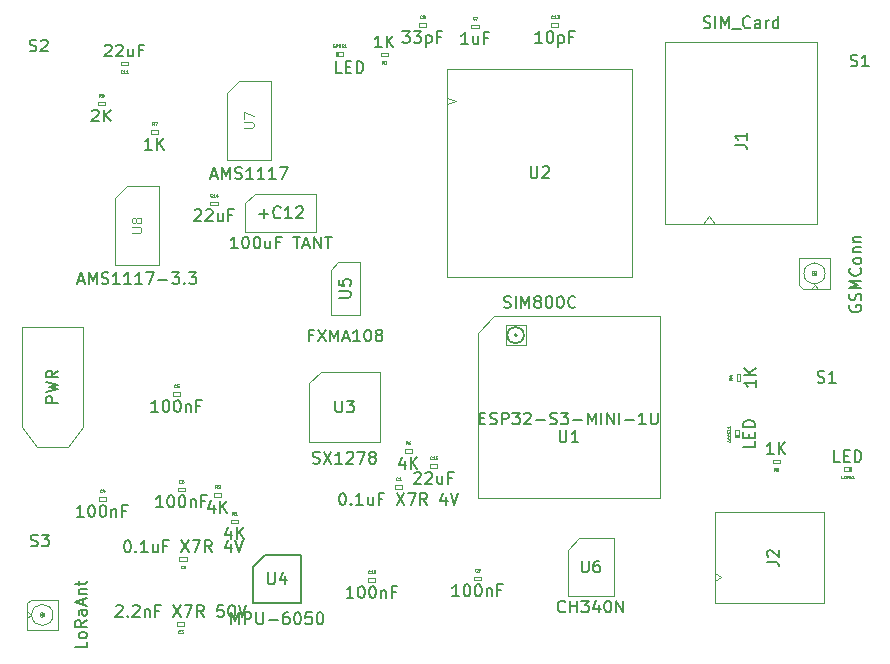
<source format=gbr>
%TF.GenerationSoftware,KiCad,Pcbnew,8.0.5*%
%TF.CreationDate,2024-11-03T18:03:47-05:00*%
%TF.ProjectId,emerald_pcb,656d6572-616c-4645-9f70-63622e6b6963,rev?*%
%TF.SameCoordinates,Original*%
%TF.FileFunction,AssemblyDrawing,Top*%
%FSLAX46Y46*%
G04 Gerber Fmt 4.6, Leading zero omitted, Abs format (unit mm)*
G04 Created by KiCad (PCBNEW 8.0.5) date 2024-11-03 18:03:47*
%MOMM*%
%LPD*%
G01*
G04 APERTURE LIST*
%ADD10C,0.150000*%
%ADD11C,0.040000*%
%ADD12C,0.120000*%
%ADD13C,0.100000*%
G04 APERTURE END LIST*
D10*
X103378095Y-66548800D02*
X103520952Y-66596419D01*
X103520952Y-66596419D02*
X103759047Y-66596419D01*
X103759047Y-66596419D02*
X103854285Y-66548800D01*
X103854285Y-66548800D02*
X103901904Y-66501180D01*
X103901904Y-66501180D02*
X103949523Y-66405942D01*
X103949523Y-66405942D02*
X103949523Y-66310704D01*
X103949523Y-66310704D02*
X103901904Y-66215466D01*
X103901904Y-66215466D02*
X103854285Y-66167847D01*
X103854285Y-66167847D02*
X103759047Y-66120228D01*
X103759047Y-66120228D02*
X103568571Y-66072609D01*
X103568571Y-66072609D02*
X103473333Y-66024990D01*
X103473333Y-66024990D02*
X103425714Y-65977371D01*
X103425714Y-65977371D02*
X103378095Y-65882133D01*
X103378095Y-65882133D02*
X103378095Y-65786895D01*
X103378095Y-65786895D02*
X103425714Y-65691657D01*
X103425714Y-65691657D02*
X103473333Y-65644038D01*
X103473333Y-65644038D02*
X103568571Y-65596419D01*
X103568571Y-65596419D02*
X103806666Y-65596419D01*
X103806666Y-65596419D02*
X103949523Y-65644038D01*
X104901904Y-66596419D02*
X104330476Y-66596419D01*
X104616190Y-66596419D02*
X104616190Y-65596419D01*
X104616190Y-65596419D02*
X104520952Y-65739276D01*
X104520952Y-65739276D02*
X104425714Y-65834514D01*
X104425714Y-65834514D02*
X104330476Y-65882133D01*
X54295842Y-55227219D02*
X53724414Y-55227219D01*
X54010128Y-55227219D02*
X54010128Y-54227219D01*
X54010128Y-54227219D02*
X53914890Y-54370076D01*
X53914890Y-54370076D02*
X53819652Y-54465314D01*
X53819652Y-54465314D02*
X53724414Y-54512933D01*
X54914890Y-54227219D02*
X55010128Y-54227219D01*
X55010128Y-54227219D02*
X55105366Y-54274838D01*
X55105366Y-54274838D02*
X55152985Y-54322457D01*
X55152985Y-54322457D02*
X55200604Y-54417695D01*
X55200604Y-54417695D02*
X55248223Y-54608171D01*
X55248223Y-54608171D02*
X55248223Y-54846266D01*
X55248223Y-54846266D02*
X55200604Y-55036742D01*
X55200604Y-55036742D02*
X55152985Y-55131980D01*
X55152985Y-55131980D02*
X55105366Y-55179600D01*
X55105366Y-55179600D02*
X55010128Y-55227219D01*
X55010128Y-55227219D02*
X54914890Y-55227219D01*
X54914890Y-55227219D02*
X54819652Y-55179600D01*
X54819652Y-55179600D02*
X54772033Y-55131980D01*
X54772033Y-55131980D02*
X54724414Y-55036742D01*
X54724414Y-55036742D02*
X54676795Y-54846266D01*
X54676795Y-54846266D02*
X54676795Y-54608171D01*
X54676795Y-54608171D02*
X54724414Y-54417695D01*
X54724414Y-54417695D02*
X54772033Y-54322457D01*
X54772033Y-54322457D02*
X54819652Y-54274838D01*
X54819652Y-54274838D02*
X54914890Y-54227219D01*
X55867271Y-54227219D02*
X55962509Y-54227219D01*
X55962509Y-54227219D02*
X56057747Y-54274838D01*
X56057747Y-54274838D02*
X56105366Y-54322457D01*
X56105366Y-54322457D02*
X56152985Y-54417695D01*
X56152985Y-54417695D02*
X56200604Y-54608171D01*
X56200604Y-54608171D02*
X56200604Y-54846266D01*
X56200604Y-54846266D02*
X56152985Y-55036742D01*
X56152985Y-55036742D02*
X56105366Y-55131980D01*
X56105366Y-55131980D02*
X56057747Y-55179600D01*
X56057747Y-55179600D02*
X55962509Y-55227219D01*
X55962509Y-55227219D02*
X55867271Y-55227219D01*
X55867271Y-55227219D02*
X55772033Y-55179600D01*
X55772033Y-55179600D02*
X55724414Y-55131980D01*
X55724414Y-55131980D02*
X55676795Y-55036742D01*
X55676795Y-55036742D02*
X55629176Y-54846266D01*
X55629176Y-54846266D02*
X55629176Y-54608171D01*
X55629176Y-54608171D02*
X55676795Y-54417695D01*
X55676795Y-54417695D02*
X55724414Y-54322457D01*
X55724414Y-54322457D02*
X55772033Y-54274838D01*
X55772033Y-54274838D02*
X55867271Y-54227219D01*
X57057747Y-54560552D02*
X57057747Y-55227219D01*
X56629176Y-54560552D02*
X56629176Y-55084361D01*
X56629176Y-55084361D02*
X56676795Y-55179600D01*
X56676795Y-55179600D02*
X56772033Y-55227219D01*
X56772033Y-55227219D02*
X56914890Y-55227219D01*
X56914890Y-55227219D02*
X57010128Y-55179600D01*
X57010128Y-55179600D02*
X57057747Y-55131980D01*
X57867271Y-54703409D02*
X57533938Y-54703409D01*
X57533938Y-55227219D02*
X57533938Y-54227219D01*
X57533938Y-54227219D02*
X58010128Y-54227219D01*
X59010129Y-54227219D02*
X59581557Y-54227219D01*
X59295843Y-55227219D02*
X59295843Y-54227219D01*
X59867272Y-54941504D02*
X60343462Y-54941504D01*
X59772034Y-55227219D02*
X60105367Y-54227219D01*
X60105367Y-54227219D02*
X60438700Y-55227219D01*
X60772034Y-55227219D02*
X60772034Y-54227219D01*
X60772034Y-54227219D02*
X61343462Y-55227219D01*
X61343462Y-55227219D02*
X61343462Y-54227219D01*
X61676796Y-54227219D02*
X62248224Y-54227219D01*
X61962510Y-55227219D02*
X61962510Y-54227219D01*
X56105367Y-52296266D02*
X56867272Y-52296266D01*
X56486319Y-52677219D02*
X56486319Y-51915314D01*
X57914890Y-52581980D02*
X57867271Y-52629600D01*
X57867271Y-52629600D02*
X57724414Y-52677219D01*
X57724414Y-52677219D02*
X57629176Y-52677219D01*
X57629176Y-52677219D02*
X57486319Y-52629600D01*
X57486319Y-52629600D02*
X57391081Y-52534361D01*
X57391081Y-52534361D02*
X57343462Y-52439123D01*
X57343462Y-52439123D02*
X57295843Y-52248647D01*
X57295843Y-52248647D02*
X57295843Y-52105790D01*
X57295843Y-52105790D02*
X57343462Y-51915314D01*
X57343462Y-51915314D02*
X57391081Y-51820076D01*
X57391081Y-51820076D02*
X57486319Y-51724838D01*
X57486319Y-51724838D02*
X57629176Y-51677219D01*
X57629176Y-51677219D02*
X57724414Y-51677219D01*
X57724414Y-51677219D02*
X57867271Y-51724838D01*
X57867271Y-51724838D02*
X57914890Y-51772457D01*
X58867271Y-52677219D02*
X58295843Y-52677219D01*
X58581557Y-52677219D02*
X58581557Y-51677219D01*
X58581557Y-51677219D02*
X58486319Y-51820076D01*
X58486319Y-51820076D02*
X58391081Y-51915314D01*
X58391081Y-51915314D02*
X58295843Y-51962933D01*
X59248224Y-51772457D02*
X59295843Y-51724838D01*
X59295843Y-51724838D02*
X59391081Y-51677219D01*
X59391081Y-51677219D02*
X59629176Y-51677219D01*
X59629176Y-51677219D02*
X59724414Y-51724838D01*
X59724414Y-51724838D02*
X59772033Y-51772457D01*
X59772033Y-51772457D02*
X59819652Y-51867695D01*
X59819652Y-51867695D02*
X59819652Y-51962933D01*
X59819652Y-51962933D02*
X59772033Y-52105790D01*
X59772033Y-52105790D02*
X59200605Y-52677219D01*
X59200605Y-52677219D02*
X59819652Y-52677219D01*
X69233743Y-74260057D02*
X69281362Y-74212438D01*
X69281362Y-74212438D02*
X69376600Y-74164819D01*
X69376600Y-74164819D02*
X69614695Y-74164819D01*
X69614695Y-74164819D02*
X69709933Y-74212438D01*
X69709933Y-74212438D02*
X69757552Y-74260057D01*
X69757552Y-74260057D02*
X69805171Y-74355295D01*
X69805171Y-74355295D02*
X69805171Y-74450533D01*
X69805171Y-74450533D02*
X69757552Y-74593390D01*
X69757552Y-74593390D02*
X69186124Y-75164819D01*
X69186124Y-75164819D02*
X69805171Y-75164819D01*
X70186124Y-74260057D02*
X70233743Y-74212438D01*
X70233743Y-74212438D02*
X70328981Y-74164819D01*
X70328981Y-74164819D02*
X70567076Y-74164819D01*
X70567076Y-74164819D02*
X70662314Y-74212438D01*
X70662314Y-74212438D02*
X70709933Y-74260057D01*
X70709933Y-74260057D02*
X70757552Y-74355295D01*
X70757552Y-74355295D02*
X70757552Y-74450533D01*
X70757552Y-74450533D02*
X70709933Y-74593390D01*
X70709933Y-74593390D02*
X70138505Y-75164819D01*
X70138505Y-75164819D02*
X70757552Y-75164819D01*
X71614695Y-74498152D02*
X71614695Y-75164819D01*
X71186124Y-74498152D02*
X71186124Y-75021961D01*
X71186124Y-75021961D02*
X71233743Y-75117200D01*
X71233743Y-75117200D02*
X71328981Y-75164819D01*
X71328981Y-75164819D02*
X71471838Y-75164819D01*
X71471838Y-75164819D02*
X71567076Y-75117200D01*
X71567076Y-75117200D02*
X71614695Y-75069580D01*
X72424219Y-74641009D02*
X72090886Y-74641009D01*
X72090886Y-75164819D02*
X72090886Y-74164819D01*
X72090886Y-74164819D02*
X72567076Y-74164819D01*
D11*
X70715885Y-73069765D02*
X70703981Y-73081670D01*
X70703981Y-73081670D02*
X70668266Y-73093574D01*
X70668266Y-73093574D02*
X70644457Y-73093574D01*
X70644457Y-73093574D02*
X70608743Y-73081670D01*
X70608743Y-73081670D02*
X70584933Y-73057860D01*
X70584933Y-73057860D02*
X70573028Y-73034050D01*
X70573028Y-73034050D02*
X70561124Y-72986431D01*
X70561124Y-72986431D02*
X70561124Y-72950717D01*
X70561124Y-72950717D02*
X70573028Y-72903098D01*
X70573028Y-72903098D02*
X70584933Y-72879289D01*
X70584933Y-72879289D02*
X70608743Y-72855479D01*
X70608743Y-72855479D02*
X70644457Y-72843574D01*
X70644457Y-72843574D02*
X70668266Y-72843574D01*
X70668266Y-72843574D02*
X70703981Y-72855479D01*
X70703981Y-72855479D02*
X70715885Y-72867384D01*
X70953981Y-73093574D02*
X70811124Y-73093574D01*
X70882552Y-73093574D02*
X70882552Y-72843574D01*
X70882552Y-72843574D02*
X70858743Y-72879289D01*
X70858743Y-72879289D02*
X70834933Y-72903098D01*
X70834933Y-72903098D02*
X70811124Y-72915003D01*
X71180171Y-72843574D02*
X71061123Y-72843574D01*
X71061123Y-72843574D02*
X71049219Y-72962622D01*
X71049219Y-72962622D02*
X71061123Y-72950717D01*
X71061123Y-72950717D02*
X71084933Y-72938812D01*
X71084933Y-72938812D02*
X71144457Y-72938812D01*
X71144457Y-72938812D02*
X71168266Y-72950717D01*
X71168266Y-72950717D02*
X71180171Y-72962622D01*
X71180171Y-72962622D02*
X71192076Y-72986431D01*
X71192076Y-72986431D02*
X71192076Y-73045955D01*
X71192076Y-73045955D02*
X71180171Y-73069765D01*
X71180171Y-73069765D02*
X71168266Y-73081670D01*
X71168266Y-73081670D02*
X71144457Y-73093574D01*
X71144457Y-73093574D02*
X71084933Y-73093574D01*
X71084933Y-73093574D02*
X71061123Y-73081670D01*
X71061123Y-73081670D02*
X71049219Y-73069765D01*
D10*
X50640943Y-52009657D02*
X50688562Y-51962038D01*
X50688562Y-51962038D02*
X50783800Y-51914419D01*
X50783800Y-51914419D02*
X51021895Y-51914419D01*
X51021895Y-51914419D02*
X51117133Y-51962038D01*
X51117133Y-51962038D02*
X51164752Y-52009657D01*
X51164752Y-52009657D02*
X51212371Y-52104895D01*
X51212371Y-52104895D02*
X51212371Y-52200133D01*
X51212371Y-52200133D02*
X51164752Y-52342990D01*
X51164752Y-52342990D02*
X50593324Y-52914419D01*
X50593324Y-52914419D02*
X51212371Y-52914419D01*
X51593324Y-52009657D02*
X51640943Y-51962038D01*
X51640943Y-51962038D02*
X51736181Y-51914419D01*
X51736181Y-51914419D02*
X51974276Y-51914419D01*
X51974276Y-51914419D02*
X52069514Y-51962038D01*
X52069514Y-51962038D02*
X52117133Y-52009657D01*
X52117133Y-52009657D02*
X52164752Y-52104895D01*
X52164752Y-52104895D02*
X52164752Y-52200133D01*
X52164752Y-52200133D02*
X52117133Y-52342990D01*
X52117133Y-52342990D02*
X51545705Y-52914419D01*
X51545705Y-52914419D02*
X52164752Y-52914419D01*
X53021895Y-52247752D02*
X53021895Y-52914419D01*
X52593324Y-52247752D02*
X52593324Y-52771561D01*
X52593324Y-52771561D02*
X52640943Y-52866800D01*
X52640943Y-52866800D02*
X52736181Y-52914419D01*
X52736181Y-52914419D02*
X52879038Y-52914419D01*
X52879038Y-52914419D02*
X52974276Y-52866800D01*
X52974276Y-52866800D02*
X53021895Y-52819180D01*
X53831419Y-52390609D02*
X53498086Y-52390609D01*
X53498086Y-52914419D02*
X53498086Y-51914419D01*
X53498086Y-51914419D02*
X53974276Y-51914419D01*
D11*
X52123085Y-50819365D02*
X52111181Y-50831270D01*
X52111181Y-50831270D02*
X52075466Y-50843174D01*
X52075466Y-50843174D02*
X52051657Y-50843174D01*
X52051657Y-50843174D02*
X52015943Y-50831270D01*
X52015943Y-50831270D02*
X51992133Y-50807460D01*
X51992133Y-50807460D02*
X51980228Y-50783650D01*
X51980228Y-50783650D02*
X51968324Y-50736031D01*
X51968324Y-50736031D02*
X51968324Y-50700317D01*
X51968324Y-50700317D02*
X51980228Y-50652698D01*
X51980228Y-50652698D02*
X51992133Y-50628889D01*
X51992133Y-50628889D02*
X52015943Y-50605079D01*
X52015943Y-50605079D02*
X52051657Y-50593174D01*
X52051657Y-50593174D02*
X52075466Y-50593174D01*
X52075466Y-50593174D02*
X52111181Y-50605079D01*
X52111181Y-50605079D02*
X52123085Y-50616984D01*
X52361181Y-50843174D02*
X52218324Y-50843174D01*
X52289752Y-50843174D02*
X52289752Y-50593174D01*
X52289752Y-50593174D02*
X52265943Y-50628889D01*
X52265943Y-50628889D02*
X52242133Y-50652698D01*
X52242133Y-50652698D02*
X52218324Y-50664603D01*
X52575466Y-50676508D02*
X52575466Y-50843174D01*
X52515942Y-50581270D02*
X52456419Y-50759841D01*
X52456419Y-50759841D02*
X52611180Y-50759841D01*
D10*
X80066771Y-37826819D02*
X79495343Y-37826819D01*
X79781057Y-37826819D02*
X79781057Y-36826819D01*
X79781057Y-36826819D02*
X79685819Y-36969676D01*
X79685819Y-36969676D02*
X79590581Y-37064914D01*
X79590581Y-37064914D02*
X79495343Y-37112533D01*
X80685819Y-36826819D02*
X80781057Y-36826819D01*
X80781057Y-36826819D02*
X80876295Y-36874438D01*
X80876295Y-36874438D02*
X80923914Y-36922057D01*
X80923914Y-36922057D02*
X80971533Y-37017295D01*
X80971533Y-37017295D02*
X81019152Y-37207771D01*
X81019152Y-37207771D02*
X81019152Y-37445866D01*
X81019152Y-37445866D02*
X80971533Y-37636342D01*
X80971533Y-37636342D02*
X80923914Y-37731580D01*
X80923914Y-37731580D02*
X80876295Y-37779200D01*
X80876295Y-37779200D02*
X80781057Y-37826819D01*
X80781057Y-37826819D02*
X80685819Y-37826819D01*
X80685819Y-37826819D02*
X80590581Y-37779200D01*
X80590581Y-37779200D02*
X80542962Y-37731580D01*
X80542962Y-37731580D02*
X80495343Y-37636342D01*
X80495343Y-37636342D02*
X80447724Y-37445866D01*
X80447724Y-37445866D02*
X80447724Y-37207771D01*
X80447724Y-37207771D02*
X80495343Y-37017295D01*
X80495343Y-37017295D02*
X80542962Y-36922057D01*
X80542962Y-36922057D02*
X80590581Y-36874438D01*
X80590581Y-36874438D02*
X80685819Y-36826819D01*
X81447724Y-37160152D02*
X81447724Y-38160152D01*
X81447724Y-37207771D02*
X81542962Y-37160152D01*
X81542962Y-37160152D02*
X81733438Y-37160152D01*
X81733438Y-37160152D02*
X81828676Y-37207771D01*
X81828676Y-37207771D02*
X81876295Y-37255390D01*
X81876295Y-37255390D02*
X81923914Y-37350628D01*
X81923914Y-37350628D02*
X81923914Y-37636342D01*
X81923914Y-37636342D02*
X81876295Y-37731580D01*
X81876295Y-37731580D02*
X81828676Y-37779200D01*
X81828676Y-37779200D02*
X81733438Y-37826819D01*
X81733438Y-37826819D02*
X81542962Y-37826819D01*
X81542962Y-37826819D02*
X81447724Y-37779200D01*
X82685819Y-37303009D02*
X82352486Y-37303009D01*
X82352486Y-37826819D02*
X82352486Y-36826819D01*
X82352486Y-36826819D02*
X82828676Y-36826819D01*
D11*
X80977485Y-35731765D02*
X80965581Y-35743670D01*
X80965581Y-35743670D02*
X80929866Y-35755574D01*
X80929866Y-35755574D02*
X80906057Y-35755574D01*
X80906057Y-35755574D02*
X80870343Y-35743670D01*
X80870343Y-35743670D02*
X80846533Y-35719860D01*
X80846533Y-35719860D02*
X80834628Y-35696050D01*
X80834628Y-35696050D02*
X80822724Y-35648431D01*
X80822724Y-35648431D02*
X80822724Y-35612717D01*
X80822724Y-35612717D02*
X80834628Y-35565098D01*
X80834628Y-35565098D02*
X80846533Y-35541289D01*
X80846533Y-35541289D02*
X80870343Y-35517479D01*
X80870343Y-35517479D02*
X80906057Y-35505574D01*
X80906057Y-35505574D02*
X80929866Y-35505574D01*
X80929866Y-35505574D02*
X80965581Y-35517479D01*
X80965581Y-35517479D02*
X80977485Y-35529384D01*
X81215581Y-35755574D02*
X81072724Y-35755574D01*
X81144152Y-35755574D02*
X81144152Y-35505574D01*
X81144152Y-35505574D02*
X81120343Y-35541289D01*
X81120343Y-35541289D02*
X81096533Y-35565098D01*
X81096533Y-35565098D02*
X81072724Y-35577003D01*
X81298914Y-35505574D02*
X81453676Y-35505574D01*
X81453676Y-35505574D02*
X81370342Y-35600812D01*
X81370342Y-35600812D02*
X81406057Y-35600812D01*
X81406057Y-35600812D02*
X81429866Y-35612717D01*
X81429866Y-35612717D02*
X81441771Y-35624622D01*
X81441771Y-35624622D02*
X81453676Y-35648431D01*
X81453676Y-35648431D02*
X81453676Y-35707955D01*
X81453676Y-35707955D02*
X81441771Y-35731765D01*
X81441771Y-35731765D02*
X81429866Y-35743670D01*
X81429866Y-35743670D02*
X81406057Y-35755574D01*
X81406057Y-35755574D02*
X81334628Y-35755574D01*
X81334628Y-35755574D02*
X81310819Y-35743670D01*
X81310819Y-35743670D02*
X81298914Y-35731765D01*
D10*
X68410676Y-73228152D02*
X68410676Y-73894819D01*
X68172581Y-72847200D02*
X67934486Y-73561485D01*
X67934486Y-73561485D02*
X68553533Y-73561485D01*
X68934486Y-73894819D02*
X68934486Y-72894819D01*
X69505914Y-73894819D02*
X69077343Y-73323390D01*
X69505914Y-72894819D02*
X68934486Y-73466247D01*
D11*
X68678533Y-71823574D02*
X68595200Y-71704527D01*
X68535676Y-71823574D02*
X68535676Y-71573574D01*
X68535676Y-71573574D02*
X68630914Y-71573574D01*
X68630914Y-71573574D02*
X68654724Y-71585479D01*
X68654724Y-71585479D02*
X68666629Y-71597384D01*
X68666629Y-71597384D02*
X68678533Y-71621193D01*
X68678533Y-71621193D02*
X68678533Y-71656908D01*
X68678533Y-71656908D02*
X68666629Y-71680717D01*
X68666629Y-71680717D02*
X68654724Y-71692622D01*
X68654724Y-71692622D02*
X68630914Y-71704527D01*
X68630914Y-71704527D02*
X68535676Y-71704527D01*
X68892819Y-71573574D02*
X68845200Y-71573574D01*
X68845200Y-71573574D02*
X68821391Y-71585479D01*
X68821391Y-71585479D02*
X68809486Y-71597384D01*
X68809486Y-71597384D02*
X68785676Y-71633098D01*
X68785676Y-71633098D02*
X68773772Y-71680717D01*
X68773772Y-71680717D02*
X68773772Y-71775955D01*
X68773772Y-71775955D02*
X68785676Y-71799765D01*
X68785676Y-71799765D02*
X68797581Y-71811670D01*
X68797581Y-71811670D02*
X68821391Y-71823574D01*
X68821391Y-71823574D02*
X68869010Y-71823574D01*
X68869010Y-71823574D02*
X68892819Y-71811670D01*
X68892819Y-71811670D02*
X68904724Y-71799765D01*
X68904724Y-71799765D02*
X68916629Y-71775955D01*
X68916629Y-71775955D02*
X68916629Y-71716431D01*
X68916629Y-71716431D02*
X68904724Y-71692622D01*
X68904724Y-71692622D02*
X68892819Y-71680717D01*
X68892819Y-71680717D02*
X68869010Y-71668812D01*
X68869010Y-71668812D02*
X68821391Y-71668812D01*
X68821391Y-71668812D02*
X68797581Y-71680717D01*
X68797581Y-71680717D02*
X68785676Y-71692622D01*
X68785676Y-71692622D02*
X68773772Y-71716431D01*
D10*
X53701476Y-79171752D02*
X53701476Y-79838419D01*
X53463381Y-78790800D02*
X53225286Y-79505085D01*
X53225286Y-79505085D02*
X53844333Y-79505085D01*
X54225286Y-79838419D02*
X54225286Y-78838419D01*
X54796714Y-79838419D02*
X54368143Y-79266990D01*
X54796714Y-78838419D02*
X54225286Y-79409847D01*
D11*
X53969333Y-77767174D02*
X53886000Y-77648127D01*
X53826476Y-77767174D02*
X53826476Y-77517174D01*
X53826476Y-77517174D02*
X53921714Y-77517174D01*
X53921714Y-77517174D02*
X53945524Y-77529079D01*
X53945524Y-77529079D02*
X53957429Y-77540984D01*
X53957429Y-77540984D02*
X53969333Y-77564793D01*
X53969333Y-77564793D02*
X53969333Y-77600508D01*
X53969333Y-77600508D02*
X53957429Y-77624317D01*
X53957429Y-77624317D02*
X53945524Y-77636222D01*
X53945524Y-77636222D02*
X53921714Y-77648127D01*
X53921714Y-77648127D02*
X53826476Y-77648127D01*
X54207429Y-77767174D02*
X54064572Y-77767174D01*
X54136000Y-77767174D02*
X54136000Y-77517174D01*
X54136000Y-77517174D02*
X54112191Y-77552889D01*
X54112191Y-77552889D02*
X54088381Y-77576698D01*
X54088381Y-77576698D02*
X54064572Y-77588603D01*
D10*
X52279076Y-76936552D02*
X52279076Y-77603219D01*
X52040981Y-76555600D02*
X51802886Y-77269885D01*
X51802886Y-77269885D02*
X52421933Y-77269885D01*
X52802886Y-77603219D02*
X52802886Y-76603219D01*
X53374314Y-77603219D02*
X52945743Y-77031790D01*
X53374314Y-76603219D02*
X52802886Y-77174647D01*
D11*
X52546933Y-75531974D02*
X52463600Y-75412927D01*
X52404076Y-75531974D02*
X52404076Y-75281974D01*
X52404076Y-75281974D02*
X52499314Y-75281974D01*
X52499314Y-75281974D02*
X52523124Y-75293879D01*
X52523124Y-75293879D02*
X52535029Y-75305784D01*
X52535029Y-75305784D02*
X52546933Y-75329593D01*
X52546933Y-75329593D02*
X52546933Y-75365308D01*
X52546933Y-75365308D02*
X52535029Y-75389117D01*
X52535029Y-75389117D02*
X52523124Y-75401022D01*
X52523124Y-75401022D02*
X52499314Y-75412927D01*
X52499314Y-75412927D02*
X52404076Y-75412927D01*
X52642172Y-75305784D02*
X52654076Y-75293879D01*
X52654076Y-75293879D02*
X52677886Y-75281974D01*
X52677886Y-75281974D02*
X52737410Y-75281974D01*
X52737410Y-75281974D02*
X52761219Y-75293879D01*
X52761219Y-75293879D02*
X52773124Y-75305784D01*
X52773124Y-75305784D02*
X52785029Y-75329593D01*
X52785029Y-75329593D02*
X52785029Y-75353403D01*
X52785029Y-75353403D02*
X52773124Y-75389117D01*
X52773124Y-75389117D02*
X52630267Y-75531974D01*
X52630267Y-75531974D02*
X52785029Y-75531974D01*
D10*
X41947686Y-43576857D02*
X41995305Y-43529238D01*
X41995305Y-43529238D02*
X42090543Y-43481619D01*
X42090543Y-43481619D02*
X42328638Y-43481619D01*
X42328638Y-43481619D02*
X42423876Y-43529238D01*
X42423876Y-43529238D02*
X42471495Y-43576857D01*
X42471495Y-43576857D02*
X42519114Y-43672095D01*
X42519114Y-43672095D02*
X42519114Y-43767333D01*
X42519114Y-43767333D02*
X42471495Y-43910190D01*
X42471495Y-43910190D02*
X41900067Y-44481619D01*
X41900067Y-44481619D02*
X42519114Y-44481619D01*
X42947686Y-44481619D02*
X42947686Y-43481619D01*
X43519114Y-44481619D02*
X43090543Y-43910190D01*
X43519114Y-43481619D02*
X42947686Y-44053047D01*
D11*
X42691733Y-42410374D02*
X42608400Y-42291327D01*
X42548876Y-42410374D02*
X42548876Y-42160374D01*
X42548876Y-42160374D02*
X42644114Y-42160374D01*
X42644114Y-42160374D02*
X42667924Y-42172279D01*
X42667924Y-42172279D02*
X42679829Y-42184184D01*
X42679829Y-42184184D02*
X42691733Y-42207993D01*
X42691733Y-42207993D02*
X42691733Y-42243708D01*
X42691733Y-42243708D02*
X42679829Y-42267517D01*
X42679829Y-42267517D02*
X42667924Y-42279422D01*
X42667924Y-42279422D02*
X42644114Y-42291327D01*
X42644114Y-42291327D02*
X42548876Y-42291327D01*
X42834591Y-42267517D02*
X42810781Y-42255612D01*
X42810781Y-42255612D02*
X42798876Y-42243708D01*
X42798876Y-42243708D02*
X42786972Y-42219898D01*
X42786972Y-42219898D02*
X42786972Y-42207993D01*
X42786972Y-42207993D02*
X42798876Y-42184184D01*
X42798876Y-42184184D02*
X42810781Y-42172279D01*
X42810781Y-42172279D02*
X42834591Y-42160374D01*
X42834591Y-42160374D02*
X42882210Y-42160374D01*
X42882210Y-42160374D02*
X42906019Y-42172279D01*
X42906019Y-42172279D02*
X42917924Y-42184184D01*
X42917924Y-42184184D02*
X42929829Y-42207993D01*
X42929829Y-42207993D02*
X42929829Y-42219898D01*
X42929829Y-42219898D02*
X42917924Y-42243708D01*
X42917924Y-42243708D02*
X42906019Y-42255612D01*
X42906019Y-42255612D02*
X42882210Y-42267517D01*
X42882210Y-42267517D02*
X42834591Y-42267517D01*
X42834591Y-42267517D02*
X42810781Y-42279422D01*
X42810781Y-42279422D02*
X42798876Y-42291327D01*
X42798876Y-42291327D02*
X42786972Y-42315136D01*
X42786972Y-42315136D02*
X42786972Y-42362755D01*
X42786972Y-42362755D02*
X42798876Y-42386565D01*
X42798876Y-42386565D02*
X42810781Y-42398470D01*
X42810781Y-42398470D02*
X42834591Y-42410374D01*
X42834591Y-42410374D02*
X42882210Y-42410374D01*
X42882210Y-42410374D02*
X42906019Y-42398470D01*
X42906019Y-42398470D02*
X42917924Y-42386565D01*
X42917924Y-42386565D02*
X42929829Y-42362755D01*
X42929829Y-42362755D02*
X42929829Y-42315136D01*
X42929829Y-42315136D02*
X42917924Y-42291327D01*
X42917924Y-42291327D02*
X42906019Y-42279422D01*
X42906019Y-42279422D02*
X42882210Y-42267517D01*
D10*
X47017514Y-46869219D02*
X46446086Y-46869219D01*
X46731800Y-46869219D02*
X46731800Y-45869219D01*
X46731800Y-45869219D02*
X46636562Y-46012076D01*
X46636562Y-46012076D02*
X46541324Y-46107314D01*
X46541324Y-46107314D02*
X46446086Y-46154933D01*
X47446086Y-46869219D02*
X47446086Y-45869219D01*
X48017514Y-46869219D02*
X47588943Y-46297790D01*
X48017514Y-45869219D02*
X47446086Y-46440647D01*
D11*
X47190133Y-44797974D02*
X47106800Y-44678927D01*
X47047276Y-44797974D02*
X47047276Y-44547974D01*
X47047276Y-44547974D02*
X47142514Y-44547974D01*
X47142514Y-44547974D02*
X47166324Y-44559879D01*
X47166324Y-44559879D02*
X47178229Y-44571784D01*
X47178229Y-44571784D02*
X47190133Y-44595593D01*
X47190133Y-44595593D02*
X47190133Y-44631308D01*
X47190133Y-44631308D02*
X47178229Y-44655117D01*
X47178229Y-44655117D02*
X47166324Y-44667022D01*
X47166324Y-44667022D02*
X47142514Y-44678927D01*
X47142514Y-44678927D02*
X47047276Y-44678927D01*
X47273467Y-44547974D02*
X47440133Y-44547974D01*
X47440133Y-44547974D02*
X47332991Y-44797974D01*
D10*
X99660114Y-72658419D02*
X99088686Y-72658419D01*
X99374400Y-72658419D02*
X99374400Y-71658419D01*
X99374400Y-71658419D02*
X99279162Y-71801276D01*
X99279162Y-71801276D02*
X99183924Y-71896514D01*
X99183924Y-71896514D02*
X99088686Y-71944133D01*
X100088686Y-72658419D02*
X100088686Y-71658419D01*
X100660114Y-72658419D02*
X100231543Y-72086990D01*
X100660114Y-71658419D02*
X100088686Y-72229847D01*
D11*
X99832733Y-74047174D02*
X99749400Y-73928127D01*
X99689876Y-74047174D02*
X99689876Y-73797174D01*
X99689876Y-73797174D02*
X99785114Y-73797174D01*
X99785114Y-73797174D02*
X99808924Y-73809079D01*
X99808924Y-73809079D02*
X99820829Y-73820984D01*
X99820829Y-73820984D02*
X99832733Y-73844793D01*
X99832733Y-73844793D02*
X99832733Y-73880508D01*
X99832733Y-73880508D02*
X99820829Y-73904317D01*
X99820829Y-73904317D02*
X99808924Y-73916222D01*
X99808924Y-73916222D02*
X99785114Y-73928127D01*
X99785114Y-73928127D02*
X99689876Y-73928127D01*
X100058924Y-73797174D02*
X99939876Y-73797174D01*
X99939876Y-73797174D02*
X99927972Y-73916222D01*
X99927972Y-73916222D02*
X99939876Y-73904317D01*
X99939876Y-73904317D02*
X99963686Y-73892412D01*
X99963686Y-73892412D02*
X100023210Y-73892412D01*
X100023210Y-73892412D02*
X100047019Y-73904317D01*
X100047019Y-73904317D02*
X100058924Y-73916222D01*
X100058924Y-73916222D02*
X100070829Y-73940031D01*
X100070829Y-73940031D02*
X100070829Y-73999555D01*
X100070829Y-73999555D02*
X100058924Y-74023365D01*
X100058924Y-74023365D02*
X100047019Y-74035270D01*
X100047019Y-74035270D02*
X100023210Y-74047174D01*
X100023210Y-74047174D02*
X99963686Y-74047174D01*
X99963686Y-74047174D02*
X99939876Y-74035270D01*
X99939876Y-74035270D02*
X99927972Y-74023365D01*
D10*
X66473914Y-38216019D02*
X65902486Y-38216019D01*
X66188200Y-38216019D02*
X66188200Y-37216019D01*
X66188200Y-37216019D02*
X66092962Y-37358876D01*
X66092962Y-37358876D02*
X65997724Y-37454114D01*
X65997724Y-37454114D02*
X65902486Y-37501733D01*
X66902486Y-38216019D02*
X66902486Y-37216019D01*
X67473914Y-38216019D02*
X67045343Y-37644590D01*
X67473914Y-37216019D02*
X66902486Y-37787447D01*
D11*
X66646533Y-39604774D02*
X66563200Y-39485727D01*
X66503676Y-39604774D02*
X66503676Y-39354774D01*
X66503676Y-39354774D02*
X66598914Y-39354774D01*
X66598914Y-39354774D02*
X66622724Y-39366679D01*
X66622724Y-39366679D02*
X66634629Y-39378584D01*
X66634629Y-39378584D02*
X66646533Y-39402393D01*
X66646533Y-39402393D02*
X66646533Y-39438108D01*
X66646533Y-39438108D02*
X66634629Y-39461917D01*
X66634629Y-39461917D02*
X66622724Y-39473822D01*
X66622724Y-39473822D02*
X66598914Y-39485727D01*
X66598914Y-39485727D02*
X66503676Y-39485727D01*
X66729867Y-39354774D02*
X66884629Y-39354774D01*
X66884629Y-39354774D02*
X66801295Y-39450012D01*
X66801295Y-39450012D02*
X66837010Y-39450012D01*
X66837010Y-39450012D02*
X66860819Y-39461917D01*
X66860819Y-39461917D02*
X66872724Y-39473822D01*
X66872724Y-39473822D02*
X66884629Y-39497631D01*
X66884629Y-39497631D02*
X66884629Y-39557155D01*
X66884629Y-39557155D02*
X66872724Y-39580965D01*
X66872724Y-39580965D02*
X66860819Y-39592870D01*
X66860819Y-39592870D02*
X66837010Y-39604774D01*
X66837010Y-39604774D02*
X66765581Y-39604774D01*
X66765581Y-39604774D02*
X66741772Y-39592870D01*
X66741772Y-39592870D02*
X66729867Y-39580965D01*
D10*
X98177219Y-66368085D02*
X98177219Y-66939513D01*
X98177219Y-66653799D02*
X97177219Y-66653799D01*
X97177219Y-66653799D02*
X97320076Y-66749037D01*
X97320076Y-66749037D02*
X97415314Y-66844275D01*
X97415314Y-66844275D02*
X97462933Y-66939513D01*
X98177219Y-65939513D02*
X97177219Y-65939513D01*
X98177219Y-65368085D02*
X97605790Y-65796656D01*
X97177219Y-65368085D02*
X97748647Y-65939513D01*
D11*
X96105974Y-66195466D02*
X95986927Y-66278799D01*
X96105974Y-66338323D02*
X95855974Y-66338323D01*
X95855974Y-66338323D02*
X95855974Y-66243085D01*
X95855974Y-66243085D02*
X95867879Y-66219275D01*
X95867879Y-66219275D02*
X95879784Y-66207370D01*
X95879784Y-66207370D02*
X95903593Y-66195466D01*
X95903593Y-66195466D02*
X95939308Y-66195466D01*
X95939308Y-66195466D02*
X95963117Y-66207370D01*
X95963117Y-66207370D02*
X95975022Y-66219275D01*
X95975022Y-66219275D02*
X95986927Y-66243085D01*
X95986927Y-66243085D02*
X95986927Y-66338323D01*
X95939308Y-65981180D02*
X96105974Y-65981180D01*
X95844070Y-66040704D02*
X96022641Y-66100227D01*
X96022641Y-66100227D02*
X96022641Y-65945466D01*
D10*
X73786561Y-37928419D02*
X73215133Y-37928419D01*
X73500847Y-37928419D02*
X73500847Y-36928419D01*
X73500847Y-36928419D02*
X73405609Y-37071276D01*
X73405609Y-37071276D02*
X73310371Y-37166514D01*
X73310371Y-37166514D02*
X73215133Y-37214133D01*
X74643704Y-37261752D02*
X74643704Y-37928419D01*
X74215133Y-37261752D02*
X74215133Y-37785561D01*
X74215133Y-37785561D02*
X74262752Y-37880800D01*
X74262752Y-37880800D02*
X74357990Y-37928419D01*
X74357990Y-37928419D02*
X74500847Y-37928419D01*
X74500847Y-37928419D02*
X74596085Y-37880800D01*
X74596085Y-37880800D02*
X74643704Y-37833180D01*
X75453228Y-37404609D02*
X75119895Y-37404609D01*
X75119895Y-37928419D02*
X75119895Y-36928419D01*
X75119895Y-36928419D02*
X75596085Y-36928419D01*
D11*
X74340133Y-35833365D02*
X74328229Y-35845270D01*
X74328229Y-35845270D02*
X74292514Y-35857174D01*
X74292514Y-35857174D02*
X74268705Y-35857174D01*
X74268705Y-35857174D02*
X74232991Y-35845270D01*
X74232991Y-35845270D02*
X74209181Y-35821460D01*
X74209181Y-35821460D02*
X74197276Y-35797650D01*
X74197276Y-35797650D02*
X74185372Y-35750031D01*
X74185372Y-35750031D02*
X74185372Y-35714317D01*
X74185372Y-35714317D02*
X74197276Y-35666698D01*
X74197276Y-35666698D02*
X74209181Y-35642889D01*
X74209181Y-35642889D02*
X74232991Y-35619079D01*
X74232991Y-35619079D02*
X74268705Y-35607174D01*
X74268705Y-35607174D02*
X74292514Y-35607174D01*
X74292514Y-35607174D02*
X74328229Y-35619079D01*
X74328229Y-35619079D02*
X74340133Y-35630984D01*
X74423467Y-35607174D02*
X74590133Y-35607174D01*
X74590133Y-35607174D02*
X74482991Y-35857174D01*
D10*
X68220924Y-36826819D02*
X68839971Y-36826819D01*
X68839971Y-36826819D02*
X68506638Y-37207771D01*
X68506638Y-37207771D02*
X68649495Y-37207771D01*
X68649495Y-37207771D02*
X68744733Y-37255390D01*
X68744733Y-37255390D02*
X68792352Y-37303009D01*
X68792352Y-37303009D02*
X68839971Y-37398247D01*
X68839971Y-37398247D02*
X68839971Y-37636342D01*
X68839971Y-37636342D02*
X68792352Y-37731580D01*
X68792352Y-37731580D02*
X68744733Y-37779200D01*
X68744733Y-37779200D02*
X68649495Y-37826819D01*
X68649495Y-37826819D02*
X68363781Y-37826819D01*
X68363781Y-37826819D02*
X68268543Y-37779200D01*
X68268543Y-37779200D02*
X68220924Y-37731580D01*
X69173305Y-36826819D02*
X69792352Y-36826819D01*
X69792352Y-36826819D02*
X69459019Y-37207771D01*
X69459019Y-37207771D02*
X69601876Y-37207771D01*
X69601876Y-37207771D02*
X69697114Y-37255390D01*
X69697114Y-37255390D02*
X69744733Y-37303009D01*
X69744733Y-37303009D02*
X69792352Y-37398247D01*
X69792352Y-37398247D02*
X69792352Y-37636342D01*
X69792352Y-37636342D02*
X69744733Y-37731580D01*
X69744733Y-37731580D02*
X69697114Y-37779200D01*
X69697114Y-37779200D02*
X69601876Y-37826819D01*
X69601876Y-37826819D02*
X69316162Y-37826819D01*
X69316162Y-37826819D02*
X69220924Y-37779200D01*
X69220924Y-37779200D02*
X69173305Y-37731580D01*
X70220924Y-37160152D02*
X70220924Y-38160152D01*
X70220924Y-37207771D02*
X70316162Y-37160152D01*
X70316162Y-37160152D02*
X70506638Y-37160152D01*
X70506638Y-37160152D02*
X70601876Y-37207771D01*
X70601876Y-37207771D02*
X70649495Y-37255390D01*
X70649495Y-37255390D02*
X70697114Y-37350628D01*
X70697114Y-37350628D02*
X70697114Y-37636342D01*
X70697114Y-37636342D02*
X70649495Y-37731580D01*
X70649495Y-37731580D02*
X70601876Y-37779200D01*
X70601876Y-37779200D02*
X70506638Y-37826819D01*
X70506638Y-37826819D02*
X70316162Y-37826819D01*
X70316162Y-37826819D02*
X70220924Y-37779200D01*
X71459019Y-37303009D02*
X71125686Y-37303009D01*
X71125686Y-37826819D02*
X71125686Y-36826819D01*
X71125686Y-36826819D02*
X71601876Y-36826819D01*
D11*
X69869733Y-35731765D02*
X69857829Y-35743670D01*
X69857829Y-35743670D02*
X69822114Y-35755574D01*
X69822114Y-35755574D02*
X69798305Y-35755574D01*
X69798305Y-35755574D02*
X69762591Y-35743670D01*
X69762591Y-35743670D02*
X69738781Y-35719860D01*
X69738781Y-35719860D02*
X69726876Y-35696050D01*
X69726876Y-35696050D02*
X69714972Y-35648431D01*
X69714972Y-35648431D02*
X69714972Y-35612717D01*
X69714972Y-35612717D02*
X69726876Y-35565098D01*
X69726876Y-35565098D02*
X69738781Y-35541289D01*
X69738781Y-35541289D02*
X69762591Y-35517479D01*
X69762591Y-35517479D02*
X69798305Y-35505574D01*
X69798305Y-35505574D02*
X69822114Y-35505574D01*
X69822114Y-35505574D02*
X69857829Y-35517479D01*
X69857829Y-35517479D02*
X69869733Y-35529384D01*
X70012591Y-35612717D02*
X69988781Y-35600812D01*
X69988781Y-35600812D02*
X69976876Y-35588908D01*
X69976876Y-35588908D02*
X69964972Y-35565098D01*
X69964972Y-35565098D02*
X69964972Y-35553193D01*
X69964972Y-35553193D02*
X69976876Y-35529384D01*
X69976876Y-35529384D02*
X69988781Y-35517479D01*
X69988781Y-35517479D02*
X70012591Y-35505574D01*
X70012591Y-35505574D02*
X70060210Y-35505574D01*
X70060210Y-35505574D02*
X70084019Y-35517479D01*
X70084019Y-35517479D02*
X70095924Y-35529384D01*
X70095924Y-35529384D02*
X70107829Y-35553193D01*
X70107829Y-35553193D02*
X70107829Y-35565098D01*
X70107829Y-35565098D02*
X70095924Y-35588908D01*
X70095924Y-35588908D02*
X70084019Y-35600812D01*
X70084019Y-35600812D02*
X70060210Y-35612717D01*
X70060210Y-35612717D02*
X70012591Y-35612717D01*
X70012591Y-35612717D02*
X69988781Y-35624622D01*
X69988781Y-35624622D02*
X69976876Y-35636527D01*
X69976876Y-35636527D02*
X69964972Y-35660336D01*
X69964972Y-35660336D02*
X69964972Y-35707955D01*
X69964972Y-35707955D02*
X69976876Y-35731765D01*
X69976876Y-35731765D02*
X69988781Y-35743670D01*
X69988781Y-35743670D02*
X70012591Y-35755574D01*
X70012591Y-35755574D02*
X70060210Y-35755574D01*
X70060210Y-35755574D02*
X70084019Y-35743670D01*
X70084019Y-35743670D02*
X70095924Y-35731765D01*
X70095924Y-35731765D02*
X70107829Y-35707955D01*
X70107829Y-35707955D02*
X70107829Y-35660336D01*
X70107829Y-35660336D02*
X70095924Y-35636527D01*
X70095924Y-35636527D02*
X70084019Y-35624622D01*
X70084019Y-35624622D02*
X70060210Y-35612717D01*
D10*
X43976209Y-85520457D02*
X44023828Y-85472838D01*
X44023828Y-85472838D02*
X44119066Y-85425219D01*
X44119066Y-85425219D02*
X44357161Y-85425219D01*
X44357161Y-85425219D02*
X44452399Y-85472838D01*
X44452399Y-85472838D02*
X44500018Y-85520457D01*
X44500018Y-85520457D02*
X44547637Y-85615695D01*
X44547637Y-85615695D02*
X44547637Y-85710933D01*
X44547637Y-85710933D02*
X44500018Y-85853790D01*
X44500018Y-85853790D02*
X43928590Y-86425219D01*
X43928590Y-86425219D02*
X44547637Y-86425219D01*
X44976209Y-86329980D02*
X45023828Y-86377600D01*
X45023828Y-86377600D02*
X44976209Y-86425219D01*
X44976209Y-86425219D02*
X44928590Y-86377600D01*
X44928590Y-86377600D02*
X44976209Y-86329980D01*
X44976209Y-86329980D02*
X44976209Y-86425219D01*
X45404780Y-85520457D02*
X45452399Y-85472838D01*
X45452399Y-85472838D02*
X45547637Y-85425219D01*
X45547637Y-85425219D02*
X45785732Y-85425219D01*
X45785732Y-85425219D02*
X45880970Y-85472838D01*
X45880970Y-85472838D02*
X45928589Y-85520457D01*
X45928589Y-85520457D02*
X45976208Y-85615695D01*
X45976208Y-85615695D02*
X45976208Y-85710933D01*
X45976208Y-85710933D02*
X45928589Y-85853790D01*
X45928589Y-85853790D02*
X45357161Y-86425219D01*
X45357161Y-86425219D02*
X45976208Y-86425219D01*
X46404780Y-85758552D02*
X46404780Y-86425219D01*
X46404780Y-85853790D02*
X46452399Y-85806171D01*
X46452399Y-85806171D02*
X46547637Y-85758552D01*
X46547637Y-85758552D02*
X46690494Y-85758552D01*
X46690494Y-85758552D02*
X46785732Y-85806171D01*
X46785732Y-85806171D02*
X46833351Y-85901409D01*
X46833351Y-85901409D02*
X46833351Y-86425219D01*
X47642875Y-85901409D02*
X47309542Y-85901409D01*
X47309542Y-86425219D02*
X47309542Y-85425219D01*
X47309542Y-85425219D02*
X47785732Y-85425219D01*
X48833352Y-85425219D02*
X49500018Y-86425219D01*
X49500018Y-85425219D02*
X48833352Y-86425219D01*
X49785733Y-85425219D02*
X50452399Y-85425219D01*
X50452399Y-85425219D02*
X50023828Y-86425219D01*
X51404780Y-86425219D02*
X51071447Y-85949028D01*
X50833352Y-86425219D02*
X50833352Y-85425219D01*
X50833352Y-85425219D02*
X51214304Y-85425219D01*
X51214304Y-85425219D02*
X51309542Y-85472838D01*
X51309542Y-85472838D02*
X51357161Y-85520457D01*
X51357161Y-85520457D02*
X51404780Y-85615695D01*
X51404780Y-85615695D02*
X51404780Y-85758552D01*
X51404780Y-85758552D02*
X51357161Y-85853790D01*
X51357161Y-85853790D02*
X51309542Y-85901409D01*
X51309542Y-85901409D02*
X51214304Y-85949028D01*
X51214304Y-85949028D02*
X50833352Y-85949028D01*
X53071447Y-85425219D02*
X52595257Y-85425219D01*
X52595257Y-85425219D02*
X52547638Y-85901409D01*
X52547638Y-85901409D02*
X52595257Y-85853790D01*
X52595257Y-85853790D02*
X52690495Y-85806171D01*
X52690495Y-85806171D02*
X52928590Y-85806171D01*
X52928590Y-85806171D02*
X53023828Y-85853790D01*
X53023828Y-85853790D02*
X53071447Y-85901409D01*
X53071447Y-85901409D02*
X53119066Y-85996647D01*
X53119066Y-85996647D02*
X53119066Y-86234742D01*
X53119066Y-86234742D02*
X53071447Y-86329980D01*
X53071447Y-86329980D02*
X53023828Y-86377600D01*
X53023828Y-86377600D02*
X52928590Y-86425219D01*
X52928590Y-86425219D02*
X52690495Y-86425219D01*
X52690495Y-86425219D02*
X52595257Y-86377600D01*
X52595257Y-86377600D02*
X52547638Y-86329980D01*
X53738114Y-85425219D02*
X53833352Y-85425219D01*
X53833352Y-85425219D02*
X53928590Y-85472838D01*
X53928590Y-85472838D02*
X53976209Y-85520457D01*
X53976209Y-85520457D02*
X54023828Y-85615695D01*
X54023828Y-85615695D02*
X54071447Y-85806171D01*
X54071447Y-85806171D02*
X54071447Y-86044266D01*
X54071447Y-86044266D02*
X54023828Y-86234742D01*
X54023828Y-86234742D02*
X53976209Y-86329980D01*
X53976209Y-86329980D02*
X53928590Y-86377600D01*
X53928590Y-86377600D02*
X53833352Y-86425219D01*
X53833352Y-86425219D02*
X53738114Y-86425219D01*
X53738114Y-86425219D02*
X53642876Y-86377600D01*
X53642876Y-86377600D02*
X53595257Y-86329980D01*
X53595257Y-86329980D02*
X53547638Y-86234742D01*
X53547638Y-86234742D02*
X53500019Y-86044266D01*
X53500019Y-86044266D02*
X53500019Y-85806171D01*
X53500019Y-85806171D02*
X53547638Y-85615695D01*
X53547638Y-85615695D02*
X53595257Y-85520457D01*
X53595257Y-85520457D02*
X53642876Y-85472838D01*
X53642876Y-85472838D02*
X53738114Y-85425219D01*
X54357162Y-85425219D02*
X54690495Y-86425219D01*
X54690495Y-86425219D02*
X55023828Y-85425219D01*
D11*
X49410733Y-87790165D02*
X49398829Y-87802070D01*
X49398829Y-87802070D02*
X49363114Y-87813974D01*
X49363114Y-87813974D02*
X49339305Y-87813974D01*
X49339305Y-87813974D02*
X49303591Y-87802070D01*
X49303591Y-87802070D02*
X49279781Y-87778260D01*
X49279781Y-87778260D02*
X49267876Y-87754450D01*
X49267876Y-87754450D02*
X49255972Y-87706831D01*
X49255972Y-87706831D02*
X49255972Y-87671117D01*
X49255972Y-87671117D02*
X49267876Y-87623498D01*
X49267876Y-87623498D02*
X49279781Y-87599689D01*
X49279781Y-87599689D02*
X49303591Y-87575879D01*
X49303591Y-87575879D02*
X49339305Y-87563974D01*
X49339305Y-87563974D02*
X49363114Y-87563974D01*
X49363114Y-87563974D02*
X49398829Y-87575879D01*
X49398829Y-87575879D02*
X49410733Y-87587784D01*
X49494067Y-87563974D02*
X49648829Y-87563974D01*
X49648829Y-87563974D02*
X49565495Y-87659212D01*
X49565495Y-87659212D02*
X49601210Y-87659212D01*
X49601210Y-87659212D02*
X49625019Y-87671117D01*
X49625019Y-87671117D02*
X49636924Y-87683022D01*
X49636924Y-87683022D02*
X49648829Y-87706831D01*
X49648829Y-87706831D02*
X49648829Y-87766355D01*
X49648829Y-87766355D02*
X49636924Y-87790165D01*
X49636924Y-87790165D02*
X49625019Y-87802070D01*
X49625019Y-87802070D02*
X49601210Y-87813974D01*
X49601210Y-87813974D02*
X49529781Y-87813974D01*
X49529781Y-87813974D02*
X49505972Y-87802070D01*
X49505972Y-87802070D02*
X49494067Y-87790165D01*
D10*
X63117495Y-75942819D02*
X63212733Y-75942819D01*
X63212733Y-75942819D02*
X63307971Y-75990438D01*
X63307971Y-75990438D02*
X63355590Y-76038057D01*
X63355590Y-76038057D02*
X63403209Y-76133295D01*
X63403209Y-76133295D02*
X63450828Y-76323771D01*
X63450828Y-76323771D02*
X63450828Y-76561866D01*
X63450828Y-76561866D02*
X63403209Y-76752342D01*
X63403209Y-76752342D02*
X63355590Y-76847580D01*
X63355590Y-76847580D02*
X63307971Y-76895200D01*
X63307971Y-76895200D02*
X63212733Y-76942819D01*
X63212733Y-76942819D02*
X63117495Y-76942819D01*
X63117495Y-76942819D02*
X63022257Y-76895200D01*
X63022257Y-76895200D02*
X62974638Y-76847580D01*
X62974638Y-76847580D02*
X62927019Y-76752342D01*
X62927019Y-76752342D02*
X62879400Y-76561866D01*
X62879400Y-76561866D02*
X62879400Y-76323771D01*
X62879400Y-76323771D02*
X62927019Y-76133295D01*
X62927019Y-76133295D02*
X62974638Y-76038057D01*
X62974638Y-76038057D02*
X63022257Y-75990438D01*
X63022257Y-75990438D02*
X63117495Y-75942819D01*
X63879400Y-76847580D02*
X63927019Y-76895200D01*
X63927019Y-76895200D02*
X63879400Y-76942819D01*
X63879400Y-76942819D02*
X63831781Y-76895200D01*
X63831781Y-76895200D02*
X63879400Y-76847580D01*
X63879400Y-76847580D02*
X63879400Y-76942819D01*
X64879399Y-76942819D02*
X64307971Y-76942819D01*
X64593685Y-76942819D02*
X64593685Y-75942819D01*
X64593685Y-75942819D02*
X64498447Y-76085676D01*
X64498447Y-76085676D02*
X64403209Y-76180914D01*
X64403209Y-76180914D02*
X64307971Y-76228533D01*
X65736542Y-76276152D02*
X65736542Y-76942819D01*
X65307971Y-76276152D02*
X65307971Y-76799961D01*
X65307971Y-76799961D02*
X65355590Y-76895200D01*
X65355590Y-76895200D02*
X65450828Y-76942819D01*
X65450828Y-76942819D02*
X65593685Y-76942819D01*
X65593685Y-76942819D02*
X65688923Y-76895200D01*
X65688923Y-76895200D02*
X65736542Y-76847580D01*
X66546066Y-76419009D02*
X66212733Y-76419009D01*
X66212733Y-76942819D02*
X66212733Y-75942819D01*
X66212733Y-75942819D02*
X66688923Y-75942819D01*
X67736543Y-75942819D02*
X68403209Y-76942819D01*
X68403209Y-75942819D02*
X67736543Y-76942819D01*
X68688924Y-75942819D02*
X69355590Y-75942819D01*
X69355590Y-75942819D02*
X68927019Y-76942819D01*
X70307971Y-76942819D02*
X69974638Y-76466628D01*
X69736543Y-76942819D02*
X69736543Y-75942819D01*
X69736543Y-75942819D02*
X70117495Y-75942819D01*
X70117495Y-75942819D02*
X70212733Y-75990438D01*
X70212733Y-75990438D02*
X70260352Y-76038057D01*
X70260352Y-76038057D02*
X70307971Y-76133295D01*
X70307971Y-76133295D02*
X70307971Y-76276152D01*
X70307971Y-76276152D02*
X70260352Y-76371390D01*
X70260352Y-76371390D02*
X70212733Y-76419009D01*
X70212733Y-76419009D02*
X70117495Y-76466628D01*
X70117495Y-76466628D02*
X69736543Y-76466628D01*
X71927019Y-76276152D02*
X71927019Y-76942819D01*
X71688924Y-75895200D02*
X71450829Y-76609485D01*
X71450829Y-76609485D02*
X72069876Y-76609485D01*
X72307972Y-75942819D02*
X72641305Y-76942819D01*
X72641305Y-76942819D02*
X72974638Y-75942819D01*
D11*
X67837733Y-74847765D02*
X67825829Y-74859670D01*
X67825829Y-74859670D02*
X67790114Y-74871574D01*
X67790114Y-74871574D02*
X67766305Y-74871574D01*
X67766305Y-74871574D02*
X67730591Y-74859670D01*
X67730591Y-74859670D02*
X67706781Y-74835860D01*
X67706781Y-74835860D02*
X67694876Y-74812050D01*
X67694876Y-74812050D02*
X67682972Y-74764431D01*
X67682972Y-74764431D02*
X67682972Y-74728717D01*
X67682972Y-74728717D02*
X67694876Y-74681098D01*
X67694876Y-74681098D02*
X67706781Y-74657289D01*
X67706781Y-74657289D02*
X67730591Y-74633479D01*
X67730591Y-74633479D02*
X67766305Y-74621574D01*
X67766305Y-74621574D02*
X67790114Y-74621574D01*
X67790114Y-74621574D02*
X67825829Y-74633479D01*
X67825829Y-74633479D02*
X67837733Y-74645384D01*
X68075829Y-74871574D02*
X67932972Y-74871574D01*
X68004400Y-74871574D02*
X68004400Y-74621574D01*
X68004400Y-74621574D02*
X67980591Y-74657289D01*
X67980591Y-74657289D02*
X67956781Y-74681098D01*
X67956781Y-74681098D02*
X67932972Y-74693003D01*
D10*
X44893695Y-79938819D02*
X44988933Y-79938819D01*
X44988933Y-79938819D02*
X45084171Y-79986438D01*
X45084171Y-79986438D02*
X45131790Y-80034057D01*
X45131790Y-80034057D02*
X45179409Y-80129295D01*
X45179409Y-80129295D02*
X45227028Y-80319771D01*
X45227028Y-80319771D02*
X45227028Y-80557866D01*
X45227028Y-80557866D02*
X45179409Y-80748342D01*
X45179409Y-80748342D02*
X45131790Y-80843580D01*
X45131790Y-80843580D02*
X45084171Y-80891200D01*
X45084171Y-80891200D02*
X44988933Y-80938819D01*
X44988933Y-80938819D02*
X44893695Y-80938819D01*
X44893695Y-80938819D02*
X44798457Y-80891200D01*
X44798457Y-80891200D02*
X44750838Y-80843580D01*
X44750838Y-80843580D02*
X44703219Y-80748342D01*
X44703219Y-80748342D02*
X44655600Y-80557866D01*
X44655600Y-80557866D02*
X44655600Y-80319771D01*
X44655600Y-80319771D02*
X44703219Y-80129295D01*
X44703219Y-80129295D02*
X44750838Y-80034057D01*
X44750838Y-80034057D02*
X44798457Y-79986438D01*
X44798457Y-79986438D02*
X44893695Y-79938819D01*
X45655600Y-80843580D02*
X45703219Y-80891200D01*
X45703219Y-80891200D02*
X45655600Y-80938819D01*
X45655600Y-80938819D02*
X45607981Y-80891200D01*
X45607981Y-80891200D02*
X45655600Y-80843580D01*
X45655600Y-80843580D02*
X45655600Y-80938819D01*
X46655599Y-80938819D02*
X46084171Y-80938819D01*
X46369885Y-80938819D02*
X46369885Y-79938819D01*
X46369885Y-79938819D02*
X46274647Y-80081676D01*
X46274647Y-80081676D02*
X46179409Y-80176914D01*
X46179409Y-80176914D02*
X46084171Y-80224533D01*
X47512742Y-80272152D02*
X47512742Y-80938819D01*
X47084171Y-80272152D02*
X47084171Y-80795961D01*
X47084171Y-80795961D02*
X47131790Y-80891200D01*
X47131790Y-80891200D02*
X47227028Y-80938819D01*
X47227028Y-80938819D02*
X47369885Y-80938819D01*
X47369885Y-80938819D02*
X47465123Y-80891200D01*
X47465123Y-80891200D02*
X47512742Y-80843580D01*
X48322266Y-80415009D02*
X47988933Y-80415009D01*
X47988933Y-80938819D02*
X47988933Y-79938819D01*
X47988933Y-79938819D02*
X48465123Y-79938819D01*
X49512743Y-79938819D02*
X50179409Y-80938819D01*
X50179409Y-79938819D02*
X49512743Y-80938819D01*
X50465124Y-79938819D02*
X51131790Y-79938819D01*
X51131790Y-79938819D02*
X50703219Y-80938819D01*
X52084171Y-80938819D02*
X51750838Y-80462628D01*
X51512743Y-80938819D02*
X51512743Y-79938819D01*
X51512743Y-79938819D02*
X51893695Y-79938819D01*
X51893695Y-79938819D02*
X51988933Y-79986438D01*
X51988933Y-79986438D02*
X52036552Y-80034057D01*
X52036552Y-80034057D02*
X52084171Y-80129295D01*
X52084171Y-80129295D02*
X52084171Y-80272152D01*
X52084171Y-80272152D02*
X52036552Y-80367390D01*
X52036552Y-80367390D02*
X51988933Y-80415009D01*
X51988933Y-80415009D02*
X51893695Y-80462628D01*
X51893695Y-80462628D02*
X51512743Y-80462628D01*
X53703219Y-80272152D02*
X53703219Y-80938819D01*
X53465124Y-79891200D02*
X53227029Y-80605485D01*
X53227029Y-80605485D02*
X53846076Y-80605485D01*
X54084172Y-79938819D02*
X54417505Y-80938819D01*
X54417505Y-80938819D02*
X54750838Y-79938819D01*
D11*
X49613933Y-82303765D02*
X49602029Y-82315670D01*
X49602029Y-82315670D02*
X49566314Y-82327574D01*
X49566314Y-82327574D02*
X49542505Y-82327574D01*
X49542505Y-82327574D02*
X49506791Y-82315670D01*
X49506791Y-82315670D02*
X49482981Y-82291860D01*
X49482981Y-82291860D02*
X49471076Y-82268050D01*
X49471076Y-82268050D02*
X49459172Y-82220431D01*
X49459172Y-82220431D02*
X49459172Y-82184717D01*
X49459172Y-82184717D02*
X49471076Y-82137098D01*
X49471076Y-82137098D02*
X49482981Y-82113289D01*
X49482981Y-82113289D02*
X49506791Y-82089479D01*
X49506791Y-82089479D02*
X49542505Y-82077574D01*
X49542505Y-82077574D02*
X49566314Y-82077574D01*
X49566314Y-82077574D02*
X49602029Y-82089479D01*
X49602029Y-82089479D02*
X49613933Y-82101384D01*
X49709172Y-82101384D02*
X49721076Y-82089479D01*
X49721076Y-82089479D02*
X49744886Y-82077574D01*
X49744886Y-82077574D02*
X49804410Y-82077574D01*
X49804410Y-82077574D02*
X49828219Y-82089479D01*
X49828219Y-82089479D02*
X49840124Y-82101384D01*
X49840124Y-82101384D02*
X49852029Y-82125193D01*
X49852029Y-82125193D02*
X49852029Y-82149003D01*
X49852029Y-82149003D02*
X49840124Y-82184717D01*
X49840124Y-82184717D02*
X49697267Y-82327574D01*
X49697267Y-82327574D02*
X49852029Y-82327574D01*
D10*
X64085980Y-84816819D02*
X63514552Y-84816819D01*
X63800266Y-84816819D02*
X63800266Y-83816819D01*
X63800266Y-83816819D02*
X63705028Y-83959676D01*
X63705028Y-83959676D02*
X63609790Y-84054914D01*
X63609790Y-84054914D02*
X63514552Y-84102533D01*
X64705028Y-83816819D02*
X64800266Y-83816819D01*
X64800266Y-83816819D02*
X64895504Y-83864438D01*
X64895504Y-83864438D02*
X64943123Y-83912057D01*
X64943123Y-83912057D02*
X64990742Y-84007295D01*
X64990742Y-84007295D02*
X65038361Y-84197771D01*
X65038361Y-84197771D02*
X65038361Y-84435866D01*
X65038361Y-84435866D02*
X64990742Y-84626342D01*
X64990742Y-84626342D02*
X64943123Y-84721580D01*
X64943123Y-84721580D02*
X64895504Y-84769200D01*
X64895504Y-84769200D02*
X64800266Y-84816819D01*
X64800266Y-84816819D02*
X64705028Y-84816819D01*
X64705028Y-84816819D02*
X64609790Y-84769200D01*
X64609790Y-84769200D02*
X64562171Y-84721580D01*
X64562171Y-84721580D02*
X64514552Y-84626342D01*
X64514552Y-84626342D02*
X64466933Y-84435866D01*
X64466933Y-84435866D02*
X64466933Y-84197771D01*
X64466933Y-84197771D02*
X64514552Y-84007295D01*
X64514552Y-84007295D02*
X64562171Y-83912057D01*
X64562171Y-83912057D02*
X64609790Y-83864438D01*
X64609790Y-83864438D02*
X64705028Y-83816819D01*
X65657409Y-83816819D02*
X65752647Y-83816819D01*
X65752647Y-83816819D02*
X65847885Y-83864438D01*
X65847885Y-83864438D02*
X65895504Y-83912057D01*
X65895504Y-83912057D02*
X65943123Y-84007295D01*
X65943123Y-84007295D02*
X65990742Y-84197771D01*
X65990742Y-84197771D02*
X65990742Y-84435866D01*
X65990742Y-84435866D02*
X65943123Y-84626342D01*
X65943123Y-84626342D02*
X65895504Y-84721580D01*
X65895504Y-84721580D02*
X65847885Y-84769200D01*
X65847885Y-84769200D02*
X65752647Y-84816819D01*
X65752647Y-84816819D02*
X65657409Y-84816819D01*
X65657409Y-84816819D02*
X65562171Y-84769200D01*
X65562171Y-84769200D02*
X65514552Y-84721580D01*
X65514552Y-84721580D02*
X65466933Y-84626342D01*
X65466933Y-84626342D02*
X65419314Y-84435866D01*
X65419314Y-84435866D02*
X65419314Y-84197771D01*
X65419314Y-84197771D02*
X65466933Y-84007295D01*
X65466933Y-84007295D02*
X65514552Y-83912057D01*
X65514552Y-83912057D02*
X65562171Y-83864438D01*
X65562171Y-83864438D02*
X65657409Y-83816819D01*
X66419314Y-84150152D02*
X66419314Y-84816819D01*
X66419314Y-84245390D02*
X66466933Y-84197771D01*
X66466933Y-84197771D02*
X66562171Y-84150152D01*
X66562171Y-84150152D02*
X66705028Y-84150152D01*
X66705028Y-84150152D02*
X66800266Y-84197771D01*
X66800266Y-84197771D02*
X66847885Y-84293009D01*
X66847885Y-84293009D02*
X66847885Y-84816819D01*
X67657409Y-84293009D02*
X67324076Y-84293009D01*
X67324076Y-84816819D02*
X67324076Y-83816819D01*
X67324076Y-83816819D02*
X67800266Y-83816819D01*
D11*
X65472885Y-82721765D02*
X65460981Y-82733670D01*
X65460981Y-82733670D02*
X65425266Y-82745574D01*
X65425266Y-82745574D02*
X65401457Y-82745574D01*
X65401457Y-82745574D02*
X65365743Y-82733670D01*
X65365743Y-82733670D02*
X65341933Y-82709860D01*
X65341933Y-82709860D02*
X65330028Y-82686050D01*
X65330028Y-82686050D02*
X65318124Y-82638431D01*
X65318124Y-82638431D02*
X65318124Y-82602717D01*
X65318124Y-82602717D02*
X65330028Y-82555098D01*
X65330028Y-82555098D02*
X65341933Y-82531289D01*
X65341933Y-82531289D02*
X65365743Y-82507479D01*
X65365743Y-82507479D02*
X65401457Y-82495574D01*
X65401457Y-82495574D02*
X65425266Y-82495574D01*
X65425266Y-82495574D02*
X65460981Y-82507479D01*
X65460981Y-82507479D02*
X65472885Y-82519384D01*
X65710981Y-82745574D02*
X65568124Y-82745574D01*
X65639552Y-82745574D02*
X65639552Y-82495574D01*
X65639552Y-82495574D02*
X65615743Y-82531289D01*
X65615743Y-82531289D02*
X65591933Y-82555098D01*
X65591933Y-82555098D02*
X65568124Y-82567003D01*
X65865742Y-82495574D02*
X65889552Y-82495574D01*
X65889552Y-82495574D02*
X65913361Y-82507479D01*
X65913361Y-82507479D02*
X65925266Y-82519384D01*
X65925266Y-82519384D02*
X65937171Y-82543193D01*
X65937171Y-82543193D02*
X65949076Y-82590812D01*
X65949076Y-82590812D02*
X65949076Y-82650336D01*
X65949076Y-82650336D02*
X65937171Y-82697955D01*
X65937171Y-82697955D02*
X65925266Y-82721765D01*
X65925266Y-82721765D02*
X65913361Y-82733670D01*
X65913361Y-82733670D02*
X65889552Y-82745574D01*
X65889552Y-82745574D02*
X65865742Y-82745574D01*
X65865742Y-82745574D02*
X65841933Y-82733670D01*
X65841933Y-82733670D02*
X65830028Y-82721765D01*
X65830028Y-82721765D02*
X65818123Y-82697955D01*
X65818123Y-82697955D02*
X65806219Y-82650336D01*
X65806219Y-82650336D02*
X65806219Y-82590812D01*
X65806219Y-82590812D02*
X65818123Y-82543193D01*
X65818123Y-82543193D02*
X65830028Y-82519384D01*
X65830028Y-82519384D02*
X65841933Y-82507479D01*
X65841933Y-82507479D02*
X65865742Y-82495574D01*
D10*
X73026780Y-84672819D02*
X72455352Y-84672819D01*
X72741066Y-84672819D02*
X72741066Y-83672819D01*
X72741066Y-83672819D02*
X72645828Y-83815676D01*
X72645828Y-83815676D02*
X72550590Y-83910914D01*
X72550590Y-83910914D02*
X72455352Y-83958533D01*
X73645828Y-83672819D02*
X73741066Y-83672819D01*
X73741066Y-83672819D02*
X73836304Y-83720438D01*
X73836304Y-83720438D02*
X73883923Y-83768057D01*
X73883923Y-83768057D02*
X73931542Y-83863295D01*
X73931542Y-83863295D02*
X73979161Y-84053771D01*
X73979161Y-84053771D02*
X73979161Y-84291866D01*
X73979161Y-84291866D02*
X73931542Y-84482342D01*
X73931542Y-84482342D02*
X73883923Y-84577580D01*
X73883923Y-84577580D02*
X73836304Y-84625200D01*
X73836304Y-84625200D02*
X73741066Y-84672819D01*
X73741066Y-84672819D02*
X73645828Y-84672819D01*
X73645828Y-84672819D02*
X73550590Y-84625200D01*
X73550590Y-84625200D02*
X73502971Y-84577580D01*
X73502971Y-84577580D02*
X73455352Y-84482342D01*
X73455352Y-84482342D02*
X73407733Y-84291866D01*
X73407733Y-84291866D02*
X73407733Y-84053771D01*
X73407733Y-84053771D02*
X73455352Y-83863295D01*
X73455352Y-83863295D02*
X73502971Y-83768057D01*
X73502971Y-83768057D02*
X73550590Y-83720438D01*
X73550590Y-83720438D02*
X73645828Y-83672819D01*
X74598209Y-83672819D02*
X74693447Y-83672819D01*
X74693447Y-83672819D02*
X74788685Y-83720438D01*
X74788685Y-83720438D02*
X74836304Y-83768057D01*
X74836304Y-83768057D02*
X74883923Y-83863295D01*
X74883923Y-83863295D02*
X74931542Y-84053771D01*
X74931542Y-84053771D02*
X74931542Y-84291866D01*
X74931542Y-84291866D02*
X74883923Y-84482342D01*
X74883923Y-84482342D02*
X74836304Y-84577580D01*
X74836304Y-84577580D02*
X74788685Y-84625200D01*
X74788685Y-84625200D02*
X74693447Y-84672819D01*
X74693447Y-84672819D02*
X74598209Y-84672819D01*
X74598209Y-84672819D02*
X74502971Y-84625200D01*
X74502971Y-84625200D02*
X74455352Y-84577580D01*
X74455352Y-84577580D02*
X74407733Y-84482342D01*
X74407733Y-84482342D02*
X74360114Y-84291866D01*
X74360114Y-84291866D02*
X74360114Y-84053771D01*
X74360114Y-84053771D02*
X74407733Y-83863295D01*
X74407733Y-83863295D02*
X74455352Y-83768057D01*
X74455352Y-83768057D02*
X74502971Y-83720438D01*
X74502971Y-83720438D02*
X74598209Y-83672819D01*
X75360114Y-84006152D02*
X75360114Y-84672819D01*
X75360114Y-84101390D02*
X75407733Y-84053771D01*
X75407733Y-84053771D02*
X75502971Y-84006152D01*
X75502971Y-84006152D02*
X75645828Y-84006152D01*
X75645828Y-84006152D02*
X75741066Y-84053771D01*
X75741066Y-84053771D02*
X75788685Y-84149009D01*
X75788685Y-84149009D02*
X75788685Y-84672819D01*
X76598209Y-84149009D02*
X76264876Y-84149009D01*
X76264876Y-84672819D02*
X76264876Y-83672819D01*
X76264876Y-83672819D02*
X76741066Y-83672819D01*
D11*
X74532733Y-82577765D02*
X74520829Y-82589670D01*
X74520829Y-82589670D02*
X74485114Y-82601574D01*
X74485114Y-82601574D02*
X74461305Y-82601574D01*
X74461305Y-82601574D02*
X74425591Y-82589670D01*
X74425591Y-82589670D02*
X74401781Y-82565860D01*
X74401781Y-82565860D02*
X74389876Y-82542050D01*
X74389876Y-82542050D02*
X74377972Y-82494431D01*
X74377972Y-82494431D02*
X74377972Y-82458717D01*
X74377972Y-82458717D02*
X74389876Y-82411098D01*
X74389876Y-82411098D02*
X74401781Y-82387289D01*
X74401781Y-82387289D02*
X74425591Y-82363479D01*
X74425591Y-82363479D02*
X74461305Y-82351574D01*
X74461305Y-82351574D02*
X74485114Y-82351574D01*
X74485114Y-82351574D02*
X74520829Y-82363479D01*
X74520829Y-82363479D02*
X74532733Y-82375384D01*
X74651781Y-82601574D02*
X74699400Y-82601574D01*
X74699400Y-82601574D02*
X74723210Y-82589670D01*
X74723210Y-82589670D02*
X74735114Y-82577765D01*
X74735114Y-82577765D02*
X74758924Y-82542050D01*
X74758924Y-82542050D02*
X74770829Y-82494431D01*
X74770829Y-82494431D02*
X74770829Y-82399193D01*
X74770829Y-82399193D02*
X74758924Y-82375384D01*
X74758924Y-82375384D02*
X74747019Y-82363479D01*
X74747019Y-82363479D02*
X74723210Y-82351574D01*
X74723210Y-82351574D02*
X74675591Y-82351574D01*
X74675591Y-82351574D02*
X74651781Y-82363479D01*
X74651781Y-82363479D02*
X74639876Y-82375384D01*
X74639876Y-82375384D02*
X74627972Y-82399193D01*
X74627972Y-82399193D02*
X74627972Y-82458717D01*
X74627972Y-82458717D02*
X74639876Y-82482527D01*
X74639876Y-82482527D02*
X74651781Y-82494431D01*
X74651781Y-82494431D02*
X74675591Y-82506336D01*
X74675591Y-82506336D02*
X74723210Y-82506336D01*
X74723210Y-82506336D02*
X74747019Y-82494431D01*
X74747019Y-82494431D02*
X74758924Y-82482527D01*
X74758924Y-82482527D02*
X74770829Y-82458717D01*
D10*
X47960380Y-77146019D02*
X47388952Y-77146019D01*
X47674666Y-77146019D02*
X47674666Y-76146019D01*
X47674666Y-76146019D02*
X47579428Y-76288876D01*
X47579428Y-76288876D02*
X47484190Y-76384114D01*
X47484190Y-76384114D02*
X47388952Y-76431733D01*
X48579428Y-76146019D02*
X48674666Y-76146019D01*
X48674666Y-76146019D02*
X48769904Y-76193638D01*
X48769904Y-76193638D02*
X48817523Y-76241257D01*
X48817523Y-76241257D02*
X48865142Y-76336495D01*
X48865142Y-76336495D02*
X48912761Y-76526971D01*
X48912761Y-76526971D02*
X48912761Y-76765066D01*
X48912761Y-76765066D02*
X48865142Y-76955542D01*
X48865142Y-76955542D02*
X48817523Y-77050780D01*
X48817523Y-77050780D02*
X48769904Y-77098400D01*
X48769904Y-77098400D02*
X48674666Y-77146019D01*
X48674666Y-77146019D02*
X48579428Y-77146019D01*
X48579428Y-77146019D02*
X48484190Y-77098400D01*
X48484190Y-77098400D02*
X48436571Y-77050780D01*
X48436571Y-77050780D02*
X48388952Y-76955542D01*
X48388952Y-76955542D02*
X48341333Y-76765066D01*
X48341333Y-76765066D02*
X48341333Y-76526971D01*
X48341333Y-76526971D02*
X48388952Y-76336495D01*
X48388952Y-76336495D02*
X48436571Y-76241257D01*
X48436571Y-76241257D02*
X48484190Y-76193638D01*
X48484190Y-76193638D02*
X48579428Y-76146019D01*
X49531809Y-76146019D02*
X49627047Y-76146019D01*
X49627047Y-76146019D02*
X49722285Y-76193638D01*
X49722285Y-76193638D02*
X49769904Y-76241257D01*
X49769904Y-76241257D02*
X49817523Y-76336495D01*
X49817523Y-76336495D02*
X49865142Y-76526971D01*
X49865142Y-76526971D02*
X49865142Y-76765066D01*
X49865142Y-76765066D02*
X49817523Y-76955542D01*
X49817523Y-76955542D02*
X49769904Y-77050780D01*
X49769904Y-77050780D02*
X49722285Y-77098400D01*
X49722285Y-77098400D02*
X49627047Y-77146019D01*
X49627047Y-77146019D02*
X49531809Y-77146019D01*
X49531809Y-77146019D02*
X49436571Y-77098400D01*
X49436571Y-77098400D02*
X49388952Y-77050780D01*
X49388952Y-77050780D02*
X49341333Y-76955542D01*
X49341333Y-76955542D02*
X49293714Y-76765066D01*
X49293714Y-76765066D02*
X49293714Y-76526971D01*
X49293714Y-76526971D02*
X49341333Y-76336495D01*
X49341333Y-76336495D02*
X49388952Y-76241257D01*
X49388952Y-76241257D02*
X49436571Y-76193638D01*
X49436571Y-76193638D02*
X49531809Y-76146019D01*
X50293714Y-76479352D02*
X50293714Y-77146019D01*
X50293714Y-76574590D02*
X50341333Y-76526971D01*
X50341333Y-76526971D02*
X50436571Y-76479352D01*
X50436571Y-76479352D02*
X50579428Y-76479352D01*
X50579428Y-76479352D02*
X50674666Y-76526971D01*
X50674666Y-76526971D02*
X50722285Y-76622209D01*
X50722285Y-76622209D02*
X50722285Y-77146019D01*
X51531809Y-76622209D02*
X51198476Y-76622209D01*
X51198476Y-77146019D02*
X51198476Y-76146019D01*
X51198476Y-76146019D02*
X51674666Y-76146019D01*
D11*
X49466333Y-75050965D02*
X49454429Y-75062870D01*
X49454429Y-75062870D02*
X49418714Y-75074774D01*
X49418714Y-75074774D02*
X49394905Y-75074774D01*
X49394905Y-75074774D02*
X49359191Y-75062870D01*
X49359191Y-75062870D02*
X49335381Y-75039060D01*
X49335381Y-75039060D02*
X49323476Y-75015250D01*
X49323476Y-75015250D02*
X49311572Y-74967631D01*
X49311572Y-74967631D02*
X49311572Y-74931917D01*
X49311572Y-74931917D02*
X49323476Y-74884298D01*
X49323476Y-74884298D02*
X49335381Y-74860489D01*
X49335381Y-74860489D02*
X49359191Y-74836679D01*
X49359191Y-74836679D02*
X49394905Y-74824774D01*
X49394905Y-74824774D02*
X49418714Y-74824774D01*
X49418714Y-74824774D02*
X49454429Y-74836679D01*
X49454429Y-74836679D02*
X49466333Y-74848584D01*
X49680619Y-74824774D02*
X49633000Y-74824774D01*
X49633000Y-74824774D02*
X49609191Y-74836679D01*
X49609191Y-74836679D02*
X49597286Y-74848584D01*
X49597286Y-74848584D02*
X49573476Y-74884298D01*
X49573476Y-74884298D02*
X49561572Y-74931917D01*
X49561572Y-74931917D02*
X49561572Y-75027155D01*
X49561572Y-75027155D02*
X49573476Y-75050965D01*
X49573476Y-75050965D02*
X49585381Y-75062870D01*
X49585381Y-75062870D02*
X49609191Y-75074774D01*
X49609191Y-75074774D02*
X49656810Y-75074774D01*
X49656810Y-75074774D02*
X49680619Y-75062870D01*
X49680619Y-75062870D02*
X49692524Y-75050965D01*
X49692524Y-75050965D02*
X49704429Y-75027155D01*
X49704429Y-75027155D02*
X49704429Y-74967631D01*
X49704429Y-74967631D02*
X49692524Y-74943822D01*
X49692524Y-74943822D02*
X49680619Y-74931917D01*
X49680619Y-74931917D02*
X49656810Y-74920012D01*
X49656810Y-74920012D02*
X49609191Y-74920012D01*
X49609191Y-74920012D02*
X49585381Y-74931917D01*
X49585381Y-74931917D02*
X49573476Y-74943822D01*
X49573476Y-74943822D02*
X49561572Y-74967631D01*
D10*
X41254780Y-77958819D02*
X40683352Y-77958819D01*
X40969066Y-77958819D02*
X40969066Y-76958819D01*
X40969066Y-76958819D02*
X40873828Y-77101676D01*
X40873828Y-77101676D02*
X40778590Y-77196914D01*
X40778590Y-77196914D02*
X40683352Y-77244533D01*
X41873828Y-76958819D02*
X41969066Y-76958819D01*
X41969066Y-76958819D02*
X42064304Y-77006438D01*
X42064304Y-77006438D02*
X42111923Y-77054057D01*
X42111923Y-77054057D02*
X42159542Y-77149295D01*
X42159542Y-77149295D02*
X42207161Y-77339771D01*
X42207161Y-77339771D02*
X42207161Y-77577866D01*
X42207161Y-77577866D02*
X42159542Y-77768342D01*
X42159542Y-77768342D02*
X42111923Y-77863580D01*
X42111923Y-77863580D02*
X42064304Y-77911200D01*
X42064304Y-77911200D02*
X41969066Y-77958819D01*
X41969066Y-77958819D02*
X41873828Y-77958819D01*
X41873828Y-77958819D02*
X41778590Y-77911200D01*
X41778590Y-77911200D02*
X41730971Y-77863580D01*
X41730971Y-77863580D02*
X41683352Y-77768342D01*
X41683352Y-77768342D02*
X41635733Y-77577866D01*
X41635733Y-77577866D02*
X41635733Y-77339771D01*
X41635733Y-77339771D02*
X41683352Y-77149295D01*
X41683352Y-77149295D02*
X41730971Y-77054057D01*
X41730971Y-77054057D02*
X41778590Y-77006438D01*
X41778590Y-77006438D02*
X41873828Y-76958819D01*
X42826209Y-76958819D02*
X42921447Y-76958819D01*
X42921447Y-76958819D02*
X43016685Y-77006438D01*
X43016685Y-77006438D02*
X43064304Y-77054057D01*
X43064304Y-77054057D02*
X43111923Y-77149295D01*
X43111923Y-77149295D02*
X43159542Y-77339771D01*
X43159542Y-77339771D02*
X43159542Y-77577866D01*
X43159542Y-77577866D02*
X43111923Y-77768342D01*
X43111923Y-77768342D02*
X43064304Y-77863580D01*
X43064304Y-77863580D02*
X43016685Y-77911200D01*
X43016685Y-77911200D02*
X42921447Y-77958819D01*
X42921447Y-77958819D02*
X42826209Y-77958819D01*
X42826209Y-77958819D02*
X42730971Y-77911200D01*
X42730971Y-77911200D02*
X42683352Y-77863580D01*
X42683352Y-77863580D02*
X42635733Y-77768342D01*
X42635733Y-77768342D02*
X42588114Y-77577866D01*
X42588114Y-77577866D02*
X42588114Y-77339771D01*
X42588114Y-77339771D02*
X42635733Y-77149295D01*
X42635733Y-77149295D02*
X42683352Y-77054057D01*
X42683352Y-77054057D02*
X42730971Y-77006438D01*
X42730971Y-77006438D02*
X42826209Y-76958819D01*
X43588114Y-77292152D02*
X43588114Y-77958819D01*
X43588114Y-77387390D02*
X43635733Y-77339771D01*
X43635733Y-77339771D02*
X43730971Y-77292152D01*
X43730971Y-77292152D02*
X43873828Y-77292152D01*
X43873828Y-77292152D02*
X43969066Y-77339771D01*
X43969066Y-77339771D02*
X44016685Y-77435009D01*
X44016685Y-77435009D02*
X44016685Y-77958819D01*
X44826209Y-77435009D02*
X44492876Y-77435009D01*
X44492876Y-77958819D02*
X44492876Y-76958819D01*
X44492876Y-76958819D02*
X44969066Y-76958819D01*
D11*
X42760733Y-75863765D02*
X42748829Y-75875670D01*
X42748829Y-75875670D02*
X42713114Y-75887574D01*
X42713114Y-75887574D02*
X42689305Y-75887574D01*
X42689305Y-75887574D02*
X42653591Y-75875670D01*
X42653591Y-75875670D02*
X42629781Y-75851860D01*
X42629781Y-75851860D02*
X42617876Y-75828050D01*
X42617876Y-75828050D02*
X42605972Y-75780431D01*
X42605972Y-75780431D02*
X42605972Y-75744717D01*
X42605972Y-75744717D02*
X42617876Y-75697098D01*
X42617876Y-75697098D02*
X42629781Y-75673289D01*
X42629781Y-75673289D02*
X42653591Y-75649479D01*
X42653591Y-75649479D02*
X42689305Y-75637574D01*
X42689305Y-75637574D02*
X42713114Y-75637574D01*
X42713114Y-75637574D02*
X42748829Y-75649479D01*
X42748829Y-75649479D02*
X42760733Y-75661384D01*
X42975019Y-75720908D02*
X42975019Y-75887574D01*
X42915495Y-75625670D02*
X42855972Y-75804241D01*
X42855972Y-75804241D02*
X43010733Y-75804241D01*
D10*
X47553980Y-69068819D02*
X46982552Y-69068819D01*
X47268266Y-69068819D02*
X47268266Y-68068819D01*
X47268266Y-68068819D02*
X47173028Y-68211676D01*
X47173028Y-68211676D02*
X47077790Y-68306914D01*
X47077790Y-68306914D02*
X46982552Y-68354533D01*
X48173028Y-68068819D02*
X48268266Y-68068819D01*
X48268266Y-68068819D02*
X48363504Y-68116438D01*
X48363504Y-68116438D02*
X48411123Y-68164057D01*
X48411123Y-68164057D02*
X48458742Y-68259295D01*
X48458742Y-68259295D02*
X48506361Y-68449771D01*
X48506361Y-68449771D02*
X48506361Y-68687866D01*
X48506361Y-68687866D02*
X48458742Y-68878342D01*
X48458742Y-68878342D02*
X48411123Y-68973580D01*
X48411123Y-68973580D02*
X48363504Y-69021200D01*
X48363504Y-69021200D02*
X48268266Y-69068819D01*
X48268266Y-69068819D02*
X48173028Y-69068819D01*
X48173028Y-69068819D02*
X48077790Y-69021200D01*
X48077790Y-69021200D02*
X48030171Y-68973580D01*
X48030171Y-68973580D02*
X47982552Y-68878342D01*
X47982552Y-68878342D02*
X47934933Y-68687866D01*
X47934933Y-68687866D02*
X47934933Y-68449771D01*
X47934933Y-68449771D02*
X47982552Y-68259295D01*
X47982552Y-68259295D02*
X48030171Y-68164057D01*
X48030171Y-68164057D02*
X48077790Y-68116438D01*
X48077790Y-68116438D02*
X48173028Y-68068819D01*
X49125409Y-68068819D02*
X49220647Y-68068819D01*
X49220647Y-68068819D02*
X49315885Y-68116438D01*
X49315885Y-68116438D02*
X49363504Y-68164057D01*
X49363504Y-68164057D02*
X49411123Y-68259295D01*
X49411123Y-68259295D02*
X49458742Y-68449771D01*
X49458742Y-68449771D02*
X49458742Y-68687866D01*
X49458742Y-68687866D02*
X49411123Y-68878342D01*
X49411123Y-68878342D02*
X49363504Y-68973580D01*
X49363504Y-68973580D02*
X49315885Y-69021200D01*
X49315885Y-69021200D02*
X49220647Y-69068819D01*
X49220647Y-69068819D02*
X49125409Y-69068819D01*
X49125409Y-69068819D02*
X49030171Y-69021200D01*
X49030171Y-69021200D02*
X48982552Y-68973580D01*
X48982552Y-68973580D02*
X48934933Y-68878342D01*
X48934933Y-68878342D02*
X48887314Y-68687866D01*
X48887314Y-68687866D02*
X48887314Y-68449771D01*
X48887314Y-68449771D02*
X48934933Y-68259295D01*
X48934933Y-68259295D02*
X48982552Y-68164057D01*
X48982552Y-68164057D02*
X49030171Y-68116438D01*
X49030171Y-68116438D02*
X49125409Y-68068819D01*
X49887314Y-68402152D02*
X49887314Y-69068819D01*
X49887314Y-68497390D02*
X49934933Y-68449771D01*
X49934933Y-68449771D02*
X50030171Y-68402152D01*
X50030171Y-68402152D02*
X50173028Y-68402152D01*
X50173028Y-68402152D02*
X50268266Y-68449771D01*
X50268266Y-68449771D02*
X50315885Y-68545009D01*
X50315885Y-68545009D02*
X50315885Y-69068819D01*
X51125409Y-68545009D02*
X50792076Y-68545009D01*
X50792076Y-69068819D02*
X50792076Y-68068819D01*
X50792076Y-68068819D02*
X51268266Y-68068819D01*
D11*
X49059933Y-66973765D02*
X49048029Y-66985670D01*
X49048029Y-66985670D02*
X49012314Y-66997574D01*
X49012314Y-66997574D02*
X48988505Y-66997574D01*
X48988505Y-66997574D02*
X48952791Y-66985670D01*
X48952791Y-66985670D02*
X48928981Y-66961860D01*
X48928981Y-66961860D02*
X48917076Y-66938050D01*
X48917076Y-66938050D02*
X48905172Y-66890431D01*
X48905172Y-66890431D02*
X48905172Y-66854717D01*
X48905172Y-66854717D02*
X48917076Y-66807098D01*
X48917076Y-66807098D02*
X48928981Y-66783289D01*
X48928981Y-66783289D02*
X48952791Y-66759479D01*
X48952791Y-66759479D02*
X48988505Y-66747574D01*
X48988505Y-66747574D02*
X49012314Y-66747574D01*
X49012314Y-66747574D02*
X49048029Y-66759479D01*
X49048029Y-66759479D02*
X49059933Y-66771384D01*
X49286124Y-66747574D02*
X49167076Y-66747574D01*
X49167076Y-66747574D02*
X49155172Y-66866622D01*
X49155172Y-66866622D02*
X49167076Y-66854717D01*
X49167076Y-66854717D02*
X49190886Y-66842812D01*
X49190886Y-66842812D02*
X49250410Y-66842812D01*
X49250410Y-66842812D02*
X49274219Y-66854717D01*
X49274219Y-66854717D02*
X49286124Y-66866622D01*
X49286124Y-66866622D02*
X49298029Y-66890431D01*
X49298029Y-66890431D02*
X49298029Y-66949955D01*
X49298029Y-66949955D02*
X49286124Y-66973765D01*
X49286124Y-66973765D02*
X49274219Y-66985670D01*
X49274219Y-66985670D02*
X49250410Y-66997574D01*
X49250410Y-66997574D02*
X49190886Y-66997574D01*
X49190886Y-66997574D02*
X49167076Y-66985670D01*
X49167076Y-66985670D02*
X49155172Y-66973765D01*
D10*
X43039143Y-38073257D02*
X43086762Y-38025638D01*
X43086762Y-38025638D02*
X43182000Y-37978019D01*
X43182000Y-37978019D02*
X43420095Y-37978019D01*
X43420095Y-37978019D02*
X43515333Y-38025638D01*
X43515333Y-38025638D02*
X43562952Y-38073257D01*
X43562952Y-38073257D02*
X43610571Y-38168495D01*
X43610571Y-38168495D02*
X43610571Y-38263733D01*
X43610571Y-38263733D02*
X43562952Y-38406590D01*
X43562952Y-38406590D02*
X42991524Y-38978019D01*
X42991524Y-38978019D02*
X43610571Y-38978019D01*
X43991524Y-38073257D02*
X44039143Y-38025638D01*
X44039143Y-38025638D02*
X44134381Y-37978019D01*
X44134381Y-37978019D02*
X44372476Y-37978019D01*
X44372476Y-37978019D02*
X44467714Y-38025638D01*
X44467714Y-38025638D02*
X44515333Y-38073257D01*
X44515333Y-38073257D02*
X44562952Y-38168495D01*
X44562952Y-38168495D02*
X44562952Y-38263733D01*
X44562952Y-38263733D02*
X44515333Y-38406590D01*
X44515333Y-38406590D02*
X43943905Y-38978019D01*
X43943905Y-38978019D02*
X44562952Y-38978019D01*
X45420095Y-38311352D02*
X45420095Y-38978019D01*
X44991524Y-38311352D02*
X44991524Y-38835161D01*
X44991524Y-38835161D02*
X45039143Y-38930400D01*
X45039143Y-38930400D02*
X45134381Y-38978019D01*
X45134381Y-38978019D02*
X45277238Y-38978019D01*
X45277238Y-38978019D02*
X45372476Y-38930400D01*
X45372476Y-38930400D02*
X45420095Y-38882780D01*
X46229619Y-38454209D02*
X45896286Y-38454209D01*
X45896286Y-38978019D02*
X45896286Y-37978019D01*
X45896286Y-37978019D02*
X46372476Y-37978019D01*
D11*
X44521285Y-40342965D02*
X44509381Y-40354870D01*
X44509381Y-40354870D02*
X44473666Y-40366774D01*
X44473666Y-40366774D02*
X44449857Y-40366774D01*
X44449857Y-40366774D02*
X44414143Y-40354870D01*
X44414143Y-40354870D02*
X44390333Y-40331060D01*
X44390333Y-40331060D02*
X44378428Y-40307250D01*
X44378428Y-40307250D02*
X44366524Y-40259631D01*
X44366524Y-40259631D02*
X44366524Y-40223917D01*
X44366524Y-40223917D02*
X44378428Y-40176298D01*
X44378428Y-40176298D02*
X44390333Y-40152489D01*
X44390333Y-40152489D02*
X44414143Y-40128679D01*
X44414143Y-40128679D02*
X44449857Y-40116774D01*
X44449857Y-40116774D02*
X44473666Y-40116774D01*
X44473666Y-40116774D02*
X44509381Y-40128679D01*
X44509381Y-40128679D02*
X44521285Y-40140584D01*
X44759381Y-40366774D02*
X44616524Y-40366774D01*
X44687952Y-40366774D02*
X44687952Y-40116774D01*
X44687952Y-40116774D02*
X44664143Y-40152489D01*
X44664143Y-40152489D02*
X44640333Y-40176298D01*
X44640333Y-40176298D02*
X44616524Y-40188203D01*
X44997476Y-40366774D02*
X44854619Y-40366774D01*
X44926047Y-40366774D02*
X44926047Y-40116774D01*
X44926047Y-40116774D02*
X44902238Y-40152489D01*
X44902238Y-40152489D02*
X44878428Y-40176298D01*
X44878428Y-40176298D02*
X44854619Y-40188203D01*
D10*
X106131638Y-60046857D02*
X106084019Y-60142095D01*
X106084019Y-60142095D02*
X106084019Y-60284952D01*
X106084019Y-60284952D02*
X106131638Y-60427809D01*
X106131638Y-60427809D02*
X106226876Y-60523047D01*
X106226876Y-60523047D02*
X106322114Y-60570666D01*
X106322114Y-60570666D02*
X106512590Y-60618285D01*
X106512590Y-60618285D02*
X106655447Y-60618285D01*
X106655447Y-60618285D02*
X106845923Y-60570666D01*
X106845923Y-60570666D02*
X106941161Y-60523047D01*
X106941161Y-60523047D02*
X107036400Y-60427809D01*
X107036400Y-60427809D02*
X107084019Y-60284952D01*
X107084019Y-60284952D02*
X107084019Y-60189714D01*
X107084019Y-60189714D02*
X107036400Y-60046857D01*
X107036400Y-60046857D02*
X106988780Y-59999238D01*
X106988780Y-59999238D02*
X106655447Y-59999238D01*
X106655447Y-59999238D02*
X106655447Y-60189714D01*
X107036400Y-59618285D02*
X107084019Y-59475428D01*
X107084019Y-59475428D02*
X107084019Y-59237333D01*
X107084019Y-59237333D02*
X107036400Y-59142095D01*
X107036400Y-59142095D02*
X106988780Y-59094476D01*
X106988780Y-59094476D02*
X106893542Y-59046857D01*
X106893542Y-59046857D02*
X106798304Y-59046857D01*
X106798304Y-59046857D02*
X106703066Y-59094476D01*
X106703066Y-59094476D02*
X106655447Y-59142095D01*
X106655447Y-59142095D02*
X106607828Y-59237333D01*
X106607828Y-59237333D02*
X106560209Y-59427809D01*
X106560209Y-59427809D02*
X106512590Y-59523047D01*
X106512590Y-59523047D02*
X106464971Y-59570666D01*
X106464971Y-59570666D02*
X106369733Y-59618285D01*
X106369733Y-59618285D02*
X106274495Y-59618285D01*
X106274495Y-59618285D02*
X106179257Y-59570666D01*
X106179257Y-59570666D02*
X106131638Y-59523047D01*
X106131638Y-59523047D02*
X106084019Y-59427809D01*
X106084019Y-59427809D02*
X106084019Y-59189714D01*
X106084019Y-59189714D02*
X106131638Y-59046857D01*
X107084019Y-58618285D02*
X106084019Y-58618285D01*
X106084019Y-58618285D02*
X106798304Y-58284952D01*
X106798304Y-58284952D02*
X106084019Y-57951619D01*
X106084019Y-57951619D02*
X107084019Y-57951619D01*
X106988780Y-56904000D02*
X107036400Y-56951619D01*
X107036400Y-56951619D02*
X107084019Y-57094476D01*
X107084019Y-57094476D02*
X107084019Y-57189714D01*
X107084019Y-57189714D02*
X107036400Y-57332571D01*
X107036400Y-57332571D02*
X106941161Y-57427809D01*
X106941161Y-57427809D02*
X106845923Y-57475428D01*
X106845923Y-57475428D02*
X106655447Y-57523047D01*
X106655447Y-57523047D02*
X106512590Y-57523047D01*
X106512590Y-57523047D02*
X106322114Y-57475428D01*
X106322114Y-57475428D02*
X106226876Y-57427809D01*
X106226876Y-57427809D02*
X106131638Y-57332571D01*
X106131638Y-57332571D02*
X106084019Y-57189714D01*
X106084019Y-57189714D02*
X106084019Y-57094476D01*
X106084019Y-57094476D02*
X106131638Y-56951619D01*
X106131638Y-56951619D02*
X106179257Y-56904000D01*
X107084019Y-56332571D02*
X107036400Y-56427809D01*
X107036400Y-56427809D02*
X106988780Y-56475428D01*
X106988780Y-56475428D02*
X106893542Y-56523047D01*
X106893542Y-56523047D02*
X106607828Y-56523047D01*
X106607828Y-56523047D02*
X106512590Y-56475428D01*
X106512590Y-56475428D02*
X106464971Y-56427809D01*
X106464971Y-56427809D02*
X106417352Y-56332571D01*
X106417352Y-56332571D02*
X106417352Y-56189714D01*
X106417352Y-56189714D02*
X106464971Y-56094476D01*
X106464971Y-56094476D02*
X106512590Y-56046857D01*
X106512590Y-56046857D02*
X106607828Y-55999238D01*
X106607828Y-55999238D02*
X106893542Y-55999238D01*
X106893542Y-55999238D02*
X106988780Y-56046857D01*
X106988780Y-56046857D02*
X107036400Y-56094476D01*
X107036400Y-56094476D02*
X107084019Y-56189714D01*
X107084019Y-56189714D02*
X107084019Y-56332571D01*
X106417352Y-55570666D02*
X107084019Y-55570666D01*
X106512590Y-55570666D02*
X106464971Y-55523047D01*
X106464971Y-55523047D02*
X106417352Y-55427809D01*
X106417352Y-55427809D02*
X106417352Y-55284952D01*
X106417352Y-55284952D02*
X106464971Y-55189714D01*
X106464971Y-55189714D02*
X106560209Y-55142095D01*
X106560209Y-55142095D02*
X107084019Y-55142095D01*
X106417352Y-54665904D02*
X107084019Y-54665904D01*
X106512590Y-54665904D02*
X106464971Y-54618285D01*
X106464971Y-54618285D02*
X106417352Y-54523047D01*
X106417352Y-54523047D02*
X106417352Y-54380190D01*
X106417352Y-54380190D02*
X106464971Y-54284952D01*
X106464971Y-54284952D02*
X106560209Y-54237333D01*
X106560209Y-54237333D02*
X107084019Y-54237333D01*
X41501219Y-88522105D02*
X41501219Y-88998295D01*
X41501219Y-88998295D02*
X40501219Y-88998295D01*
X41501219Y-88045914D02*
X41453600Y-88141152D01*
X41453600Y-88141152D02*
X41405980Y-88188771D01*
X41405980Y-88188771D02*
X41310742Y-88236390D01*
X41310742Y-88236390D02*
X41025028Y-88236390D01*
X41025028Y-88236390D02*
X40929790Y-88188771D01*
X40929790Y-88188771D02*
X40882171Y-88141152D01*
X40882171Y-88141152D02*
X40834552Y-88045914D01*
X40834552Y-88045914D02*
X40834552Y-87903057D01*
X40834552Y-87903057D02*
X40882171Y-87807819D01*
X40882171Y-87807819D02*
X40929790Y-87760200D01*
X40929790Y-87760200D02*
X41025028Y-87712581D01*
X41025028Y-87712581D02*
X41310742Y-87712581D01*
X41310742Y-87712581D02*
X41405980Y-87760200D01*
X41405980Y-87760200D02*
X41453600Y-87807819D01*
X41453600Y-87807819D02*
X41501219Y-87903057D01*
X41501219Y-87903057D02*
X41501219Y-88045914D01*
X41501219Y-86712581D02*
X41025028Y-87045914D01*
X41501219Y-87284009D02*
X40501219Y-87284009D01*
X40501219Y-87284009D02*
X40501219Y-86903057D01*
X40501219Y-86903057D02*
X40548838Y-86807819D01*
X40548838Y-86807819D02*
X40596457Y-86760200D01*
X40596457Y-86760200D02*
X40691695Y-86712581D01*
X40691695Y-86712581D02*
X40834552Y-86712581D01*
X40834552Y-86712581D02*
X40929790Y-86760200D01*
X40929790Y-86760200D02*
X40977409Y-86807819D01*
X40977409Y-86807819D02*
X41025028Y-86903057D01*
X41025028Y-86903057D02*
X41025028Y-87284009D01*
X41501219Y-85855438D02*
X40977409Y-85855438D01*
X40977409Y-85855438D02*
X40882171Y-85903057D01*
X40882171Y-85903057D02*
X40834552Y-85998295D01*
X40834552Y-85998295D02*
X40834552Y-86188771D01*
X40834552Y-86188771D02*
X40882171Y-86284009D01*
X41453600Y-85855438D02*
X41501219Y-85950676D01*
X41501219Y-85950676D02*
X41501219Y-86188771D01*
X41501219Y-86188771D02*
X41453600Y-86284009D01*
X41453600Y-86284009D02*
X41358361Y-86331628D01*
X41358361Y-86331628D02*
X41263123Y-86331628D01*
X41263123Y-86331628D02*
X41167885Y-86284009D01*
X41167885Y-86284009D02*
X41120266Y-86188771D01*
X41120266Y-86188771D02*
X41120266Y-85950676D01*
X41120266Y-85950676D02*
X41072647Y-85855438D01*
X41215504Y-85426866D02*
X41215504Y-84950676D01*
X41501219Y-85522104D02*
X40501219Y-85188771D01*
X40501219Y-85188771D02*
X41501219Y-84855438D01*
X40834552Y-84522104D02*
X41501219Y-84522104D01*
X40929790Y-84522104D02*
X40882171Y-84474485D01*
X40882171Y-84474485D02*
X40834552Y-84379247D01*
X40834552Y-84379247D02*
X40834552Y-84236390D01*
X40834552Y-84236390D02*
X40882171Y-84141152D01*
X40882171Y-84141152D02*
X40977409Y-84093533D01*
X40977409Y-84093533D02*
X41501219Y-84093533D01*
X40834552Y-83760199D02*
X40834552Y-83379247D01*
X40501219Y-83617342D02*
X41358361Y-83617342D01*
X41358361Y-83617342D02*
X41453600Y-83569723D01*
X41453600Y-83569723D02*
X41501219Y-83474485D01*
X41501219Y-83474485D02*
X41501219Y-83379247D01*
X52079524Y-49068304D02*
X52555714Y-49068304D01*
X51984286Y-49354019D02*
X52317619Y-48354019D01*
X52317619Y-48354019D02*
X52650952Y-49354019D01*
X52984286Y-49354019D02*
X52984286Y-48354019D01*
X52984286Y-48354019D02*
X53317619Y-49068304D01*
X53317619Y-49068304D02*
X53650952Y-48354019D01*
X53650952Y-48354019D02*
X53650952Y-49354019D01*
X54079524Y-49306400D02*
X54222381Y-49354019D01*
X54222381Y-49354019D02*
X54460476Y-49354019D01*
X54460476Y-49354019D02*
X54555714Y-49306400D01*
X54555714Y-49306400D02*
X54603333Y-49258780D01*
X54603333Y-49258780D02*
X54650952Y-49163542D01*
X54650952Y-49163542D02*
X54650952Y-49068304D01*
X54650952Y-49068304D02*
X54603333Y-48973066D01*
X54603333Y-48973066D02*
X54555714Y-48925447D01*
X54555714Y-48925447D02*
X54460476Y-48877828D01*
X54460476Y-48877828D02*
X54270000Y-48830209D01*
X54270000Y-48830209D02*
X54174762Y-48782590D01*
X54174762Y-48782590D02*
X54127143Y-48734971D01*
X54127143Y-48734971D02*
X54079524Y-48639733D01*
X54079524Y-48639733D02*
X54079524Y-48544495D01*
X54079524Y-48544495D02*
X54127143Y-48449257D01*
X54127143Y-48449257D02*
X54174762Y-48401638D01*
X54174762Y-48401638D02*
X54270000Y-48354019D01*
X54270000Y-48354019D02*
X54508095Y-48354019D01*
X54508095Y-48354019D02*
X54650952Y-48401638D01*
X55603333Y-49354019D02*
X55031905Y-49354019D01*
X55317619Y-49354019D02*
X55317619Y-48354019D01*
X55317619Y-48354019D02*
X55222381Y-48496876D01*
X55222381Y-48496876D02*
X55127143Y-48592114D01*
X55127143Y-48592114D02*
X55031905Y-48639733D01*
X56555714Y-49354019D02*
X55984286Y-49354019D01*
X56270000Y-49354019D02*
X56270000Y-48354019D01*
X56270000Y-48354019D02*
X56174762Y-48496876D01*
X56174762Y-48496876D02*
X56079524Y-48592114D01*
X56079524Y-48592114D02*
X55984286Y-48639733D01*
X57508095Y-49354019D02*
X56936667Y-49354019D01*
X57222381Y-49354019D02*
X57222381Y-48354019D01*
X57222381Y-48354019D02*
X57127143Y-48496876D01*
X57127143Y-48496876D02*
X57031905Y-48592114D01*
X57031905Y-48592114D02*
X56936667Y-48639733D01*
X57841429Y-48354019D02*
X58508095Y-48354019D01*
X58508095Y-48354019D02*
X58079524Y-49354019D01*
D12*
X54833855Y-45008723D02*
X55481474Y-45008723D01*
X55481474Y-45008723D02*
X55557664Y-44970628D01*
X55557664Y-44970628D02*
X55595760Y-44932533D01*
X55595760Y-44932533D02*
X55633855Y-44856342D01*
X55633855Y-44856342D02*
X55633855Y-44703961D01*
X55633855Y-44703961D02*
X55595760Y-44627771D01*
X55595760Y-44627771D02*
X55557664Y-44589676D01*
X55557664Y-44589676D02*
X55481474Y-44551580D01*
X55481474Y-44551580D02*
X54833855Y-44551580D01*
X54833855Y-44246819D02*
X54833855Y-43713485D01*
X54833855Y-43713485D02*
X55633855Y-44056343D01*
D10*
X93726924Y-36531600D02*
X93869781Y-36579219D01*
X93869781Y-36579219D02*
X94107876Y-36579219D01*
X94107876Y-36579219D02*
X94203114Y-36531600D01*
X94203114Y-36531600D02*
X94250733Y-36483980D01*
X94250733Y-36483980D02*
X94298352Y-36388742D01*
X94298352Y-36388742D02*
X94298352Y-36293504D01*
X94298352Y-36293504D02*
X94250733Y-36198266D01*
X94250733Y-36198266D02*
X94203114Y-36150647D01*
X94203114Y-36150647D02*
X94107876Y-36103028D01*
X94107876Y-36103028D02*
X93917400Y-36055409D01*
X93917400Y-36055409D02*
X93822162Y-36007790D01*
X93822162Y-36007790D02*
X93774543Y-35960171D01*
X93774543Y-35960171D02*
X93726924Y-35864933D01*
X93726924Y-35864933D02*
X93726924Y-35769695D01*
X93726924Y-35769695D02*
X93774543Y-35674457D01*
X93774543Y-35674457D02*
X93822162Y-35626838D01*
X93822162Y-35626838D02*
X93917400Y-35579219D01*
X93917400Y-35579219D02*
X94155495Y-35579219D01*
X94155495Y-35579219D02*
X94298352Y-35626838D01*
X94726924Y-36579219D02*
X94726924Y-35579219D01*
X95203114Y-36579219D02*
X95203114Y-35579219D01*
X95203114Y-35579219D02*
X95536447Y-36293504D01*
X95536447Y-36293504D02*
X95869780Y-35579219D01*
X95869780Y-35579219D02*
X95869780Y-36579219D01*
X96107876Y-36674457D02*
X96869780Y-36674457D01*
X97679304Y-36483980D02*
X97631685Y-36531600D01*
X97631685Y-36531600D02*
X97488828Y-36579219D01*
X97488828Y-36579219D02*
X97393590Y-36579219D01*
X97393590Y-36579219D02*
X97250733Y-36531600D01*
X97250733Y-36531600D02*
X97155495Y-36436361D01*
X97155495Y-36436361D02*
X97107876Y-36341123D01*
X97107876Y-36341123D02*
X97060257Y-36150647D01*
X97060257Y-36150647D02*
X97060257Y-36007790D01*
X97060257Y-36007790D02*
X97107876Y-35817314D01*
X97107876Y-35817314D02*
X97155495Y-35722076D01*
X97155495Y-35722076D02*
X97250733Y-35626838D01*
X97250733Y-35626838D02*
X97393590Y-35579219D01*
X97393590Y-35579219D02*
X97488828Y-35579219D01*
X97488828Y-35579219D02*
X97631685Y-35626838D01*
X97631685Y-35626838D02*
X97679304Y-35674457D01*
X98536447Y-36579219D02*
X98536447Y-36055409D01*
X98536447Y-36055409D02*
X98488828Y-35960171D01*
X98488828Y-35960171D02*
X98393590Y-35912552D01*
X98393590Y-35912552D02*
X98203114Y-35912552D01*
X98203114Y-35912552D02*
X98107876Y-35960171D01*
X98536447Y-36531600D02*
X98441209Y-36579219D01*
X98441209Y-36579219D02*
X98203114Y-36579219D01*
X98203114Y-36579219D02*
X98107876Y-36531600D01*
X98107876Y-36531600D02*
X98060257Y-36436361D01*
X98060257Y-36436361D02*
X98060257Y-36341123D01*
X98060257Y-36341123D02*
X98107876Y-36245885D01*
X98107876Y-36245885D02*
X98203114Y-36198266D01*
X98203114Y-36198266D02*
X98441209Y-36198266D01*
X98441209Y-36198266D02*
X98536447Y-36150647D01*
X99012638Y-36579219D02*
X99012638Y-35912552D01*
X99012638Y-36103028D02*
X99060257Y-36007790D01*
X99060257Y-36007790D02*
X99107876Y-35960171D01*
X99107876Y-35960171D02*
X99203114Y-35912552D01*
X99203114Y-35912552D02*
X99298352Y-35912552D01*
X100060257Y-36579219D02*
X100060257Y-35579219D01*
X100060257Y-36531600D02*
X99965019Y-36579219D01*
X99965019Y-36579219D02*
X99774543Y-36579219D01*
X99774543Y-36579219D02*
X99679305Y-36531600D01*
X99679305Y-36531600D02*
X99631686Y-36483980D01*
X99631686Y-36483980D02*
X99584067Y-36388742D01*
X99584067Y-36388742D02*
X99584067Y-36103028D01*
X99584067Y-36103028D02*
X99631686Y-36007790D01*
X99631686Y-36007790D02*
X99679305Y-35960171D01*
X99679305Y-35960171D02*
X99774543Y-35912552D01*
X99774543Y-35912552D02*
X99965019Y-35912552D01*
X99965019Y-35912552D02*
X100060257Y-35960171D01*
X96372219Y-46457733D02*
X97086504Y-46457733D01*
X97086504Y-46457733D02*
X97229361Y-46505352D01*
X97229361Y-46505352D02*
X97324600Y-46600590D01*
X97324600Y-46600590D02*
X97372219Y-46743447D01*
X97372219Y-46743447D02*
X97372219Y-46838685D01*
X97372219Y-45457733D02*
X97372219Y-46029161D01*
X97372219Y-45743447D02*
X96372219Y-45743447D01*
X96372219Y-45743447D02*
X96515076Y-45838685D01*
X96515076Y-45838685D02*
X96610314Y-45933923D01*
X96610314Y-45933923D02*
X96657933Y-46029161D01*
X106172095Y-39777200D02*
X106314952Y-39824819D01*
X106314952Y-39824819D02*
X106553047Y-39824819D01*
X106553047Y-39824819D02*
X106648285Y-39777200D01*
X106648285Y-39777200D02*
X106695904Y-39729580D01*
X106695904Y-39729580D02*
X106743523Y-39634342D01*
X106743523Y-39634342D02*
X106743523Y-39539104D01*
X106743523Y-39539104D02*
X106695904Y-39443866D01*
X106695904Y-39443866D02*
X106648285Y-39396247D01*
X106648285Y-39396247D02*
X106553047Y-39348628D01*
X106553047Y-39348628D02*
X106362571Y-39301009D01*
X106362571Y-39301009D02*
X106267333Y-39253390D01*
X106267333Y-39253390D02*
X106219714Y-39205771D01*
X106219714Y-39205771D02*
X106172095Y-39110533D01*
X106172095Y-39110533D02*
X106172095Y-39015295D01*
X106172095Y-39015295D02*
X106219714Y-38920057D01*
X106219714Y-38920057D02*
X106267333Y-38872438D01*
X106267333Y-38872438D02*
X106362571Y-38824819D01*
X106362571Y-38824819D02*
X106600666Y-38824819D01*
X106600666Y-38824819D02*
X106743523Y-38872438D01*
X107695904Y-39824819D02*
X107124476Y-39824819D01*
X107410190Y-39824819D02*
X107410190Y-38824819D01*
X107410190Y-38824819D02*
X107314952Y-38967676D01*
X107314952Y-38967676D02*
X107219714Y-39062914D01*
X107219714Y-39062914D02*
X107124476Y-39110533D01*
X74789391Y-69602209D02*
X75122724Y-69602209D01*
X75265581Y-70126019D02*
X74789391Y-70126019D01*
X74789391Y-70126019D02*
X74789391Y-69126019D01*
X74789391Y-69126019D02*
X75265581Y-69126019D01*
X75646534Y-70078400D02*
X75789391Y-70126019D01*
X75789391Y-70126019D02*
X76027486Y-70126019D01*
X76027486Y-70126019D02*
X76122724Y-70078400D01*
X76122724Y-70078400D02*
X76170343Y-70030780D01*
X76170343Y-70030780D02*
X76217962Y-69935542D01*
X76217962Y-69935542D02*
X76217962Y-69840304D01*
X76217962Y-69840304D02*
X76170343Y-69745066D01*
X76170343Y-69745066D02*
X76122724Y-69697447D01*
X76122724Y-69697447D02*
X76027486Y-69649828D01*
X76027486Y-69649828D02*
X75837010Y-69602209D01*
X75837010Y-69602209D02*
X75741772Y-69554590D01*
X75741772Y-69554590D02*
X75694153Y-69506971D01*
X75694153Y-69506971D02*
X75646534Y-69411733D01*
X75646534Y-69411733D02*
X75646534Y-69316495D01*
X75646534Y-69316495D02*
X75694153Y-69221257D01*
X75694153Y-69221257D02*
X75741772Y-69173638D01*
X75741772Y-69173638D02*
X75837010Y-69126019D01*
X75837010Y-69126019D02*
X76075105Y-69126019D01*
X76075105Y-69126019D02*
X76217962Y-69173638D01*
X76646534Y-70126019D02*
X76646534Y-69126019D01*
X76646534Y-69126019D02*
X77027486Y-69126019D01*
X77027486Y-69126019D02*
X77122724Y-69173638D01*
X77122724Y-69173638D02*
X77170343Y-69221257D01*
X77170343Y-69221257D02*
X77217962Y-69316495D01*
X77217962Y-69316495D02*
X77217962Y-69459352D01*
X77217962Y-69459352D02*
X77170343Y-69554590D01*
X77170343Y-69554590D02*
X77122724Y-69602209D01*
X77122724Y-69602209D02*
X77027486Y-69649828D01*
X77027486Y-69649828D02*
X76646534Y-69649828D01*
X77551296Y-69126019D02*
X78170343Y-69126019D01*
X78170343Y-69126019D02*
X77837010Y-69506971D01*
X77837010Y-69506971D02*
X77979867Y-69506971D01*
X77979867Y-69506971D02*
X78075105Y-69554590D01*
X78075105Y-69554590D02*
X78122724Y-69602209D01*
X78122724Y-69602209D02*
X78170343Y-69697447D01*
X78170343Y-69697447D02*
X78170343Y-69935542D01*
X78170343Y-69935542D02*
X78122724Y-70030780D01*
X78122724Y-70030780D02*
X78075105Y-70078400D01*
X78075105Y-70078400D02*
X77979867Y-70126019D01*
X77979867Y-70126019D02*
X77694153Y-70126019D01*
X77694153Y-70126019D02*
X77598915Y-70078400D01*
X77598915Y-70078400D02*
X77551296Y-70030780D01*
X78551296Y-69221257D02*
X78598915Y-69173638D01*
X78598915Y-69173638D02*
X78694153Y-69126019D01*
X78694153Y-69126019D02*
X78932248Y-69126019D01*
X78932248Y-69126019D02*
X79027486Y-69173638D01*
X79027486Y-69173638D02*
X79075105Y-69221257D01*
X79075105Y-69221257D02*
X79122724Y-69316495D01*
X79122724Y-69316495D02*
X79122724Y-69411733D01*
X79122724Y-69411733D02*
X79075105Y-69554590D01*
X79075105Y-69554590D02*
X78503677Y-70126019D01*
X78503677Y-70126019D02*
X79122724Y-70126019D01*
X79551296Y-69745066D02*
X80313201Y-69745066D01*
X80741772Y-70078400D02*
X80884629Y-70126019D01*
X80884629Y-70126019D02*
X81122724Y-70126019D01*
X81122724Y-70126019D02*
X81217962Y-70078400D01*
X81217962Y-70078400D02*
X81265581Y-70030780D01*
X81265581Y-70030780D02*
X81313200Y-69935542D01*
X81313200Y-69935542D02*
X81313200Y-69840304D01*
X81313200Y-69840304D02*
X81265581Y-69745066D01*
X81265581Y-69745066D02*
X81217962Y-69697447D01*
X81217962Y-69697447D02*
X81122724Y-69649828D01*
X81122724Y-69649828D02*
X80932248Y-69602209D01*
X80932248Y-69602209D02*
X80837010Y-69554590D01*
X80837010Y-69554590D02*
X80789391Y-69506971D01*
X80789391Y-69506971D02*
X80741772Y-69411733D01*
X80741772Y-69411733D02*
X80741772Y-69316495D01*
X80741772Y-69316495D02*
X80789391Y-69221257D01*
X80789391Y-69221257D02*
X80837010Y-69173638D01*
X80837010Y-69173638D02*
X80932248Y-69126019D01*
X80932248Y-69126019D02*
X81170343Y-69126019D01*
X81170343Y-69126019D02*
X81313200Y-69173638D01*
X81646534Y-69126019D02*
X82265581Y-69126019D01*
X82265581Y-69126019D02*
X81932248Y-69506971D01*
X81932248Y-69506971D02*
X82075105Y-69506971D01*
X82075105Y-69506971D02*
X82170343Y-69554590D01*
X82170343Y-69554590D02*
X82217962Y-69602209D01*
X82217962Y-69602209D02*
X82265581Y-69697447D01*
X82265581Y-69697447D02*
X82265581Y-69935542D01*
X82265581Y-69935542D02*
X82217962Y-70030780D01*
X82217962Y-70030780D02*
X82170343Y-70078400D01*
X82170343Y-70078400D02*
X82075105Y-70126019D01*
X82075105Y-70126019D02*
X81789391Y-70126019D01*
X81789391Y-70126019D02*
X81694153Y-70078400D01*
X81694153Y-70078400D02*
X81646534Y-70030780D01*
X82694153Y-69745066D02*
X83456058Y-69745066D01*
X83932248Y-70126019D02*
X83932248Y-69126019D01*
X83932248Y-69126019D02*
X84265581Y-69840304D01*
X84265581Y-69840304D02*
X84598914Y-69126019D01*
X84598914Y-69126019D02*
X84598914Y-70126019D01*
X85075105Y-70126019D02*
X85075105Y-69126019D01*
X85551295Y-70126019D02*
X85551295Y-69126019D01*
X85551295Y-69126019D02*
X86122723Y-70126019D01*
X86122723Y-70126019D02*
X86122723Y-69126019D01*
X86598914Y-70126019D02*
X86598914Y-69126019D01*
X87075104Y-69745066D02*
X87837009Y-69745066D01*
X88837008Y-70126019D02*
X88265580Y-70126019D01*
X88551294Y-70126019D02*
X88551294Y-69126019D01*
X88551294Y-69126019D02*
X88456056Y-69268876D01*
X88456056Y-69268876D02*
X88360818Y-69364114D01*
X88360818Y-69364114D02*
X88265580Y-69411733D01*
X89265580Y-69126019D02*
X89265580Y-69935542D01*
X89265580Y-69935542D02*
X89313199Y-70030780D01*
X89313199Y-70030780D02*
X89360818Y-70078400D01*
X89360818Y-70078400D02*
X89456056Y-70126019D01*
X89456056Y-70126019D02*
X89646532Y-70126019D01*
X89646532Y-70126019D02*
X89741770Y-70078400D01*
X89741770Y-70078400D02*
X89789389Y-70030780D01*
X89789389Y-70030780D02*
X89837008Y-69935542D01*
X89837008Y-69935542D02*
X89837008Y-69126019D01*
X81551295Y-70626019D02*
X81551295Y-71435542D01*
X81551295Y-71435542D02*
X81598914Y-71530780D01*
X81598914Y-71530780D02*
X81646533Y-71578400D01*
X81646533Y-71578400D02*
X81741771Y-71626019D01*
X81741771Y-71626019D02*
X81932247Y-71626019D01*
X81932247Y-71626019D02*
X82027485Y-71578400D01*
X82027485Y-71578400D02*
X82075104Y-71530780D01*
X82075104Y-71530780D02*
X82122723Y-71435542D01*
X82122723Y-71435542D02*
X82122723Y-70626019D01*
X83122723Y-71626019D02*
X82551295Y-71626019D01*
X82837009Y-71626019D02*
X82837009Y-70626019D01*
X82837009Y-70626019D02*
X82741771Y-70768876D01*
X82741771Y-70768876D02*
X82646533Y-70864114D01*
X82646533Y-70864114D02*
X82551295Y-70911733D01*
X36779295Y-80417200D02*
X36922152Y-80464819D01*
X36922152Y-80464819D02*
X37160247Y-80464819D01*
X37160247Y-80464819D02*
X37255485Y-80417200D01*
X37255485Y-80417200D02*
X37303104Y-80369580D01*
X37303104Y-80369580D02*
X37350723Y-80274342D01*
X37350723Y-80274342D02*
X37350723Y-80179104D01*
X37350723Y-80179104D02*
X37303104Y-80083866D01*
X37303104Y-80083866D02*
X37255485Y-80036247D01*
X37255485Y-80036247D02*
X37160247Y-79988628D01*
X37160247Y-79988628D02*
X36969771Y-79941009D01*
X36969771Y-79941009D02*
X36874533Y-79893390D01*
X36874533Y-79893390D02*
X36826914Y-79845771D01*
X36826914Y-79845771D02*
X36779295Y-79750533D01*
X36779295Y-79750533D02*
X36779295Y-79655295D01*
X36779295Y-79655295D02*
X36826914Y-79560057D01*
X36826914Y-79560057D02*
X36874533Y-79512438D01*
X36874533Y-79512438D02*
X36969771Y-79464819D01*
X36969771Y-79464819D02*
X37207866Y-79464819D01*
X37207866Y-79464819D02*
X37350723Y-79512438D01*
X37684057Y-79464819D02*
X38303104Y-79464819D01*
X38303104Y-79464819D02*
X37969771Y-79845771D01*
X37969771Y-79845771D02*
X38112628Y-79845771D01*
X38112628Y-79845771D02*
X38207866Y-79893390D01*
X38207866Y-79893390D02*
X38255485Y-79941009D01*
X38255485Y-79941009D02*
X38303104Y-80036247D01*
X38303104Y-80036247D02*
X38303104Y-80274342D01*
X38303104Y-80274342D02*
X38255485Y-80369580D01*
X38255485Y-80369580D02*
X38207866Y-80417200D01*
X38207866Y-80417200D02*
X38112628Y-80464819D01*
X38112628Y-80464819D02*
X37826914Y-80464819D01*
X37826914Y-80464819D02*
X37731676Y-80417200D01*
X37731676Y-80417200D02*
X37684057Y-80369580D01*
X63111142Y-40383619D02*
X62634952Y-40383619D01*
X62634952Y-40383619D02*
X62634952Y-39383619D01*
X63444476Y-39859809D02*
X63777809Y-39859809D01*
X63920666Y-40383619D02*
X63444476Y-40383619D01*
X63444476Y-40383619D02*
X63444476Y-39383619D01*
X63444476Y-39383619D02*
X63920666Y-39383619D01*
X64349238Y-40383619D02*
X64349238Y-39383619D01*
X64349238Y-39383619D02*
X64587333Y-39383619D01*
X64587333Y-39383619D02*
X64730190Y-39431238D01*
X64730190Y-39431238D02*
X64825428Y-39526476D01*
X64825428Y-39526476D02*
X64873047Y-39621714D01*
X64873047Y-39621714D02*
X64920666Y-39812190D01*
X64920666Y-39812190D02*
X64920666Y-39955047D01*
X64920666Y-39955047D02*
X64873047Y-40145523D01*
X64873047Y-40145523D02*
X64825428Y-40240761D01*
X64825428Y-40240761D02*
X64730190Y-40336000D01*
X64730190Y-40336000D02*
X64587333Y-40383619D01*
X64587333Y-40383619D02*
X64349238Y-40383619D01*
D11*
X62478381Y-37955879D02*
X62454571Y-37943974D01*
X62454571Y-37943974D02*
X62418857Y-37943974D01*
X62418857Y-37943974D02*
X62383143Y-37955879D01*
X62383143Y-37955879D02*
X62359333Y-37979689D01*
X62359333Y-37979689D02*
X62347428Y-38003498D01*
X62347428Y-38003498D02*
X62335524Y-38051117D01*
X62335524Y-38051117D02*
X62335524Y-38086831D01*
X62335524Y-38086831D02*
X62347428Y-38134450D01*
X62347428Y-38134450D02*
X62359333Y-38158260D01*
X62359333Y-38158260D02*
X62383143Y-38182070D01*
X62383143Y-38182070D02*
X62418857Y-38193974D01*
X62418857Y-38193974D02*
X62442666Y-38193974D01*
X62442666Y-38193974D02*
X62478381Y-38182070D01*
X62478381Y-38182070D02*
X62490285Y-38170165D01*
X62490285Y-38170165D02*
X62490285Y-38086831D01*
X62490285Y-38086831D02*
X62442666Y-38086831D01*
X62597428Y-38193974D02*
X62597428Y-37943974D01*
X62597428Y-37943974D02*
X62692666Y-37943974D01*
X62692666Y-37943974D02*
X62716476Y-37955879D01*
X62716476Y-37955879D02*
X62728381Y-37967784D01*
X62728381Y-37967784D02*
X62740285Y-37991593D01*
X62740285Y-37991593D02*
X62740285Y-38027308D01*
X62740285Y-38027308D02*
X62728381Y-38051117D01*
X62728381Y-38051117D02*
X62716476Y-38063022D01*
X62716476Y-38063022D02*
X62692666Y-38074927D01*
X62692666Y-38074927D02*
X62597428Y-38074927D01*
X62990285Y-38193974D02*
X62906952Y-38074927D01*
X62847428Y-38193974D02*
X62847428Y-37943974D01*
X62847428Y-37943974D02*
X62942666Y-37943974D01*
X62942666Y-37943974D02*
X62966476Y-37955879D01*
X62966476Y-37955879D02*
X62978381Y-37967784D01*
X62978381Y-37967784D02*
X62990285Y-37991593D01*
X62990285Y-37991593D02*
X62990285Y-38027308D01*
X62990285Y-38027308D02*
X62978381Y-38051117D01*
X62978381Y-38051117D02*
X62966476Y-38063022D01*
X62966476Y-38063022D02*
X62942666Y-38074927D01*
X62942666Y-38074927D02*
X62847428Y-38074927D01*
X63085524Y-38182070D02*
X63121238Y-38193974D01*
X63121238Y-38193974D02*
X63180762Y-38193974D01*
X63180762Y-38193974D02*
X63204571Y-38182070D01*
X63204571Y-38182070D02*
X63216476Y-38170165D01*
X63216476Y-38170165D02*
X63228381Y-38146355D01*
X63228381Y-38146355D02*
X63228381Y-38122546D01*
X63228381Y-38122546D02*
X63216476Y-38098736D01*
X63216476Y-38098736D02*
X63204571Y-38086831D01*
X63204571Y-38086831D02*
X63180762Y-38074927D01*
X63180762Y-38074927D02*
X63133143Y-38063022D01*
X63133143Y-38063022D02*
X63109333Y-38051117D01*
X63109333Y-38051117D02*
X63097428Y-38039212D01*
X63097428Y-38039212D02*
X63085524Y-38015403D01*
X63085524Y-38015403D02*
X63085524Y-37991593D01*
X63085524Y-37991593D02*
X63097428Y-37967784D01*
X63097428Y-37967784D02*
X63109333Y-37955879D01*
X63109333Y-37955879D02*
X63133143Y-37943974D01*
X63133143Y-37943974D02*
X63192666Y-37943974D01*
X63192666Y-37943974D02*
X63228381Y-37955879D01*
X63466476Y-38193974D02*
X63323619Y-38193974D01*
X63395047Y-38193974D02*
X63395047Y-37943974D01*
X63395047Y-37943974D02*
X63371238Y-37979689D01*
X63371238Y-37979689D02*
X63347428Y-38003498D01*
X63347428Y-38003498D02*
X63323619Y-38015403D01*
D10*
X60636495Y-62569409D02*
X60303162Y-62569409D01*
X60303162Y-63093219D02*
X60303162Y-62093219D01*
X60303162Y-62093219D02*
X60779352Y-62093219D01*
X61065067Y-62093219D02*
X61731733Y-63093219D01*
X61731733Y-62093219D02*
X61065067Y-63093219D01*
X62112686Y-63093219D02*
X62112686Y-62093219D01*
X62112686Y-62093219D02*
X62446019Y-62807504D01*
X62446019Y-62807504D02*
X62779352Y-62093219D01*
X62779352Y-62093219D02*
X62779352Y-63093219D01*
X63207924Y-62807504D02*
X63684114Y-62807504D01*
X63112686Y-63093219D02*
X63446019Y-62093219D01*
X63446019Y-62093219D02*
X63779352Y-63093219D01*
X64636495Y-63093219D02*
X64065067Y-63093219D01*
X64350781Y-63093219D02*
X64350781Y-62093219D01*
X64350781Y-62093219D02*
X64255543Y-62236076D01*
X64255543Y-62236076D02*
X64160305Y-62331314D01*
X64160305Y-62331314D02*
X64065067Y-62378933D01*
X65255543Y-62093219D02*
X65350781Y-62093219D01*
X65350781Y-62093219D02*
X65446019Y-62140838D01*
X65446019Y-62140838D02*
X65493638Y-62188457D01*
X65493638Y-62188457D02*
X65541257Y-62283695D01*
X65541257Y-62283695D02*
X65588876Y-62474171D01*
X65588876Y-62474171D02*
X65588876Y-62712266D01*
X65588876Y-62712266D02*
X65541257Y-62902742D01*
X65541257Y-62902742D02*
X65493638Y-62997980D01*
X65493638Y-62997980D02*
X65446019Y-63045600D01*
X65446019Y-63045600D02*
X65350781Y-63093219D01*
X65350781Y-63093219D02*
X65255543Y-63093219D01*
X65255543Y-63093219D02*
X65160305Y-63045600D01*
X65160305Y-63045600D02*
X65112686Y-62997980D01*
X65112686Y-62997980D02*
X65065067Y-62902742D01*
X65065067Y-62902742D02*
X65017448Y-62712266D01*
X65017448Y-62712266D02*
X65017448Y-62474171D01*
X65017448Y-62474171D02*
X65065067Y-62283695D01*
X65065067Y-62283695D02*
X65112686Y-62188457D01*
X65112686Y-62188457D02*
X65160305Y-62140838D01*
X65160305Y-62140838D02*
X65255543Y-62093219D01*
X66160305Y-62521790D02*
X66065067Y-62474171D01*
X66065067Y-62474171D02*
X66017448Y-62426552D01*
X66017448Y-62426552D02*
X65969829Y-62331314D01*
X65969829Y-62331314D02*
X65969829Y-62283695D01*
X65969829Y-62283695D02*
X66017448Y-62188457D01*
X66017448Y-62188457D02*
X66065067Y-62140838D01*
X66065067Y-62140838D02*
X66160305Y-62093219D01*
X66160305Y-62093219D02*
X66350781Y-62093219D01*
X66350781Y-62093219D02*
X66446019Y-62140838D01*
X66446019Y-62140838D02*
X66493638Y-62188457D01*
X66493638Y-62188457D02*
X66541257Y-62283695D01*
X66541257Y-62283695D02*
X66541257Y-62331314D01*
X66541257Y-62331314D02*
X66493638Y-62426552D01*
X66493638Y-62426552D02*
X66446019Y-62474171D01*
X66446019Y-62474171D02*
X66350781Y-62521790D01*
X66350781Y-62521790D02*
X66160305Y-62521790D01*
X66160305Y-62521790D02*
X66065067Y-62569409D01*
X66065067Y-62569409D02*
X66017448Y-62617028D01*
X66017448Y-62617028D02*
X65969829Y-62712266D01*
X65969829Y-62712266D02*
X65969829Y-62902742D01*
X65969829Y-62902742D02*
X66017448Y-62997980D01*
X66017448Y-62997980D02*
X66065067Y-63045600D01*
X66065067Y-63045600D02*
X66160305Y-63093219D01*
X66160305Y-63093219D02*
X66350781Y-63093219D01*
X66350781Y-63093219D02*
X66446019Y-63045600D01*
X66446019Y-63045600D02*
X66493638Y-62997980D01*
X66493638Y-62997980D02*
X66541257Y-62902742D01*
X66541257Y-62902742D02*
X66541257Y-62712266D01*
X66541257Y-62712266D02*
X66493638Y-62617028D01*
X66493638Y-62617028D02*
X66446019Y-62569409D01*
X66446019Y-62569409D02*
X66350781Y-62521790D01*
X62853219Y-59400304D02*
X63662742Y-59400304D01*
X63662742Y-59400304D02*
X63757980Y-59352685D01*
X63757980Y-59352685D02*
X63805600Y-59305066D01*
X63805600Y-59305066D02*
X63853219Y-59209828D01*
X63853219Y-59209828D02*
X63853219Y-59019352D01*
X63853219Y-59019352D02*
X63805600Y-58924114D01*
X63805600Y-58924114D02*
X63757980Y-58876495D01*
X63757980Y-58876495D02*
X63662742Y-58828876D01*
X63662742Y-58828876D02*
X62853219Y-58828876D01*
X62853219Y-57876495D02*
X62853219Y-58352685D01*
X62853219Y-58352685D02*
X63329409Y-58400304D01*
X63329409Y-58400304D02*
X63281790Y-58352685D01*
X63281790Y-58352685D02*
X63234171Y-58257447D01*
X63234171Y-58257447D02*
X63234171Y-58019352D01*
X63234171Y-58019352D02*
X63281790Y-57924114D01*
X63281790Y-57924114D02*
X63329409Y-57876495D01*
X63329409Y-57876495D02*
X63424647Y-57828876D01*
X63424647Y-57828876D02*
X63662742Y-57828876D01*
X63662742Y-57828876D02*
X63757980Y-57876495D01*
X63757980Y-57876495D02*
X63805600Y-57924114D01*
X63805600Y-57924114D02*
X63853219Y-58019352D01*
X63853219Y-58019352D02*
X63853219Y-58257447D01*
X63853219Y-58257447D02*
X63805600Y-58352685D01*
X63805600Y-58352685D02*
X63757980Y-58400304D01*
X53726248Y-87040219D02*
X53726248Y-86040219D01*
X53726248Y-86040219D02*
X54059581Y-86754504D01*
X54059581Y-86754504D02*
X54392914Y-86040219D01*
X54392914Y-86040219D02*
X54392914Y-87040219D01*
X54869105Y-87040219D02*
X54869105Y-86040219D01*
X54869105Y-86040219D02*
X55250057Y-86040219D01*
X55250057Y-86040219D02*
X55345295Y-86087838D01*
X55345295Y-86087838D02*
X55392914Y-86135457D01*
X55392914Y-86135457D02*
X55440533Y-86230695D01*
X55440533Y-86230695D02*
X55440533Y-86373552D01*
X55440533Y-86373552D02*
X55392914Y-86468790D01*
X55392914Y-86468790D02*
X55345295Y-86516409D01*
X55345295Y-86516409D02*
X55250057Y-86564028D01*
X55250057Y-86564028D02*
X54869105Y-86564028D01*
X55869105Y-86040219D02*
X55869105Y-86849742D01*
X55869105Y-86849742D02*
X55916724Y-86944980D01*
X55916724Y-86944980D02*
X55964343Y-86992600D01*
X55964343Y-86992600D02*
X56059581Y-87040219D01*
X56059581Y-87040219D02*
X56250057Y-87040219D01*
X56250057Y-87040219D02*
X56345295Y-86992600D01*
X56345295Y-86992600D02*
X56392914Y-86944980D01*
X56392914Y-86944980D02*
X56440533Y-86849742D01*
X56440533Y-86849742D02*
X56440533Y-86040219D01*
X56916724Y-86659266D02*
X57678629Y-86659266D01*
X58583390Y-86040219D02*
X58392914Y-86040219D01*
X58392914Y-86040219D02*
X58297676Y-86087838D01*
X58297676Y-86087838D02*
X58250057Y-86135457D01*
X58250057Y-86135457D02*
X58154819Y-86278314D01*
X58154819Y-86278314D02*
X58107200Y-86468790D01*
X58107200Y-86468790D02*
X58107200Y-86849742D01*
X58107200Y-86849742D02*
X58154819Y-86944980D01*
X58154819Y-86944980D02*
X58202438Y-86992600D01*
X58202438Y-86992600D02*
X58297676Y-87040219D01*
X58297676Y-87040219D02*
X58488152Y-87040219D01*
X58488152Y-87040219D02*
X58583390Y-86992600D01*
X58583390Y-86992600D02*
X58631009Y-86944980D01*
X58631009Y-86944980D02*
X58678628Y-86849742D01*
X58678628Y-86849742D02*
X58678628Y-86611647D01*
X58678628Y-86611647D02*
X58631009Y-86516409D01*
X58631009Y-86516409D02*
X58583390Y-86468790D01*
X58583390Y-86468790D02*
X58488152Y-86421171D01*
X58488152Y-86421171D02*
X58297676Y-86421171D01*
X58297676Y-86421171D02*
X58202438Y-86468790D01*
X58202438Y-86468790D02*
X58154819Y-86516409D01*
X58154819Y-86516409D02*
X58107200Y-86611647D01*
X59297676Y-86040219D02*
X59392914Y-86040219D01*
X59392914Y-86040219D02*
X59488152Y-86087838D01*
X59488152Y-86087838D02*
X59535771Y-86135457D01*
X59535771Y-86135457D02*
X59583390Y-86230695D01*
X59583390Y-86230695D02*
X59631009Y-86421171D01*
X59631009Y-86421171D02*
X59631009Y-86659266D01*
X59631009Y-86659266D02*
X59583390Y-86849742D01*
X59583390Y-86849742D02*
X59535771Y-86944980D01*
X59535771Y-86944980D02*
X59488152Y-86992600D01*
X59488152Y-86992600D02*
X59392914Y-87040219D01*
X59392914Y-87040219D02*
X59297676Y-87040219D01*
X59297676Y-87040219D02*
X59202438Y-86992600D01*
X59202438Y-86992600D02*
X59154819Y-86944980D01*
X59154819Y-86944980D02*
X59107200Y-86849742D01*
X59107200Y-86849742D02*
X59059581Y-86659266D01*
X59059581Y-86659266D02*
X59059581Y-86421171D01*
X59059581Y-86421171D02*
X59107200Y-86230695D01*
X59107200Y-86230695D02*
X59154819Y-86135457D01*
X59154819Y-86135457D02*
X59202438Y-86087838D01*
X59202438Y-86087838D02*
X59297676Y-86040219D01*
X60535771Y-86040219D02*
X60059581Y-86040219D01*
X60059581Y-86040219D02*
X60011962Y-86516409D01*
X60011962Y-86516409D02*
X60059581Y-86468790D01*
X60059581Y-86468790D02*
X60154819Y-86421171D01*
X60154819Y-86421171D02*
X60392914Y-86421171D01*
X60392914Y-86421171D02*
X60488152Y-86468790D01*
X60488152Y-86468790D02*
X60535771Y-86516409D01*
X60535771Y-86516409D02*
X60583390Y-86611647D01*
X60583390Y-86611647D02*
X60583390Y-86849742D01*
X60583390Y-86849742D02*
X60535771Y-86944980D01*
X60535771Y-86944980D02*
X60488152Y-86992600D01*
X60488152Y-86992600D02*
X60392914Y-87040219D01*
X60392914Y-87040219D02*
X60154819Y-87040219D01*
X60154819Y-87040219D02*
X60059581Y-86992600D01*
X60059581Y-86992600D02*
X60011962Y-86944980D01*
X61202438Y-86040219D02*
X61297676Y-86040219D01*
X61297676Y-86040219D02*
X61392914Y-86087838D01*
X61392914Y-86087838D02*
X61440533Y-86135457D01*
X61440533Y-86135457D02*
X61488152Y-86230695D01*
X61488152Y-86230695D02*
X61535771Y-86421171D01*
X61535771Y-86421171D02*
X61535771Y-86659266D01*
X61535771Y-86659266D02*
X61488152Y-86849742D01*
X61488152Y-86849742D02*
X61440533Y-86944980D01*
X61440533Y-86944980D02*
X61392914Y-86992600D01*
X61392914Y-86992600D02*
X61297676Y-87040219D01*
X61297676Y-87040219D02*
X61202438Y-87040219D01*
X61202438Y-87040219D02*
X61107200Y-86992600D01*
X61107200Y-86992600D02*
X61059581Y-86944980D01*
X61059581Y-86944980D02*
X61011962Y-86849742D01*
X61011962Y-86849742D02*
X60964343Y-86659266D01*
X60964343Y-86659266D02*
X60964343Y-86421171D01*
X60964343Y-86421171D02*
X61011962Y-86230695D01*
X61011962Y-86230695D02*
X61059581Y-86135457D01*
X61059581Y-86135457D02*
X61107200Y-86087838D01*
X61107200Y-86087838D02*
X61202438Y-86040219D01*
X56845295Y-82665219D02*
X56845295Y-83474742D01*
X56845295Y-83474742D02*
X56892914Y-83569980D01*
X56892914Y-83569980D02*
X56940533Y-83617600D01*
X56940533Y-83617600D02*
X57035771Y-83665219D01*
X57035771Y-83665219D02*
X57226247Y-83665219D01*
X57226247Y-83665219D02*
X57321485Y-83617600D01*
X57321485Y-83617600D02*
X57369104Y-83569980D01*
X57369104Y-83569980D02*
X57416723Y-83474742D01*
X57416723Y-83474742D02*
X57416723Y-82665219D01*
X58321485Y-82998552D02*
X58321485Y-83665219D01*
X58083390Y-82617600D02*
X57845295Y-83331885D01*
X57845295Y-83331885D02*
X58464342Y-83331885D01*
X82008933Y-85953980D02*
X81961314Y-86001600D01*
X81961314Y-86001600D02*
X81818457Y-86049219D01*
X81818457Y-86049219D02*
X81723219Y-86049219D01*
X81723219Y-86049219D02*
X81580362Y-86001600D01*
X81580362Y-86001600D02*
X81485124Y-85906361D01*
X81485124Y-85906361D02*
X81437505Y-85811123D01*
X81437505Y-85811123D02*
X81389886Y-85620647D01*
X81389886Y-85620647D02*
X81389886Y-85477790D01*
X81389886Y-85477790D02*
X81437505Y-85287314D01*
X81437505Y-85287314D02*
X81485124Y-85192076D01*
X81485124Y-85192076D02*
X81580362Y-85096838D01*
X81580362Y-85096838D02*
X81723219Y-85049219D01*
X81723219Y-85049219D02*
X81818457Y-85049219D01*
X81818457Y-85049219D02*
X81961314Y-85096838D01*
X81961314Y-85096838D02*
X82008933Y-85144457D01*
X82437505Y-86049219D02*
X82437505Y-85049219D01*
X82437505Y-85525409D02*
X83008933Y-85525409D01*
X83008933Y-86049219D02*
X83008933Y-85049219D01*
X83389886Y-85049219D02*
X84008933Y-85049219D01*
X84008933Y-85049219D02*
X83675600Y-85430171D01*
X83675600Y-85430171D02*
X83818457Y-85430171D01*
X83818457Y-85430171D02*
X83913695Y-85477790D01*
X83913695Y-85477790D02*
X83961314Y-85525409D01*
X83961314Y-85525409D02*
X84008933Y-85620647D01*
X84008933Y-85620647D02*
X84008933Y-85858742D01*
X84008933Y-85858742D02*
X83961314Y-85953980D01*
X83961314Y-85953980D02*
X83913695Y-86001600D01*
X83913695Y-86001600D02*
X83818457Y-86049219D01*
X83818457Y-86049219D02*
X83532743Y-86049219D01*
X83532743Y-86049219D02*
X83437505Y-86001600D01*
X83437505Y-86001600D02*
X83389886Y-85953980D01*
X84866076Y-85382552D02*
X84866076Y-86049219D01*
X84627981Y-85001600D02*
X84389886Y-85715885D01*
X84389886Y-85715885D02*
X85008933Y-85715885D01*
X85580362Y-85049219D02*
X85675600Y-85049219D01*
X85675600Y-85049219D02*
X85770838Y-85096838D01*
X85770838Y-85096838D02*
X85818457Y-85144457D01*
X85818457Y-85144457D02*
X85866076Y-85239695D01*
X85866076Y-85239695D02*
X85913695Y-85430171D01*
X85913695Y-85430171D02*
X85913695Y-85668266D01*
X85913695Y-85668266D02*
X85866076Y-85858742D01*
X85866076Y-85858742D02*
X85818457Y-85953980D01*
X85818457Y-85953980D02*
X85770838Y-86001600D01*
X85770838Y-86001600D02*
X85675600Y-86049219D01*
X85675600Y-86049219D02*
X85580362Y-86049219D01*
X85580362Y-86049219D02*
X85485124Y-86001600D01*
X85485124Y-86001600D02*
X85437505Y-85953980D01*
X85437505Y-85953980D02*
X85389886Y-85858742D01*
X85389886Y-85858742D02*
X85342267Y-85668266D01*
X85342267Y-85668266D02*
X85342267Y-85430171D01*
X85342267Y-85430171D02*
X85389886Y-85239695D01*
X85389886Y-85239695D02*
X85437505Y-85144457D01*
X85437505Y-85144457D02*
X85485124Y-85096838D01*
X85485124Y-85096838D02*
X85580362Y-85049219D01*
X86342267Y-86049219D02*
X86342267Y-85049219D01*
X86342267Y-85049219D02*
X86913695Y-86049219D01*
X86913695Y-86049219D02*
X86913695Y-85049219D01*
X83428933Y-81659966D02*
X83428933Y-82453300D01*
X83428933Y-82453300D02*
X83475600Y-82546633D01*
X83475600Y-82546633D02*
X83522266Y-82593300D01*
X83522266Y-82593300D02*
X83615600Y-82639966D01*
X83615600Y-82639966D02*
X83802266Y-82639966D01*
X83802266Y-82639966D02*
X83895600Y-82593300D01*
X83895600Y-82593300D02*
X83942266Y-82546633D01*
X83942266Y-82546633D02*
X83988933Y-82453300D01*
X83988933Y-82453300D02*
X83988933Y-81659966D01*
X84875600Y-81659966D02*
X84688933Y-81659966D01*
X84688933Y-81659966D02*
X84595600Y-81706633D01*
X84595600Y-81706633D02*
X84548933Y-81753300D01*
X84548933Y-81753300D02*
X84455600Y-81893300D01*
X84455600Y-81893300D02*
X84408933Y-82079966D01*
X84408933Y-82079966D02*
X84408933Y-82453300D01*
X84408933Y-82453300D02*
X84455600Y-82546633D01*
X84455600Y-82546633D02*
X84502267Y-82593300D01*
X84502267Y-82593300D02*
X84595600Y-82639966D01*
X84595600Y-82639966D02*
X84782267Y-82639966D01*
X84782267Y-82639966D02*
X84875600Y-82593300D01*
X84875600Y-82593300D02*
X84922267Y-82546633D01*
X84922267Y-82546633D02*
X84968933Y-82453300D01*
X84968933Y-82453300D02*
X84968933Y-82219966D01*
X84968933Y-82219966D02*
X84922267Y-82126633D01*
X84922267Y-82126633D02*
X84875600Y-82079966D01*
X84875600Y-82079966D02*
X84782267Y-82033300D01*
X84782267Y-82033300D02*
X84595600Y-82033300D01*
X84595600Y-82033300D02*
X84502267Y-82079966D01*
X84502267Y-82079966D02*
X84455600Y-82126633D01*
X84455600Y-82126633D02*
X84408933Y-82219966D01*
X105285742Y-73318819D02*
X104809552Y-73318819D01*
X104809552Y-73318819D02*
X104809552Y-72318819D01*
X105619076Y-72795009D02*
X105952409Y-72795009D01*
X106095266Y-73318819D02*
X105619076Y-73318819D01*
X105619076Y-73318819D02*
X105619076Y-72318819D01*
X105619076Y-72318819D02*
X106095266Y-72318819D01*
X106523838Y-73318819D02*
X106523838Y-72318819D01*
X106523838Y-72318819D02*
X106761933Y-72318819D01*
X106761933Y-72318819D02*
X106904790Y-72366438D01*
X106904790Y-72366438D02*
X107000028Y-72461676D01*
X107000028Y-72461676D02*
X107047647Y-72556914D01*
X107047647Y-72556914D02*
X107095266Y-72747390D01*
X107095266Y-72747390D02*
X107095266Y-72890247D01*
X107095266Y-72890247D02*
X107047647Y-73080723D01*
X107047647Y-73080723D02*
X107000028Y-73175961D01*
X107000028Y-73175961D02*
X106904790Y-73271200D01*
X106904790Y-73271200D02*
X106761933Y-73318819D01*
X106761933Y-73318819D02*
X106523838Y-73318819D01*
D11*
X105523838Y-74707574D02*
X105404790Y-74707574D01*
X105404790Y-74707574D02*
X105404790Y-74457574D01*
X105654790Y-74457574D02*
X105702409Y-74457574D01*
X105702409Y-74457574D02*
X105726219Y-74469479D01*
X105726219Y-74469479D02*
X105750028Y-74493289D01*
X105750028Y-74493289D02*
X105761933Y-74540908D01*
X105761933Y-74540908D02*
X105761933Y-74624241D01*
X105761933Y-74624241D02*
X105750028Y-74671860D01*
X105750028Y-74671860D02*
X105726219Y-74695670D01*
X105726219Y-74695670D02*
X105702409Y-74707574D01*
X105702409Y-74707574D02*
X105654790Y-74707574D01*
X105654790Y-74707574D02*
X105630981Y-74695670D01*
X105630981Y-74695670D02*
X105607171Y-74671860D01*
X105607171Y-74671860D02*
X105595267Y-74624241D01*
X105595267Y-74624241D02*
X105595267Y-74540908D01*
X105595267Y-74540908D02*
X105607171Y-74493289D01*
X105607171Y-74493289D02*
X105630981Y-74469479D01*
X105630981Y-74469479D02*
X105654790Y-74457574D01*
X106011933Y-74707574D02*
X105928600Y-74588527D01*
X105869076Y-74707574D02*
X105869076Y-74457574D01*
X105869076Y-74457574D02*
X105964314Y-74457574D01*
X105964314Y-74457574D02*
X105988124Y-74469479D01*
X105988124Y-74469479D02*
X106000029Y-74481384D01*
X106000029Y-74481384D02*
X106011933Y-74505193D01*
X106011933Y-74505193D02*
X106011933Y-74540908D01*
X106011933Y-74540908D02*
X106000029Y-74564717D01*
X106000029Y-74564717D02*
X105988124Y-74576622D01*
X105988124Y-74576622D02*
X105964314Y-74588527D01*
X105964314Y-74588527D02*
X105869076Y-74588527D01*
X106107172Y-74636146D02*
X106226219Y-74636146D01*
X106083362Y-74707574D02*
X106166695Y-74457574D01*
X106166695Y-74457574D02*
X106250029Y-74707574D01*
X106464315Y-74707574D02*
X106321458Y-74707574D01*
X106392886Y-74707574D02*
X106392886Y-74457574D01*
X106392886Y-74457574D02*
X106369077Y-74493289D01*
X106369077Y-74493289D02*
X106345267Y-74517098D01*
X106345267Y-74517098D02*
X106321458Y-74529003D01*
D10*
X39062819Y-68298532D02*
X38062819Y-68298532D01*
X38062819Y-68298532D02*
X38062819Y-67917580D01*
X38062819Y-67917580D02*
X38110438Y-67822342D01*
X38110438Y-67822342D02*
X38158057Y-67774723D01*
X38158057Y-67774723D02*
X38253295Y-67727104D01*
X38253295Y-67727104D02*
X38396152Y-67727104D01*
X38396152Y-67727104D02*
X38491390Y-67774723D01*
X38491390Y-67774723D02*
X38539009Y-67822342D01*
X38539009Y-67822342D02*
X38586628Y-67917580D01*
X38586628Y-67917580D02*
X38586628Y-68298532D01*
X38062819Y-67393770D02*
X39062819Y-67155675D01*
X39062819Y-67155675D02*
X38348533Y-66965199D01*
X38348533Y-66965199D02*
X39062819Y-66774723D01*
X39062819Y-66774723D02*
X38062819Y-66536628D01*
X39062819Y-65584247D02*
X38586628Y-65917580D01*
X39062819Y-66155675D02*
X38062819Y-66155675D01*
X38062819Y-66155675D02*
X38062819Y-65774723D01*
X38062819Y-65774723D02*
X38110438Y-65679485D01*
X38110438Y-65679485D02*
X38158057Y-65631866D01*
X38158057Y-65631866D02*
X38253295Y-65584247D01*
X38253295Y-65584247D02*
X38396152Y-65584247D01*
X38396152Y-65584247D02*
X38491390Y-65631866D01*
X38491390Y-65631866D02*
X38539009Y-65679485D01*
X38539009Y-65679485D02*
X38586628Y-65774723D01*
X38586628Y-65774723D02*
X38586628Y-66155675D01*
X76833791Y-60226000D02*
X76976648Y-60273619D01*
X76976648Y-60273619D02*
X77214743Y-60273619D01*
X77214743Y-60273619D02*
X77309981Y-60226000D01*
X77309981Y-60226000D02*
X77357600Y-60178380D01*
X77357600Y-60178380D02*
X77405219Y-60083142D01*
X77405219Y-60083142D02*
X77405219Y-59987904D01*
X77405219Y-59987904D02*
X77357600Y-59892666D01*
X77357600Y-59892666D02*
X77309981Y-59845047D01*
X77309981Y-59845047D02*
X77214743Y-59797428D01*
X77214743Y-59797428D02*
X77024267Y-59749809D01*
X77024267Y-59749809D02*
X76929029Y-59702190D01*
X76929029Y-59702190D02*
X76881410Y-59654571D01*
X76881410Y-59654571D02*
X76833791Y-59559333D01*
X76833791Y-59559333D02*
X76833791Y-59464095D01*
X76833791Y-59464095D02*
X76881410Y-59368857D01*
X76881410Y-59368857D02*
X76929029Y-59321238D01*
X76929029Y-59321238D02*
X77024267Y-59273619D01*
X77024267Y-59273619D02*
X77262362Y-59273619D01*
X77262362Y-59273619D02*
X77405219Y-59321238D01*
X77833791Y-60273619D02*
X77833791Y-59273619D01*
X78309981Y-60273619D02*
X78309981Y-59273619D01*
X78309981Y-59273619D02*
X78643314Y-59987904D01*
X78643314Y-59987904D02*
X78976647Y-59273619D01*
X78976647Y-59273619D02*
X78976647Y-60273619D01*
X79595695Y-59702190D02*
X79500457Y-59654571D01*
X79500457Y-59654571D02*
X79452838Y-59606952D01*
X79452838Y-59606952D02*
X79405219Y-59511714D01*
X79405219Y-59511714D02*
X79405219Y-59464095D01*
X79405219Y-59464095D02*
X79452838Y-59368857D01*
X79452838Y-59368857D02*
X79500457Y-59321238D01*
X79500457Y-59321238D02*
X79595695Y-59273619D01*
X79595695Y-59273619D02*
X79786171Y-59273619D01*
X79786171Y-59273619D02*
X79881409Y-59321238D01*
X79881409Y-59321238D02*
X79929028Y-59368857D01*
X79929028Y-59368857D02*
X79976647Y-59464095D01*
X79976647Y-59464095D02*
X79976647Y-59511714D01*
X79976647Y-59511714D02*
X79929028Y-59606952D01*
X79929028Y-59606952D02*
X79881409Y-59654571D01*
X79881409Y-59654571D02*
X79786171Y-59702190D01*
X79786171Y-59702190D02*
X79595695Y-59702190D01*
X79595695Y-59702190D02*
X79500457Y-59749809D01*
X79500457Y-59749809D02*
X79452838Y-59797428D01*
X79452838Y-59797428D02*
X79405219Y-59892666D01*
X79405219Y-59892666D02*
X79405219Y-60083142D01*
X79405219Y-60083142D02*
X79452838Y-60178380D01*
X79452838Y-60178380D02*
X79500457Y-60226000D01*
X79500457Y-60226000D02*
X79595695Y-60273619D01*
X79595695Y-60273619D02*
X79786171Y-60273619D01*
X79786171Y-60273619D02*
X79881409Y-60226000D01*
X79881409Y-60226000D02*
X79929028Y-60178380D01*
X79929028Y-60178380D02*
X79976647Y-60083142D01*
X79976647Y-60083142D02*
X79976647Y-59892666D01*
X79976647Y-59892666D02*
X79929028Y-59797428D01*
X79929028Y-59797428D02*
X79881409Y-59749809D01*
X79881409Y-59749809D02*
X79786171Y-59702190D01*
X80595695Y-59273619D02*
X80690933Y-59273619D01*
X80690933Y-59273619D02*
X80786171Y-59321238D01*
X80786171Y-59321238D02*
X80833790Y-59368857D01*
X80833790Y-59368857D02*
X80881409Y-59464095D01*
X80881409Y-59464095D02*
X80929028Y-59654571D01*
X80929028Y-59654571D02*
X80929028Y-59892666D01*
X80929028Y-59892666D02*
X80881409Y-60083142D01*
X80881409Y-60083142D02*
X80833790Y-60178380D01*
X80833790Y-60178380D02*
X80786171Y-60226000D01*
X80786171Y-60226000D02*
X80690933Y-60273619D01*
X80690933Y-60273619D02*
X80595695Y-60273619D01*
X80595695Y-60273619D02*
X80500457Y-60226000D01*
X80500457Y-60226000D02*
X80452838Y-60178380D01*
X80452838Y-60178380D02*
X80405219Y-60083142D01*
X80405219Y-60083142D02*
X80357600Y-59892666D01*
X80357600Y-59892666D02*
X80357600Y-59654571D01*
X80357600Y-59654571D02*
X80405219Y-59464095D01*
X80405219Y-59464095D02*
X80452838Y-59368857D01*
X80452838Y-59368857D02*
X80500457Y-59321238D01*
X80500457Y-59321238D02*
X80595695Y-59273619D01*
X81548076Y-59273619D02*
X81643314Y-59273619D01*
X81643314Y-59273619D02*
X81738552Y-59321238D01*
X81738552Y-59321238D02*
X81786171Y-59368857D01*
X81786171Y-59368857D02*
X81833790Y-59464095D01*
X81833790Y-59464095D02*
X81881409Y-59654571D01*
X81881409Y-59654571D02*
X81881409Y-59892666D01*
X81881409Y-59892666D02*
X81833790Y-60083142D01*
X81833790Y-60083142D02*
X81786171Y-60178380D01*
X81786171Y-60178380D02*
X81738552Y-60226000D01*
X81738552Y-60226000D02*
X81643314Y-60273619D01*
X81643314Y-60273619D02*
X81548076Y-60273619D01*
X81548076Y-60273619D02*
X81452838Y-60226000D01*
X81452838Y-60226000D02*
X81405219Y-60178380D01*
X81405219Y-60178380D02*
X81357600Y-60083142D01*
X81357600Y-60083142D02*
X81309981Y-59892666D01*
X81309981Y-59892666D02*
X81309981Y-59654571D01*
X81309981Y-59654571D02*
X81357600Y-59464095D01*
X81357600Y-59464095D02*
X81405219Y-59368857D01*
X81405219Y-59368857D02*
X81452838Y-59321238D01*
X81452838Y-59321238D02*
X81548076Y-59273619D01*
X82881409Y-60178380D02*
X82833790Y-60226000D01*
X82833790Y-60226000D02*
X82690933Y-60273619D01*
X82690933Y-60273619D02*
X82595695Y-60273619D01*
X82595695Y-60273619D02*
X82452838Y-60226000D01*
X82452838Y-60226000D02*
X82357600Y-60130761D01*
X82357600Y-60130761D02*
X82309981Y-60035523D01*
X82309981Y-60035523D02*
X82262362Y-59845047D01*
X82262362Y-59845047D02*
X82262362Y-59702190D01*
X82262362Y-59702190D02*
X82309981Y-59511714D01*
X82309981Y-59511714D02*
X82357600Y-59416476D01*
X82357600Y-59416476D02*
X82452838Y-59321238D01*
X82452838Y-59321238D02*
X82595695Y-59273619D01*
X82595695Y-59273619D02*
X82690933Y-59273619D01*
X82690933Y-59273619D02*
X82833790Y-59321238D01*
X82833790Y-59321238D02*
X82881409Y-59368857D01*
X79095695Y-48273619D02*
X79095695Y-49083142D01*
X79095695Y-49083142D02*
X79143314Y-49178380D01*
X79143314Y-49178380D02*
X79190933Y-49226000D01*
X79190933Y-49226000D02*
X79286171Y-49273619D01*
X79286171Y-49273619D02*
X79476647Y-49273619D01*
X79476647Y-49273619D02*
X79571885Y-49226000D01*
X79571885Y-49226000D02*
X79619504Y-49178380D01*
X79619504Y-49178380D02*
X79667123Y-49083142D01*
X79667123Y-49083142D02*
X79667123Y-48273619D01*
X80095695Y-48368857D02*
X80143314Y-48321238D01*
X80143314Y-48321238D02*
X80238552Y-48273619D01*
X80238552Y-48273619D02*
X80476647Y-48273619D01*
X80476647Y-48273619D02*
X80571885Y-48321238D01*
X80571885Y-48321238D02*
X80619504Y-48368857D01*
X80619504Y-48368857D02*
X80667123Y-48464095D01*
X80667123Y-48464095D02*
X80667123Y-48559333D01*
X80667123Y-48559333D02*
X80619504Y-48702190D01*
X80619504Y-48702190D02*
X80048076Y-49273619D01*
X80048076Y-49273619D02*
X80667123Y-49273619D01*
X98075619Y-71570257D02*
X98075619Y-72046447D01*
X98075619Y-72046447D02*
X97075619Y-72046447D01*
X97551809Y-71236923D02*
X97551809Y-70903590D01*
X98075619Y-70760733D02*
X98075619Y-71236923D01*
X98075619Y-71236923D02*
X97075619Y-71236923D01*
X97075619Y-71236923D02*
X97075619Y-70760733D01*
X98075619Y-70332161D02*
X97075619Y-70332161D01*
X97075619Y-70332161D02*
X97075619Y-70094066D01*
X97075619Y-70094066D02*
X97123238Y-69951209D01*
X97123238Y-69951209D02*
X97218476Y-69855971D01*
X97218476Y-69855971D02*
X97313714Y-69808352D01*
X97313714Y-69808352D02*
X97504190Y-69760733D01*
X97504190Y-69760733D02*
X97647047Y-69760733D01*
X97647047Y-69760733D02*
X97837523Y-69808352D01*
X97837523Y-69808352D02*
X97932761Y-69855971D01*
X97932761Y-69855971D02*
X98028000Y-69951209D01*
X98028000Y-69951209D02*
X98075619Y-70094066D01*
X98075619Y-70094066D02*
X98075619Y-70332161D01*
D11*
X95932946Y-71570256D02*
X95932946Y-71451209D01*
X96004374Y-71594066D02*
X95754374Y-71510733D01*
X95754374Y-71510733D02*
X96004374Y-71427399D01*
X95980565Y-71201209D02*
X95992470Y-71213113D01*
X95992470Y-71213113D02*
X96004374Y-71248828D01*
X96004374Y-71248828D02*
X96004374Y-71272637D01*
X96004374Y-71272637D02*
X95992470Y-71308351D01*
X95992470Y-71308351D02*
X95968660Y-71332161D01*
X95968660Y-71332161D02*
X95944850Y-71344066D01*
X95944850Y-71344066D02*
X95897231Y-71355970D01*
X95897231Y-71355970D02*
X95861517Y-71355970D01*
X95861517Y-71355970D02*
X95813898Y-71344066D01*
X95813898Y-71344066D02*
X95790089Y-71332161D01*
X95790089Y-71332161D02*
X95766279Y-71308351D01*
X95766279Y-71308351D02*
X95754374Y-71272637D01*
X95754374Y-71272637D02*
X95754374Y-71248828D01*
X95754374Y-71248828D02*
X95766279Y-71213113D01*
X95766279Y-71213113D02*
X95778184Y-71201209D01*
X95980565Y-70951209D02*
X95992470Y-70963113D01*
X95992470Y-70963113D02*
X96004374Y-70998828D01*
X96004374Y-70998828D02*
X96004374Y-71022637D01*
X96004374Y-71022637D02*
X95992470Y-71058351D01*
X95992470Y-71058351D02*
X95968660Y-71082161D01*
X95968660Y-71082161D02*
X95944850Y-71094066D01*
X95944850Y-71094066D02*
X95897231Y-71105970D01*
X95897231Y-71105970D02*
X95861517Y-71105970D01*
X95861517Y-71105970D02*
X95813898Y-71094066D01*
X95813898Y-71094066D02*
X95790089Y-71082161D01*
X95790089Y-71082161D02*
X95766279Y-71058351D01*
X95766279Y-71058351D02*
X95754374Y-71022637D01*
X95754374Y-71022637D02*
X95754374Y-70998828D01*
X95754374Y-70998828D02*
X95766279Y-70963113D01*
X95766279Y-70963113D02*
X95778184Y-70951209D01*
X95873422Y-70844066D02*
X95873422Y-70760732D01*
X96004374Y-70725018D02*
X96004374Y-70844066D01*
X96004374Y-70844066D02*
X95754374Y-70844066D01*
X95754374Y-70844066D02*
X95754374Y-70725018D01*
X96004374Y-70498828D02*
X96004374Y-70617876D01*
X96004374Y-70617876D02*
X95754374Y-70617876D01*
X96004374Y-70284542D02*
X96004374Y-70427399D01*
X96004374Y-70355971D02*
X95754374Y-70355971D01*
X95754374Y-70355971D02*
X95790089Y-70379780D01*
X95790089Y-70379780D02*
X95813898Y-70403590D01*
X95813898Y-70403590D02*
X95825803Y-70427399D01*
D10*
X36677695Y-38507200D02*
X36820552Y-38554819D01*
X36820552Y-38554819D02*
X37058647Y-38554819D01*
X37058647Y-38554819D02*
X37153885Y-38507200D01*
X37153885Y-38507200D02*
X37201504Y-38459580D01*
X37201504Y-38459580D02*
X37249123Y-38364342D01*
X37249123Y-38364342D02*
X37249123Y-38269104D01*
X37249123Y-38269104D02*
X37201504Y-38173866D01*
X37201504Y-38173866D02*
X37153885Y-38126247D01*
X37153885Y-38126247D02*
X37058647Y-38078628D01*
X37058647Y-38078628D02*
X36868171Y-38031009D01*
X36868171Y-38031009D02*
X36772933Y-37983390D01*
X36772933Y-37983390D02*
X36725314Y-37935771D01*
X36725314Y-37935771D02*
X36677695Y-37840533D01*
X36677695Y-37840533D02*
X36677695Y-37745295D01*
X36677695Y-37745295D02*
X36725314Y-37650057D01*
X36725314Y-37650057D02*
X36772933Y-37602438D01*
X36772933Y-37602438D02*
X36868171Y-37554819D01*
X36868171Y-37554819D02*
X37106266Y-37554819D01*
X37106266Y-37554819D02*
X37249123Y-37602438D01*
X37630076Y-37650057D02*
X37677695Y-37602438D01*
X37677695Y-37602438D02*
X37772933Y-37554819D01*
X37772933Y-37554819D02*
X38011028Y-37554819D01*
X38011028Y-37554819D02*
X38106266Y-37602438D01*
X38106266Y-37602438D02*
X38153885Y-37650057D01*
X38153885Y-37650057D02*
X38201504Y-37745295D01*
X38201504Y-37745295D02*
X38201504Y-37840533D01*
X38201504Y-37840533D02*
X38153885Y-37983390D01*
X38153885Y-37983390D02*
X37582457Y-38554819D01*
X37582457Y-38554819D02*
X38201504Y-38554819D01*
X60655733Y-73393200D02*
X60798590Y-73440819D01*
X60798590Y-73440819D02*
X61036685Y-73440819D01*
X61036685Y-73440819D02*
X61131923Y-73393200D01*
X61131923Y-73393200D02*
X61179542Y-73345580D01*
X61179542Y-73345580D02*
X61227161Y-73250342D01*
X61227161Y-73250342D02*
X61227161Y-73155104D01*
X61227161Y-73155104D02*
X61179542Y-73059866D01*
X61179542Y-73059866D02*
X61131923Y-73012247D01*
X61131923Y-73012247D02*
X61036685Y-72964628D01*
X61036685Y-72964628D02*
X60846209Y-72917009D01*
X60846209Y-72917009D02*
X60750971Y-72869390D01*
X60750971Y-72869390D02*
X60703352Y-72821771D01*
X60703352Y-72821771D02*
X60655733Y-72726533D01*
X60655733Y-72726533D02*
X60655733Y-72631295D01*
X60655733Y-72631295D02*
X60703352Y-72536057D01*
X60703352Y-72536057D02*
X60750971Y-72488438D01*
X60750971Y-72488438D02*
X60846209Y-72440819D01*
X60846209Y-72440819D02*
X61084304Y-72440819D01*
X61084304Y-72440819D02*
X61227161Y-72488438D01*
X61560495Y-72440819D02*
X62227161Y-73440819D01*
X62227161Y-72440819D02*
X61560495Y-73440819D01*
X63131923Y-73440819D02*
X62560495Y-73440819D01*
X62846209Y-73440819D02*
X62846209Y-72440819D01*
X62846209Y-72440819D02*
X62750971Y-72583676D01*
X62750971Y-72583676D02*
X62655733Y-72678914D01*
X62655733Y-72678914D02*
X62560495Y-72726533D01*
X63512876Y-72536057D02*
X63560495Y-72488438D01*
X63560495Y-72488438D02*
X63655733Y-72440819D01*
X63655733Y-72440819D02*
X63893828Y-72440819D01*
X63893828Y-72440819D02*
X63989066Y-72488438D01*
X63989066Y-72488438D02*
X64036685Y-72536057D01*
X64036685Y-72536057D02*
X64084304Y-72631295D01*
X64084304Y-72631295D02*
X64084304Y-72726533D01*
X64084304Y-72726533D02*
X64036685Y-72869390D01*
X64036685Y-72869390D02*
X63465257Y-73440819D01*
X63465257Y-73440819D02*
X64084304Y-73440819D01*
X64417638Y-72440819D02*
X65084304Y-72440819D01*
X65084304Y-72440819D02*
X64655733Y-73440819D01*
X65608114Y-72869390D02*
X65512876Y-72821771D01*
X65512876Y-72821771D02*
X65465257Y-72774152D01*
X65465257Y-72774152D02*
X65417638Y-72678914D01*
X65417638Y-72678914D02*
X65417638Y-72631295D01*
X65417638Y-72631295D02*
X65465257Y-72536057D01*
X65465257Y-72536057D02*
X65512876Y-72488438D01*
X65512876Y-72488438D02*
X65608114Y-72440819D01*
X65608114Y-72440819D02*
X65798590Y-72440819D01*
X65798590Y-72440819D02*
X65893828Y-72488438D01*
X65893828Y-72488438D02*
X65941447Y-72536057D01*
X65941447Y-72536057D02*
X65989066Y-72631295D01*
X65989066Y-72631295D02*
X65989066Y-72678914D01*
X65989066Y-72678914D02*
X65941447Y-72774152D01*
X65941447Y-72774152D02*
X65893828Y-72821771D01*
X65893828Y-72821771D02*
X65798590Y-72869390D01*
X65798590Y-72869390D02*
X65608114Y-72869390D01*
X65608114Y-72869390D02*
X65512876Y-72917009D01*
X65512876Y-72917009D02*
X65465257Y-72964628D01*
X65465257Y-72964628D02*
X65417638Y-73059866D01*
X65417638Y-73059866D02*
X65417638Y-73250342D01*
X65417638Y-73250342D02*
X65465257Y-73345580D01*
X65465257Y-73345580D02*
X65512876Y-73393200D01*
X65512876Y-73393200D02*
X65608114Y-73440819D01*
X65608114Y-73440819D02*
X65798590Y-73440819D01*
X65798590Y-73440819D02*
X65893828Y-73393200D01*
X65893828Y-73393200D02*
X65941447Y-73345580D01*
X65941447Y-73345580D02*
X65989066Y-73250342D01*
X65989066Y-73250342D02*
X65989066Y-73059866D01*
X65989066Y-73059866D02*
X65941447Y-72964628D01*
X65941447Y-72964628D02*
X65893828Y-72917009D01*
X65893828Y-72917009D02*
X65798590Y-72869390D01*
X62560495Y-68110819D02*
X62560495Y-68920342D01*
X62560495Y-68920342D02*
X62608114Y-69015580D01*
X62608114Y-69015580D02*
X62655733Y-69063200D01*
X62655733Y-69063200D02*
X62750971Y-69110819D01*
X62750971Y-69110819D02*
X62941447Y-69110819D01*
X62941447Y-69110819D02*
X63036685Y-69063200D01*
X63036685Y-69063200D02*
X63084304Y-69015580D01*
X63084304Y-69015580D02*
X63131923Y-68920342D01*
X63131923Y-68920342D02*
X63131923Y-68110819D01*
X63512876Y-68110819D02*
X64131923Y-68110819D01*
X64131923Y-68110819D02*
X63798590Y-68491771D01*
X63798590Y-68491771D02*
X63941447Y-68491771D01*
X63941447Y-68491771D02*
X64036685Y-68539390D01*
X64036685Y-68539390D02*
X64084304Y-68587009D01*
X64084304Y-68587009D02*
X64131923Y-68682247D01*
X64131923Y-68682247D02*
X64131923Y-68920342D01*
X64131923Y-68920342D02*
X64084304Y-69015580D01*
X64084304Y-69015580D02*
X64036685Y-69063200D01*
X64036685Y-69063200D02*
X63941447Y-69110819D01*
X63941447Y-69110819D02*
X63655733Y-69110819D01*
X63655733Y-69110819D02*
X63560495Y-69063200D01*
X63560495Y-69063200D02*
X63512876Y-69015580D01*
X99107019Y-81765733D02*
X99821304Y-81765733D01*
X99821304Y-81765733D02*
X99964161Y-81813352D01*
X99964161Y-81813352D02*
X100059400Y-81908590D01*
X100059400Y-81908590D02*
X100107019Y-82051447D01*
X100107019Y-82051447D02*
X100107019Y-82146685D01*
X99202257Y-81337161D02*
X99154638Y-81289542D01*
X99154638Y-81289542D02*
X99107019Y-81194304D01*
X99107019Y-81194304D02*
X99107019Y-80956209D01*
X99107019Y-80956209D02*
X99154638Y-80860971D01*
X99154638Y-80860971D02*
X99202257Y-80813352D01*
X99202257Y-80813352D02*
X99297495Y-80765733D01*
X99297495Y-80765733D02*
X99392733Y-80765733D01*
X99392733Y-80765733D02*
X99535590Y-80813352D01*
X99535590Y-80813352D02*
X100107019Y-81384780D01*
X100107019Y-81384780D02*
X100107019Y-80765733D01*
X40770400Y-57958304D02*
X41246590Y-57958304D01*
X40675162Y-58244019D02*
X41008495Y-57244019D01*
X41008495Y-57244019D02*
X41341828Y-58244019D01*
X41675162Y-58244019D02*
X41675162Y-57244019D01*
X41675162Y-57244019D02*
X42008495Y-57958304D01*
X42008495Y-57958304D02*
X42341828Y-57244019D01*
X42341828Y-57244019D02*
X42341828Y-58244019D01*
X42770400Y-58196400D02*
X42913257Y-58244019D01*
X42913257Y-58244019D02*
X43151352Y-58244019D01*
X43151352Y-58244019D02*
X43246590Y-58196400D01*
X43246590Y-58196400D02*
X43294209Y-58148780D01*
X43294209Y-58148780D02*
X43341828Y-58053542D01*
X43341828Y-58053542D02*
X43341828Y-57958304D01*
X43341828Y-57958304D02*
X43294209Y-57863066D01*
X43294209Y-57863066D02*
X43246590Y-57815447D01*
X43246590Y-57815447D02*
X43151352Y-57767828D01*
X43151352Y-57767828D02*
X42960876Y-57720209D01*
X42960876Y-57720209D02*
X42865638Y-57672590D01*
X42865638Y-57672590D02*
X42818019Y-57624971D01*
X42818019Y-57624971D02*
X42770400Y-57529733D01*
X42770400Y-57529733D02*
X42770400Y-57434495D01*
X42770400Y-57434495D02*
X42818019Y-57339257D01*
X42818019Y-57339257D02*
X42865638Y-57291638D01*
X42865638Y-57291638D02*
X42960876Y-57244019D01*
X42960876Y-57244019D02*
X43198971Y-57244019D01*
X43198971Y-57244019D02*
X43341828Y-57291638D01*
X44294209Y-58244019D02*
X43722781Y-58244019D01*
X44008495Y-58244019D02*
X44008495Y-57244019D01*
X44008495Y-57244019D02*
X43913257Y-57386876D01*
X43913257Y-57386876D02*
X43818019Y-57482114D01*
X43818019Y-57482114D02*
X43722781Y-57529733D01*
X45246590Y-58244019D02*
X44675162Y-58244019D01*
X44960876Y-58244019D02*
X44960876Y-57244019D01*
X44960876Y-57244019D02*
X44865638Y-57386876D01*
X44865638Y-57386876D02*
X44770400Y-57482114D01*
X44770400Y-57482114D02*
X44675162Y-57529733D01*
X46198971Y-58244019D02*
X45627543Y-58244019D01*
X45913257Y-58244019D02*
X45913257Y-57244019D01*
X45913257Y-57244019D02*
X45818019Y-57386876D01*
X45818019Y-57386876D02*
X45722781Y-57482114D01*
X45722781Y-57482114D02*
X45627543Y-57529733D01*
X46532305Y-57244019D02*
X47198971Y-57244019D01*
X47198971Y-57244019D02*
X46770400Y-58244019D01*
X47579924Y-57863066D02*
X48341829Y-57863066D01*
X48722781Y-57244019D02*
X49341828Y-57244019D01*
X49341828Y-57244019D02*
X49008495Y-57624971D01*
X49008495Y-57624971D02*
X49151352Y-57624971D01*
X49151352Y-57624971D02*
X49246590Y-57672590D01*
X49246590Y-57672590D02*
X49294209Y-57720209D01*
X49294209Y-57720209D02*
X49341828Y-57815447D01*
X49341828Y-57815447D02*
X49341828Y-58053542D01*
X49341828Y-58053542D02*
X49294209Y-58148780D01*
X49294209Y-58148780D02*
X49246590Y-58196400D01*
X49246590Y-58196400D02*
X49151352Y-58244019D01*
X49151352Y-58244019D02*
X48865638Y-58244019D01*
X48865638Y-58244019D02*
X48770400Y-58196400D01*
X48770400Y-58196400D02*
X48722781Y-58148780D01*
X49770400Y-58148780D02*
X49818019Y-58196400D01*
X49818019Y-58196400D02*
X49770400Y-58244019D01*
X49770400Y-58244019D02*
X49722781Y-58196400D01*
X49722781Y-58196400D02*
X49770400Y-58148780D01*
X49770400Y-58148780D02*
X49770400Y-58244019D01*
X50151352Y-57244019D02*
X50770399Y-57244019D01*
X50770399Y-57244019D02*
X50437066Y-57624971D01*
X50437066Y-57624971D02*
X50579923Y-57624971D01*
X50579923Y-57624971D02*
X50675161Y-57672590D01*
X50675161Y-57672590D02*
X50722780Y-57720209D01*
X50722780Y-57720209D02*
X50770399Y-57815447D01*
X50770399Y-57815447D02*
X50770399Y-58053542D01*
X50770399Y-58053542D02*
X50722780Y-58148780D01*
X50722780Y-58148780D02*
X50675161Y-58196400D01*
X50675161Y-58196400D02*
X50579923Y-58244019D01*
X50579923Y-58244019D02*
X50294209Y-58244019D01*
X50294209Y-58244019D02*
X50198971Y-58196400D01*
X50198971Y-58196400D02*
X50151352Y-58148780D01*
D12*
X45334255Y-53898723D02*
X45981874Y-53898723D01*
X45981874Y-53898723D02*
X46058064Y-53860628D01*
X46058064Y-53860628D02*
X46096160Y-53822533D01*
X46096160Y-53822533D02*
X46134255Y-53746342D01*
X46134255Y-53746342D02*
X46134255Y-53593961D01*
X46134255Y-53593961D02*
X46096160Y-53517771D01*
X46096160Y-53517771D02*
X46058064Y-53479676D01*
X46058064Y-53479676D02*
X45981874Y-53441580D01*
X45981874Y-53441580D02*
X45334255Y-53441580D01*
X45677112Y-52946343D02*
X45639017Y-53022533D01*
X45639017Y-53022533D02*
X45600921Y-53060628D01*
X45600921Y-53060628D02*
X45524731Y-53098724D01*
X45524731Y-53098724D02*
X45486636Y-53098724D01*
X45486636Y-53098724D02*
X45410445Y-53060628D01*
X45410445Y-53060628D02*
X45372350Y-53022533D01*
X45372350Y-53022533D02*
X45334255Y-52946343D01*
X45334255Y-52946343D02*
X45334255Y-52793962D01*
X45334255Y-52793962D02*
X45372350Y-52717771D01*
X45372350Y-52717771D02*
X45410445Y-52679676D01*
X45410445Y-52679676D02*
X45486636Y-52641581D01*
X45486636Y-52641581D02*
X45524731Y-52641581D01*
X45524731Y-52641581D02*
X45600921Y-52679676D01*
X45600921Y-52679676D02*
X45639017Y-52717771D01*
X45639017Y-52717771D02*
X45677112Y-52793962D01*
X45677112Y-52793962D02*
X45677112Y-52946343D01*
X45677112Y-52946343D02*
X45715207Y-53022533D01*
X45715207Y-53022533D02*
X45753302Y-53060628D01*
X45753302Y-53060628D02*
X45829493Y-53098724D01*
X45829493Y-53098724D02*
X45981874Y-53098724D01*
X45981874Y-53098724D02*
X46058064Y-53060628D01*
X46058064Y-53060628D02*
X46096160Y-53022533D01*
X46096160Y-53022533D02*
X46134255Y-52946343D01*
X46134255Y-52946343D02*
X46134255Y-52793962D01*
X46134255Y-52793962D02*
X46096160Y-52717771D01*
X46096160Y-52717771D02*
X46058064Y-52679676D01*
X46058064Y-52679676D02*
X45981874Y-52641581D01*
X45981874Y-52641581D02*
X45829493Y-52641581D01*
X45829493Y-52641581D02*
X45753302Y-52679676D01*
X45753302Y-52679676D02*
X45715207Y-52717771D01*
X45715207Y-52717771D02*
X45677112Y-52793962D01*
D13*
%TO.C,+C12*%
X54938700Y-51422400D02*
X54938700Y-53822400D01*
X54938700Y-53822400D02*
X60938700Y-53822400D01*
X55738700Y-50622400D02*
X54938700Y-51422400D01*
X60938700Y-50622400D02*
X55738700Y-50622400D01*
X60938700Y-53822400D02*
X60938700Y-50622400D01*
%TO.C,C15*%
X70576600Y-73510000D02*
X71176600Y-73510000D01*
X70576600Y-73810000D02*
X70576600Y-73510000D01*
X71176600Y-73510000D02*
X71176600Y-73810000D01*
X71176600Y-73810000D02*
X70576600Y-73810000D01*
%TO.C,C14*%
X52583800Y-51559600D02*
X51983800Y-51559600D01*
X52583800Y-51259600D02*
X52583800Y-51559600D01*
X51983800Y-51559600D02*
X51983800Y-51259600D01*
X51983800Y-51259600D02*
X52583800Y-51259600D01*
%TO.C,C13*%
X80838200Y-36172000D02*
X81438200Y-36172000D01*
X80838200Y-36472000D02*
X80838200Y-36172000D01*
X81438200Y-36172000D02*
X81438200Y-36472000D01*
X81438200Y-36472000D02*
X80838200Y-36472000D01*
%TO.C,R6*%
X68420200Y-72240000D02*
X69020200Y-72240000D01*
X68420200Y-72540000D02*
X68420200Y-72240000D01*
X69020200Y-72240000D02*
X69020200Y-72540000D01*
X69020200Y-72540000D02*
X68420200Y-72540000D01*
%TO.C,R1*%
X53711000Y-78183600D02*
X54311000Y-78183600D01*
X53711000Y-78483600D02*
X53711000Y-78183600D01*
X54311000Y-78183600D02*
X54311000Y-78483600D01*
X54311000Y-78483600D02*
X53711000Y-78483600D01*
%TO.C,R2*%
X52288600Y-75948400D02*
X52888600Y-75948400D01*
X52288600Y-76248400D02*
X52288600Y-75948400D01*
X52888600Y-75948400D02*
X52888600Y-76248400D01*
X52888600Y-76248400D02*
X52288600Y-76248400D01*
%TO.C,R8*%
X43033400Y-43126800D02*
X42433400Y-43126800D01*
X43033400Y-42826800D02*
X43033400Y-43126800D01*
X42433400Y-43126800D02*
X42433400Y-42826800D01*
X42433400Y-42826800D02*
X43033400Y-42826800D01*
%TO.C,R7*%
X47531800Y-45514400D02*
X46931800Y-45514400D01*
X47531800Y-45214400D02*
X47531800Y-45514400D01*
X46931800Y-45514400D02*
X46931800Y-45214400D01*
X46931800Y-45214400D02*
X47531800Y-45214400D01*
%TO.C,R5*%
X100174400Y-73403600D02*
X99574400Y-73403600D01*
X100174400Y-73103600D02*
X100174400Y-73403600D01*
X99574400Y-73403600D02*
X99574400Y-73103600D01*
X99574400Y-73103600D02*
X100174400Y-73103600D01*
%TO.C,R3*%
X66988200Y-38961200D02*
X66388200Y-38961200D01*
X66988200Y-38661200D02*
X66988200Y-38961200D01*
X66388200Y-38961200D02*
X66388200Y-38661200D01*
X66388200Y-38661200D02*
X66988200Y-38661200D01*
%TO.C,R4*%
X96522400Y-66453800D02*
X96522400Y-65853800D01*
X96822400Y-66453800D02*
X96522400Y-66453800D01*
X96522400Y-65853800D02*
X96822400Y-65853800D01*
X96822400Y-65853800D02*
X96822400Y-66453800D01*
%TO.C,C7*%
X74081800Y-36273600D02*
X74681800Y-36273600D01*
X74081800Y-36573600D02*
X74081800Y-36273600D01*
X74681800Y-36273600D02*
X74681800Y-36573600D01*
X74681800Y-36573600D02*
X74081800Y-36573600D01*
%TO.C,C8*%
X69611400Y-36172000D02*
X70211400Y-36172000D01*
X69611400Y-36472000D02*
X69611400Y-36172000D01*
X70211400Y-36172000D02*
X70211400Y-36472000D01*
X70211400Y-36472000D02*
X69611400Y-36472000D01*
%TO.C,C3*%
X49752400Y-87170400D02*
X49152400Y-87170400D01*
X49752400Y-86870400D02*
X49752400Y-87170400D01*
X49152400Y-87170400D02*
X49152400Y-86870400D01*
X49152400Y-86870400D02*
X49752400Y-86870400D01*
%TO.C,C1*%
X67579400Y-75288000D02*
X68179400Y-75288000D01*
X67579400Y-75588000D02*
X67579400Y-75288000D01*
X68179400Y-75288000D02*
X68179400Y-75588000D01*
X68179400Y-75588000D02*
X67579400Y-75588000D01*
%TO.C,C2*%
X49955600Y-81684000D02*
X49355600Y-81684000D01*
X49955600Y-81384000D02*
X49955600Y-81684000D01*
X49355600Y-81684000D02*
X49355600Y-81384000D01*
X49355600Y-81384000D02*
X49955600Y-81384000D01*
%TO.C,C10*%
X65333600Y-83162000D02*
X65933600Y-83162000D01*
X65333600Y-83462000D02*
X65333600Y-83162000D01*
X65933600Y-83162000D02*
X65933600Y-83462000D01*
X65933600Y-83462000D02*
X65333600Y-83462000D01*
%TO.C,C9*%
X74274400Y-83018000D02*
X74874400Y-83018000D01*
X74274400Y-83318000D02*
X74274400Y-83018000D01*
X74874400Y-83018000D02*
X74874400Y-83318000D01*
X74874400Y-83318000D02*
X74274400Y-83318000D01*
%TO.C,C6*%
X49208000Y-75491200D02*
X49808000Y-75491200D01*
X49208000Y-75791200D02*
X49208000Y-75491200D01*
X49808000Y-75491200D02*
X49808000Y-75791200D01*
X49808000Y-75791200D02*
X49208000Y-75791200D01*
%TO.C,C4*%
X42502400Y-76304000D02*
X43102400Y-76304000D01*
X42502400Y-76604000D02*
X42502400Y-76304000D01*
X43102400Y-76304000D02*
X43102400Y-76604000D01*
X43102400Y-76604000D02*
X42502400Y-76604000D01*
%TO.C,C5*%
X48801600Y-67414000D02*
X49401600Y-67414000D01*
X48801600Y-67714000D02*
X48801600Y-67414000D01*
X49401600Y-67414000D02*
X49401600Y-67714000D01*
X49401600Y-67714000D02*
X48801600Y-67714000D01*
%TO.C,C11*%
X44382000Y-39423200D02*
X44982000Y-39423200D01*
X44382000Y-39723200D02*
X44382000Y-39423200D01*
X44982000Y-39423200D02*
X44982000Y-39723200D01*
X44982000Y-39723200D02*
X44382000Y-39723200D01*
%TO.C,REF\u002A\u002A*%
X101824000Y-56053200D02*
X101824000Y-58353200D01*
X101824000Y-56053200D02*
X104424000Y-56053200D01*
X101824000Y-58353200D02*
X102124000Y-58653200D01*
X102124000Y-58653200D02*
X104424000Y-58653200D01*
X102824000Y-58653200D02*
X103124000Y-58353200D01*
X103124000Y-58353200D02*
X103424000Y-58653200D01*
X104424000Y-56053200D02*
X104424000Y-58653200D01*
X103174000Y-57353200D02*
G75*
G02*
X103074000Y-57353200I-50000J0D01*
G01*
X103074000Y-57353200D02*
G75*
G02*
X103174000Y-57353200I50000J0D01*
G01*
X103249000Y-57353200D02*
G75*
G02*
X102999000Y-57353200I-125000J0D01*
G01*
X102999000Y-57353200D02*
G75*
G02*
X103249000Y-57353200I125000J0D01*
G01*
X103324000Y-57353200D02*
G75*
G02*
X102924000Y-57353200I-200000J0D01*
G01*
X102924000Y-57353200D02*
G75*
G02*
X103324000Y-57353200I200000J0D01*
G01*
X104024000Y-57353200D02*
G75*
G02*
X102224000Y-57353200I-900000J0D01*
G01*
X102224000Y-57353200D02*
G75*
G02*
X104024000Y-57353200I900000J0D01*
G01*
X39044400Y-84960200D02*
X36744400Y-84960200D01*
X39044400Y-84960200D02*
X39044400Y-87560200D01*
X36744400Y-84960200D02*
X36444400Y-85260200D01*
X36444400Y-85260200D02*
X36444400Y-87560200D01*
X36444400Y-85960200D02*
X36744400Y-86260200D01*
X36744400Y-86260200D02*
X36444400Y-86560200D01*
X39044400Y-87560200D02*
X36444400Y-87560200D01*
X37794400Y-86260200D02*
G75*
G02*
X37694400Y-86260200I-50000J0D01*
G01*
X37694400Y-86260200D02*
G75*
G02*
X37794400Y-86260200I50000J0D01*
G01*
X37869400Y-86260200D02*
G75*
G02*
X37619400Y-86260200I-125000J0D01*
G01*
X37619400Y-86260200D02*
G75*
G02*
X37869400Y-86260200I125000J0D01*
G01*
X37944400Y-86260200D02*
G75*
G02*
X37544400Y-86260200I-200000J0D01*
G01*
X37544400Y-86260200D02*
G75*
G02*
X37944400Y-86260200I200000J0D01*
G01*
X38644400Y-86260200D02*
G75*
G02*
X36844400Y-86260200I-900000J0D01*
G01*
X36844400Y-86260200D02*
G75*
G02*
X38644400Y-86260200I900000J0D01*
G01*
%TO.C,U7*%
X57120000Y-41049200D02*
X57120000Y-47749200D01*
X54420000Y-41049200D02*
X57120000Y-41049200D01*
X53420000Y-47749200D02*
X57120000Y-47749200D01*
X53420000Y-42049200D02*
X54420000Y-41049200D01*
X53420000Y-42049200D02*
X53420000Y-47749200D01*
%TO.C,J1*%
X103367400Y-53174400D02*
X103367400Y-37724400D01*
X103367400Y-53174400D02*
X90467400Y-53174400D01*
X103367400Y-37724400D02*
X90467400Y-37724400D01*
X94162400Y-52474400D02*
X94662400Y-53174400D01*
X93662400Y-53174400D02*
X94162400Y-52474400D01*
X90467400Y-53174400D02*
X90467400Y-37724400D01*
%TO.C,U1*%
X74613200Y-62371200D02*
X76013200Y-60971200D01*
X74613200Y-76371200D02*
X74613200Y-62371200D01*
X76013200Y-60971200D02*
X90013200Y-60971200D01*
X76963200Y-61721200D02*
X78663200Y-61721200D01*
X76963200Y-63421200D02*
X76963200Y-61721200D01*
X78663200Y-61721200D02*
X78663200Y-63421200D01*
X78663200Y-63421200D02*
X76963200Y-63421200D01*
X90013200Y-60971200D02*
X90013200Y-76371200D01*
X90013200Y-76371200D02*
X74613200Y-76371200D01*
D10*
X77925003Y-62571200D02*
G75*
G02*
X77701397Y-62571200I-111803J0D01*
G01*
X77701397Y-62571200D02*
G75*
G02*
X77925003Y-62571200I111803J0D01*
G01*
X78513200Y-62571200D02*
G75*
G02*
X77113200Y-62571200I-700000J0D01*
G01*
X77113200Y-62571200D02*
G75*
G02*
X78513200Y-62571200I700000J0D01*
G01*
D13*
%TO.C,GPRS1*%
X63201000Y-38910400D02*
X62601000Y-38910400D01*
X63201000Y-38610400D02*
X63201000Y-38910400D01*
X62801000Y-38910400D02*
X62801000Y-38610400D01*
X62701000Y-38910400D02*
X62701000Y-38610400D01*
X62601000Y-38910400D02*
X62601000Y-38610400D01*
X62601000Y-38610400D02*
X63201000Y-38610400D01*
%TO.C,U5*%
X64648400Y-56388400D02*
X64648400Y-60888400D01*
X64648400Y-56388400D02*
X62773400Y-56388400D01*
X62148400Y-60888400D02*
X64648400Y-60888400D01*
X62148400Y-57013400D02*
X62773400Y-56388400D01*
X62148400Y-57013400D02*
X62148400Y-60888400D01*
D10*
%TO.C,U4*%
X55607200Y-82210400D02*
X56607200Y-81210400D01*
X55607200Y-85210400D02*
X55607200Y-82210400D01*
X56607200Y-81210400D02*
X59607200Y-81210400D01*
X59607200Y-81210400D02*
X59607200Y-85210400D01*
X59607200Y-85210400D02*
X55607200Y-85210400D01*
D13*
%TO.C,U6*%
X82225600Y-80719400D02*
X83200600Y-79744400D01*
X82225600Y-84644400D02*
X82225600Y-80719400D01*
X83200600Y-79744400D02*
X86125600Y-79744400D01*
X86125600Y-79744400D02*
X86125600Y-84644400D01*
X86125600Y-84644400D02*
X82225600Y-84644400D01*
%TO.C,LORA1*%
X105628600Y-73764000D02*
X106228600Y-73764000D01*
X105628600Y-74064000D02*
X105628600Y-73764000D01*
X106028600Y-73764000D02*
X106028600Y-74064000D01*
X106128600Y-73764000D02*
X106128600Y-74064000D01*
X106228600Y-73764000D02*
X106228600Y-74064000D01*
X106228600Y-74064000D02*
X105628600Y-74064000D01*
%TO.C,PWR*%
X36008000Y-61865200D02*
X41208000Y-61865200D01*
X36008000Y-70365200D02*
X36008000Y-61865200D01*
X37308000Y-72065200D02*
X36008000Y-70365200D01*
X37308000Y-72065200D02*
X39908000Y-72065200D01*
X39908000Y-72065200D02*
X41208000Y-70365200D01*
X41208000Y-70365200D02*
X41208000Y-61865200D01*
%TO.C,U2*%
X87707600Y-40018800D02*
X87707600Y-57618800D01*
X72007600Y-57618800D02*
X87707600Y-57618800D01*
X72007600Y-43018800D02*
X72757600Y-42768800D01*
X72007600Y-42518800D02*
X72757600Y-42768800D01*
X72007600Y-40018800D02*
X87707600Y-40018800D01*
X72007600Y-40018800D02*
X72007600Y-57618800D01*
%TO.C,ACCEL1*%
X96720800Y-71227400D02*
X96420800Y-71227400D01*
X96720800Y-71127400D02*
X96420800Y-71127400D01*
X96720800Y-71027400D02*
X96420800Y-71027400D01*
X96720800Y-70627400D02*
X96720800Y-71227400D01*
X96420800Y-71227400D02*
X96420800Y-70627400D01*
X96420800Y-70627400D02*
X96720800Y-70627400D01*
%TO.C,U3*%
X66322400Y-71656000D02*
X60322400Y-71656000D01*
X66322400Y-65656000D02*
X66322400Y-71656000D01*
X61322400Y-65656000D02*
X66322400Y-65656000D01*
X60322400Y-71656000D02*
X60322400Y-66656000D01*
X60322400Y-66656000D02*
X61322400Y-65656000D01*
%TO.C,J2*%
X103902200Y-85282400D02*
X103902200Y-77582400D01*
X103902200Y-77582400D02*
X94702200Y-77582400D01*
X95202200Y-83032400D02*
X94702200Y-82682400D01*
X94702200Y-85282400D02*
X103902200Y-85282400D01*
X94702200Y-85282400D02*
X94702200Y-77582400D01*
X94702200Y-83382400D02*
X95202200Y-83032400D01*
%TO.C,U8*%
X47620400Y-49939200D02*
X47620400Y-56639200D01*
X44920400Y-49939200D02*
X47620400Y-49939200D01*
X43920400Y-56639200D02*
X47620400Y-56639200D01*
X43920400Y-50939200D02*
X44920400Y-49939200D01*
X43920400Y-50939200D02*
X43920400Y-56639200D01*
%TD*%
M02*

</source>
